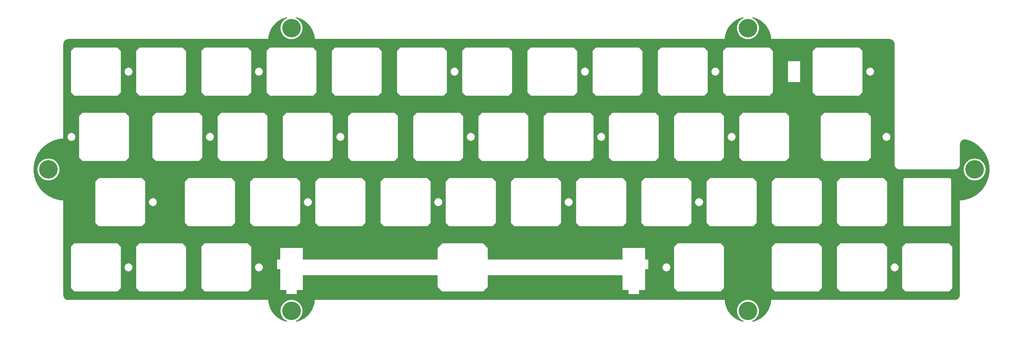
<source format=gbr>
%TF.GenerationSoftware,KiCad,Pcbnew,(7.0.0)*%
%TF.CreationDate,2024-03-29T18:45:50+01:00*%
%TF.ProjectId,plate 625u,706c6174-6520-4363-9235-752e6b696361,rev?*%
%TF.SameCoordinates,Original*%
%TF.FileFunction,Copper,L1,Top*%
%TF.FilePolarity,Positive*%
%FSLAX46Y46*%
G04 Gerber Fmt 4.6, Leading zero omitted, Abs format (unit mm)*
G04 Created by KiCad (PCBNEW (7.0.0)) date 2024-03-29 18:45:50*
%MOMM*%
%LPD*%
G01*
G04 APERTURE LIST*
%TA.AperFunction,ComponentPad*%
%ADD10C,5.400000*%
%TD*%
G04 APERTURE END LIST*
D10*
%TO.P,,1*%
%TO.N,N/C*%
X217487500Y-121443750D03*
%TD*%
%TO.P,,1*%
%TO.N,N/C*%
X283731249Y-80168749D03*
%TD*%
%TO.P,,1*%
%TO.N,N/C*%
X13131250Y-80168750D03*
%TD*%
%TO.P,,1*%
%TO.N,N/C*%
X84137499Y-121443750D03*
%TD*%
%TO.P,,1*%
%TO.N,N/C*%
X217487500Y-38893751D03*
%TD*%
%TO.P,,1*%
%TO.N,N/C*%
X84137499Y-38893750D03*
%TD*%
%TA.AperFunction,Conductor*%
%TO.N,GND*%
G36*
X126848753Y-103040613D02*
G01*
X126844132Y-103045237D01*
X126844006Y-103045185D01*
X126844034Y-103045174D01*
X126849072Y-103040135D01*
X126848753Y-103040613D01*
G37*
%TD.AperFunction*%
%TA.AperFunction,Conductor*%
G36*
X216171658Y-35737046D02*
G01*
X216223105Y-35768192D01*
X216253846Y-35819882D01*
X216256650Y-35879958D01*
X216230857Y-35934286D01*
X216182534Y-35970089D01*
X216099885Y-36004324D01*
X216096667Y-36005657D01*
X216093627Y-36007336D01*
X216093623Y-36007339D01*
X215785092Y-36177857D01*
X215785083Y-36177862D01*
X215782048Y-36179540D01*
X215779207Y-36181555D01*
X215779205Y-36181557D01*
X215491723Y-36385537D01*
X215491715Y-36385542D01*
X215488877Y-36387557D01*
X215486288Y-36389870D01*
X215486280Y-36389877D01*
X215223424Y-36624779D01*
X215223415Y-36624787D01*
X215220839Y-36627090D01*
X215218536Y-36629666D01*
X215218528Y-36629675D01*
X214983626Y-36892531D01*
X214983619Y-36892539D01*
X214981306Y-36895128D01*
X214979291Y-36897966D01*
X214979286Y-36897974D01*
X214779866Y-37179030D01*
X214773289Y-37188299D01*
X214771611Y-37191334D01*
X214771606Y-37191343D01*
X214694285Y-37331246D01*
X214599406Y-37502918D01*
X214598079Y-37506121D01*
X214598074Y-37506132D01*
X214463169Y-37831819D01*
X214463164Y-37831831D01*
X214461841Y-37835027D01*
X214460884Y-37838348D01*
X214460879Y-37838363D01*
X214363288Y-38177112D01*
X214363284Y-38177127D01*
X214362327Y-38180451D01*
X214361748Y-38183857D01*
X214361744Y-38183876D01*
X214302694Y-38531419D01*
X214302692Y-38531435D01*
X214302113Y-38534844D01*
X214281957Y-38893751D01*
X214302113Y-39252658D01*
X214302692Y-39256068D01*
X214302694Y-39256082D01*
X214361744Y-39603625D01*
X214361747Y-39603640D01*
X214362327Y-39607051D01*
X214363285Y-39610378D01*
X214363288Y-39610389D01*
X214460879Y-39949138D01*
X214460882Y-39949148D01*
X214461841Y-39952475D01*
X214463166Y-39955675D01*
X214463169Y-39955682D01*
X214595059Y-40274089D01*
X214599406Y-40284584D01*
X214601088Y-40287627D01*
X214771605Y-40596157D01*
X214773289Y-40599203D01*
X214981306Y-40892374D01*
X215220839Y-41160412D01*
X215488877Y-41399945D01*
X215782048Y-41607962D01*
X216096667Y-41781845D01*
X216428776Y-41919410D01*
X216774200Y-42018924D01*
X217128593Y-42079138D01*
X217487500Y-42099294D01*
X217846407Y-42079138D01*
X218200800Y-42018924D01*
X218546224Y-41919410D01*
X218878333Y-41781845D01*
X219192952Y-41607962D01*
X219486123Y-41399945D01*
X219754161Y-41160412D01*
X219993694Y-40892374D01*
X220201711Y-40599203D01*
X220375594Y-40284584D01*
X220513159Y-39952475D01*
X220612673Y-39607051D01*
X220672887Y-39252658D01*
X220693043Y-38893751D01*
X220672887Y-38534844D01*
X220612673Y-38180451D01*
X220513159Y-37835027D01*
X220375594Y-37502918D01*
X220201711Y-37188299D01*
X219993694Y-36895128D01*
X219754161Y-36627090D01*
X219486123Y-36387557D01*
X219192952Y-36179540D01*
X218878333Y-36005657D01*
X218849066Y-35993534D01*
X218792466Y-35970089D01*
X218744143Y-35934286D01*
X218718350Y-35879956D01*
X218721155Y-35819880D01*
X218751897Y-35768190D01*
X218803345Y-35737045D01*
X218863390Y-35733771D01*
X218872727Y-35735571D01*
X218876532Y-35736369D01*
X219138267Y-35795706D01*
X219143484Y-35797009D01*
X219368666Y-35858507D01*
X219372217Y-35859534D01*
X219629061Y-35938213D01*
X219634374Y-35939974D01*
X219854019Y-36018356D01*
X219857176Y-36019534D01*
X220107818Y-36117201D01*
X220113187Y-36119442D01*
X220325752Y-36214098D01*
X220328742Y-36215477D01*
X220571753Y-36331632D01*
X220577160Y-36334382D01*
X220781501Y-36444720D01*
X220784155Y-36446197D01*
X220850229Y-36484045D01*
X221018326Y-36580334D01*
X221023681Y-36583584D01*
X221218530Y-36708829D01*
X221220873Y-36710375D01*
X221444974Y-36861890D01*
X221450284Y-36865688D01*
X221634331Y-37004864D01*
X221636381Y-37006449D01*
X221849279Y-37174709D01*
X221854486Y-37179061D01*
X221949703Y-37263186D01*
X222026650Y-37331169D01*
X222028447Y-37332788D01*
X222228944Y-37517014D01*
X222233981Y-37521912D01*
X222393212Y-37685796D01*
X222394722Y-37687379D01*
X222581890Y-37886944D01*
X222586697Y-37892380D01*
X222731893Y-38066584D01*
X222733135Y-38068098D01*
X222906022Y-38282314D01*
X222910545Y-38288278D01*
X223040892Y-38471377D01*
X223041885Y-38472792D01*
X223199561Y-38700947D01*
X223203748Y-38707428D01*
X223318366Y-38897566D01*
X223319131Y-38898853D01*
X223460827Y-39140461D01*
X223464626Y-39147441D01*
X223562744Y-39342376D01*
X223563307Y-39343510D01*
X223688347Y-39598382D01*
X223691705Y-39605838D01*
X223772602Y-39802560D01*
X223772992Y-39803520D01*
X223880832Y-40072124D01*
X223883698Y-40080028D01*
X223946617Y-40273794D01*
X223946864Y-40274561D01*
X224037198Y-40559039D01*
X224039523Y-40567358D01*
X224083687Y-40749561D01*
X224083822Y-40750121D01*
X224156533Y-41056304D01*
X224158272Y-41064998D01*
X224182459Y-41213331D01*
X224182514Y-41213673D01*
X224238105Y-41560696D01*
X224239223Y-41569840D01*
X224268844Y-41919410D01*
X224281491Y-42068671D01*
X224281459Y-42068750D01*
X224281505Y-42068861D01*
X224281524Y-42069273D01*
X224282013Y-42069250D01*
X258845574Y-42069250D01*
X258854418Y-42069566D01*
X258919775Y-42074240D01*
X259062452Y-42085469D01*
X259079059Y-42087918D01*
X259168505Y-42107375D01*
X259170966Y-42107938D01*
X259282573Y-42134732D01*
X259296934Y-42139117D01*
X259387701Y-42172970D01*
X259391747Y-42174562D01*
X259492816Y-42216425D01*
X259504761Y-42222140D01*
X259591601Y-42269556D01*
X259596879Y-42272612D01*
X259688472Y-42328738D01*
X259697950Y-42335170D01*
X259737087Y-42364467D01*
X259777865Y-42394993D01*
X259784058Y-42399946D01*
X259865106Y-42469166D01*
X259872237Y-42475758D01*
X259943004Y-42546523D01*
X259949613Y-42553672D01*
X260018806Y-42634684D01*
X260023783Y-42640905D01*
X260083589Y-42720794D01*
X260090049Y-42730314D01*
X260146138Y-42821838D01*
X260149242Y-42827200D01*
X260196626Y-42913971D01*
X260202355Y-42925943D01*
X260244208Y-43026978D01*
X260245823Y-43031082D01*
X260279664Y-43121808D01*
X260284056Y-43136193D01*
X260310832Y-43247707D01*
X260311417Y-43250266D01*
X260311421Y-43250282D01*
X260311425Y-43250297D01*
X260330863Y-43339643D01*
X260333316Y-43356297D01*
X260344889Y-43503681D01*
X260344954Y-43504536D01*
X260349184Y-43563642D01*
X260349500Y-43572494D01*
X260349500Y-78668566D01*
X260349476Y-78668750D01*
X260349450Y-78668750D01*
X260349450Y-78668945D01*
X260349450Y-78668946D01*
X260349452Y-78771633D01*
X260349452Y-78771645D01*
X260349453Y-78776069D01*
X260350083Y-78780453D01*
X260350084Y-78780460D01*
X260379374Y-78984129D01*
X260380006Y-78988522D01*
X260381255Y-78992777D01*
X260381256Y-78992779D01*
X260439232Y-79190210D01*
X260439235Y-79190219D01*
X260440482Y-79194464D01*
X260442320Y-79198490D01*
X260442323Y-79198496D01*
X260482777Y-79287071D01*
X260529651Y-79389704D01*
X260532044Y-79393427D01*
X260643303Y-79566543D01*
X260643307Y-79566548D01*
X260645697Y-79570267D01*
X260786258Y-79732477D01*
X260948473Y-79873033D01*
X261129040Y-79989073D01*
X261324283Y-80078235D01*
X261530227Y-80138705D01*
X261742681Y-80169250D01*
X261849901Y-80169250D01*
X261850000Y-80169250D01*
X261850500Y-80169250D01*
X277899500Y-80169250D01*
X277899842Y-80169250D01*
X277900099Y-80169250D01*
X277900179Y-80169216D01*
X277900351Y-80169200D01*
X278002888Y-80169200D01*
X278007316Y-80169200D01*
X278010453Y-80168749D01*
X280525706Y-80168749D01*
X280545862Y-80527656D01*
X280546441Y-80531066D01*
X280546443Y-80531080D01*
X280605493Y-80878623D01*
X280605496Y-80878638D01*
X280606076Y-80882049D01*
X280607034Y-80885376D01*
X280607037Y-80885387D01*
X280704628Y-81224136D01*
X280704631Y-81224146D01*
X280705590Y-81227473D01*
X280706915Y-81230673D01*
X280706918Y-81230680D01*
X280841823Y-81556367D01*
X280841825Y-81556371D01*
X280843155Y-81559582D01*
X281017038Y-81874201D01*
X281225055Y-82167372D01*
X281464588Y-82435410D01*
X281732626Y-82674943D01*
X282025797Y-82882960D01*
X282340416Y-83056843D01*
X282672525Y-83194408D01*
X283017949Y-83293922D01*
X283372342Y-83354136D01*
X283731249Y-83374292D01*
X284090156Y-83354136D01*
X284444549Y-83293922D01*
X284789973Y-83194408D01*
X285122082Y-83056843D01*
X285436701Y-82882960D01*
X285729872Y-82674943D01*
X285997910Y-82435410D01*
X286237443Y-82167372D01*
X286445460Y-81874201D01*
X286619343Y-81559582D01*
X286756908Y-81227473D01*
X286856422Y-80882049D01*
X286916636Y-80527656D01*
X286936792Y-80168749D01*
X286916636Y-79809842D01*
X286856422Y-79455449D01*
X286756908Y-79110025D01*
X286619343Y-78777916D01*
X286445460Y-78463297D01*
X286237443Y-78170126D01*
X285997910Y-77902088D01*
X285729872Y-77662555D01*
X285436701Y-77454538D01*
X285122082Y-77280655D01*
X285118869Y-77279324D01*
X285118867Y-77279323D01*
X284793180Y-77144418D01*
X284793173Y-77144415D01*
X284789973Y-77143090D01*
X284786646Y-77142131D01*
X284786636Y-77142128D01*
X284447887Y-77044537D01*
X284447876Y-77044534D01*
X284444549Y-77043576D01*
X284441138Y-77042996D01*
X284441123Y-77042993D01*
X284093580Y-76983943D01*
X284093566Y-76983941D01*
X284090156Y-76983362D01*
X284086692Y-76983167D01*
X284086688Y-76983167D01*
X283734721Y-76963401D01*
X283731249Y-76963206D01*
X283727777Y-76963401D01*
X283375809Y-76983167D01*
X283375803Y-76983167D01*
X283372342Y-76983362D01*
X283368933Y-76983941D01*
X283368917Y-76983943D01*
X283021374Y-77042993D01*
X283021355Y-77042997D01*
X283017949Y-77043576D01*
X283014625Y-77044533D01*
X283014610Y-77044537D01*
X282675861Y-77142128D01*
X282675846Y-77142133D01*
X282672525Y-77143090D01*
X282669329Y-77144413D01*
X282669317Y-77144418D01*
X282343630Y-77279323D01*
X282343619Y-77279328D01*
X282340416Y-77280655D01*
X282337376Y-77282334D01*
X282337372Y-77282337D01*
X282028841Y-77452855D01*
X282028832Y-77452860D01*
X282025797Y-77454538D01*
X282022956Y-77456553D01*
X282022954Y-77456555D01*
X281735472Y-77660535D01*
X281735471Y-77660536D01*
X281732626Y-77662555D01*
X281730037Y-77664868D01*
X281730029Y-77664875D01*
X281467173Y-77899777D01*
X281467164Y-77899785D01*
X281464588Y-77902088D01*
X281462285Y-77904664D01*
X281462277Y-77904673D01*
X281227375Y-78167529D01*
X281227368Y-78167537D01*
X281225055Y-78170126D01*
X281223040Y-78172964D01*
X281223035Y-78172972D01*
X281019055Y-78460454D01*
X281019053Y-78460456D01*
X281017038Y-78463297D01*
X281015360Y-78466332D01*
X281015355Y-78466341D01*
X280903385Y-78668937D01*
X280843155Y-78777916D01*
X280841828Y-78781119D01*
X280841823Y-78781130D01*
X280706918Y-79106817D01*
X280706918Y-79106818D01*
X280705590Y-79110025D01*
X280704633Y-79113346D01*
X280704628Y-79113361D01*
X280607037Y-79452110D01*
X280607033Y-79452125D01*
X280606076Y-79455449D01*
X280605497Y-79458855D01*
X280605493Y-79458874D01*
X280546443Y-79806417D01*
X280546441Y-79806433D01*
X280545862Y-79809842D01*
X280545667Y-79813303D01*
X280545667Y-79813309D01*
X280530792Y-80078188D01*
X280525706Y-80168749D01*
X278010453Y-80168749D01*
X278219762Y-80138656D01*
X278425700Y-80078188D01*
X278620936Y-79989029D01*
X278801497Y-79872993D01*
X278963706Y-79732442D01*
X279104263Y-79570237D01*
X279220305Y-79389680D01*
X279309471Y-79194447D01*
X279369945Y-78988511D01*
X279400497Y-78776066D01*
X279400500Y-78668750D01*
X279400500Y-78668250D01*
X279400500Y-72869526D01*
X279400856Y-72860134D01*
X279401892Y-72846500D01*
X279405955Y-72793003D01*
X279405995Y-72792508D01*
X279418640Y-72639987D01*
X279421406Y-72622296D01*
X279443060Y-72528758D01*
X279443607Y-72526504D01*
X279473621Y-72408059D01*
X279478626Y-72392631D01*
X279516322Y-72298023D01*
X279517959Y-72294113D01*
X279522287Y-72284253D01*
X279564635Y-72187779D01*
X279571229Y-72174870D01*
X279623979Y-72085012D01*
X279627113Y-72079960D01*
X279689394Y-71984711D01*
X279696923Y-71974401D01*
X279763356Y-71892670D01*
X279768340Y-71886913D01*
X279844793Y-71803946D01*
X279852648Y-71796154D01*
X279930972Y-71725122D01*
X279938112Y-71719123D01*
X280026991Y-71650032D01*
X280034546Y-71644606D01*
X280122748Y-71586195D01*
X280132220Y-71580515D01*
X280231489Y-71526887D01*
X280238270Y-71523491D01*
X280333869Y-71479268D01*
X280345730Y-71474509D01*
X280453414Y-71437642D01*
X280459042Y-71435865D01*
X280559173Y-71406899D01*
X280573291Y-71403698D01*
X280687889Y-71384687D01*
X280691991Y-71384079D01*
X280793055Y-71370874D01*
X280809202Y-71369832D01*
X280931393Y-71369962D01*
X280933652Y-71369988D01*
X281029712Y-71372077D01*
X281047546Y-71373762D01*
X281200498Y-71399483D01*
X281200770Y-71399530D01*
X281263123Y-71410453D01*
X281276166Y-71413473D01*
X281828693Y-71573354D01*
X281836326Y-71575834D01*
X282232338Y-71718820D01*
X282232577Y-71718967D01*
X282232595Y-71718913D01*
X282232870Y-71719012D01*
X282385164Y-71774391D01*
X282392355Y-71777264D01*
X282734694Y-71926598D01*
X282928034Y-72011804D01*
X282934810Y-72015041D01*
X283248083Y-72176610D01*
X283248646Y-72176902D01*
X283454141Y-72284261D01*
X283460541Y-72287851D01*
X283753131Y-72463634D01*
X283753220Y-72463688D01*
X283961265Y-72590607D01*
X283967270Y-72594514D01*
X284241547Y-72784512D01*
X284242336Y-72785064D01*
X284347191Y-72858993D01*
X284425475Y-72914189D01*
X284447197Y-72929504D01*
X284452787Y-72933687D01*
X284643598Y-73085062D01*
X284710201Y-73137900D01*
X284711149Y-73138660D01*
X284909859Y-73299499D01*
X284915034Y-73303928D01*
X285085737Y-73458389D01*
X285156014Y-73521979D01*
X285157048Y-73522925D01*
X285347279Y-73699009D01*
X285352027Y-73703646D01*
X285576466Y-73934885D01*
X285577565Y-73936032D01*
X285757569Y-74126309D01*
X285761878Y-74131108D01*
X285969487Y-74374785D01*
X285970614Y-74376127D01*
X286138973Y-74579568D01*
X286142818Y-74584459D01*
X286283947Y-74773689D01*
X286333230Y-74839769D01*
X286334391Y-74841352D01*
X286489827Y-75056799D01*
X286493260Y-75061812D01*
X286665974Y-75327756D01*
X286667129Y-75329569D01*
X286808664Y-75556003D01*
X286811665Y-75561068D01*
X286870755Y-75666420D01*
X286966271Y-75836720D01*
X286967334Y-75838658D01*
X287033516Y-75962049D01*
X287094093Y-76074993D01*
X287096671Y-76080078D01*
X287232689Y-76364323D01*
X287233755Y-76366610D01*
X287344888Y-76611533D01*
X287347055Y-76616604D01*
X287464086Y-76908350D01*
X287465068Y-76910877D01*
X287560004Y-77163383D01*
X287561771Y-77168410D01*
X287659461Y-77466535D01*
X287660331Y-77469299D01*
X287738475Y-77728057D01*
X287739859Y-77733008D01*
X287817924Y-78036427D01*
X287818655Y-78039423D01*
X287879567Y-78303191D01*
X287880585Y-78308040D01*
X287938758Y-78615506D01*
X287939324Y-78618728D01*
X287982675Y-78886319D01*
X287983347Y-78891038D01*
X288021445Y-79201346D01*
X288021818Y-79204785D01*
X288047360Y-79474929D01*
X288047707Y-79479496D01*
X288065606Y-79791358D01*
X288065762Y-79795000D01*
X288073346Y-80066467D01*
X288073391Y-80070860D01*
X288071049Y-80383104D01*
X288070961Y-80386936D01*
X288060528Y-80658429D01*
X288060295Y-80662628D01*
X288037736Y-80973976D01*
X288037380Y-80977980D01*
X288008971Y-81248207D01*
X288008486Y-81252197D01*
X287965805Y-81561405D01*
X287965160Y-81565561D01*
X287918899Y-81833316D01*
X287918188Y-81837083D01*
X287855544Y-82142977D01*
X287854586Y-82147264D01*
X287790722Y-82411176D01*
X287789813Y-82414706D01*
X287707439Y-82716064D01*
X287706150Y-82720460D01*
X287624973Y-82979421D01*
X287623892Y-82982706D01*
X287522112Y-83278253D01*
X287520474Y-83282729D01*
X287422415Y-83535470D01*
X287421191Y-83538505D01*
X287300341Y-83827164D01*
X287298337Y-83831694D01*
X287183918Y-84076995D01*
X287182580Y-84079774D01*
X287043107Y-84360350D01*
X287040724Y-84364905D01*
X286910479Y-84601751D01*
X286909052Y-84604274D01*
X286751483Y-84875588D01*
X286748710Y-84880136D01*
X286603385Y-85107303D01*
X286601899Y-85109571D01*
X286426722Y-85370646D01*
X286423548Y-85375156D01*
X286263907Y-85591617D01*
X286262388Y-85593633D01*
X286070221Y-85843388D01*
X286066641Y-85847826D01*
X285893584Y-86052536D01*
X285892059Y-86054306D01*
X285683506Y-86291782D01*
X285679516Y-86296113D01*
X285494007Y-86488138D01*
X285492501Y-86489671D01*
X285268255Y-86713883D01*
X285263854Y-86718073D01*
X285067003Y-86896490D01*
X285065538Y-86897796D01*
X284826199Y-87107918D01*
X284821391Y-87111929D01*
X284614480Y-87275849D01*
X284613079Y-87276942D01*
X284359303Y-87472138D01*
X284354091Y-87475936D01*
X284138495Y-87624588D01*
X284137181Y-87625482D01*
X283869500Y-87805030D01*
X283863891Y-87808578D01*
X283641234Y-87941229D01*
X283640026Y-87941939D01*
X283358951Y-88105116D01*
X283352959Y-88108378D01*
X283125291Y-88224303D01*
X283124204Y-88224850D01*
X282829797Y-88371139D01*
X282823434Y-88374079D01*
X282593177Y-88472687D01*
X282592231Y-88473088D01*
X282284371Y-88601920D01*
X282277653Y-88604505D01*
X282048269Y-88685203D01*
X282047475Y-88685479D01*
X281724952Y-88796492D01*
X281717902Y-88798686D01*
X281494744Y-88860915D01*
X281494113Y-88861089D01*
X281153999Y-88953999D01*
X281146639Y-88955770D01*
X280940253Y-88998812D01*
X280939795Y-88998907D01*
X280573913Y-89073774D01*
X280566269Y-89075090D01*
X280405912Y-89097569D01*
X280405634Y-89097608D01*
X279988172Y-89155163D01*
X279980178Y-89156002D01*
X279416016Y-89196789D01*
X279416010Y-89196790D01*
X279400081Y-89197942D01*
X279400000Y-89197909D01*
X279399892Y-89197953D01*
X279399481Y-89197970D01*
X279399500Y-89198457D01*
X279399500Y-89216983D01*
X279399500Y-116764315D01*
X279399184Y-116773167D01*
X279394543Y-116838016D01*
X279394476Y-116838897D01*
X279383273Y-116981186D01*
X279380821Y-116997816D01*
X279361382Y-117087159D01*
X279360790Y-117089746D01*
X279334009Y-117201286D01*
X279329617Y-117215672D01*
X279295773Y-117306405D01*
X279294152Y-117310525D01*
X279252314Y-117411523D01*
X279246585Y-117423496D01*
X279199186Y-117510296D01*
X279196081Y-117515659D01*
X279140012Y-117607151D01*
X279133552Y-117616671D01*
X279073746Y-117696559D01*
X279068769Y-117702781D01*
X278999564Y-117783806D01*
X278992956Y-117790954D01*
X278922222Y-117861687D01*
X278915071Y-117868296D01*
X278834037Y-117937504D01*
X278827816Y-117942481D01*
X278747934Y-118002278D01*
X278738414Y-118008738D01*
X278646912Y-118064809D01*
X278641547Y-118067915D01*
X278554745Y-118115310D01*
X278542773Y-118121037D01*
X278441789Y-118162865D01*
X278437671Y-118164486D01*
X278346927Y-118198332D01*
X278332539Y-118202724D01*
X278221010Y-118229499D01*
X278218421Y-118230091D01*
X278129036Y-118249535D01*
X278112434Y-118251985D01*
X277974787Y-118262847D01*
X277973880Y-118262915D01*
X277906726Y-118267718D01*
X277903718Y-118267934D01*
X277894872Y-118268250D01*
X224282013Y-118268250D01*
X224281524Y-118268227D01*
X224281505Y-118268638D01*
X224281459Y-118268750D01*
X224281491Y-118268828D01*
X224280071Y-118285579D01*
X224280071Y-118285582D01*
X224239223Y-118767659D01*
X224238105Y-118776803D01*
X224182514Y-119123826D01*
X224182459Y-119124168D01*
X224158272Y-119272500D01*
X224156533Y-119281194D01*
X224083822Y-119587377D01*
X224083687Y-119587937D01*
X224039523Y-119770140D01*
X224037198Y-119778459D01*
X223946864Y-120062937D01*
X223946617Y-120063704D01*
X223883698Y-120257470D01*
X223880832Y-120265374D01*
X223772992Y-120533978D01*
X223772602Y-120534938D01*
X223691705Y-120731660D01*
X223688347Y-120739116D01*
X223563307Y-120993988D01*
X223562744Y-120995122D01*
X223464626Y-121190057D01*
X223460827Y-121197037D01*
X223319131Y-121438645D01*
X223318366Y-121439932D01*
X223203748Y-121630070D01*
X223199561Y-121636551D01*
X223041885Y-121864706D01*
X223040892Y-121866121D01*
X222910545Y-122049220D01*
X222906022Y-122055184D01*
X222733135Y-122269400D01*
X222731893Y-122270914D01*
X222586697Y-122445118D01*
X222581890Y-122450554D01*
X222394722Y-122650119D01*
X222393212Y-122651702D01*
X222233981Y-122815586D01*
X222228944Y-122820484D01*
X222028447Y-123004710D01*
X222026650Y-123006329D01*
X221854493Y-123158431D01*
X221849279Y-123162789D01*
X221636381Y-123331049D01*
X221634286Y-123332669D01*
X221450314Y-123471788D01*
X221444974Y-123475608D01*
X221220873Y-123627123D01*
X221218470Y-123628708D01*
X221023728Y-123753885D01*
X221018312Y-123757173D01*
X220784155Y-123891301D01*
X220781438Y-123892813D01*
X220577194Y-124003099D01*
X220571753Y-124005866D01*
X220328785Y-124122001D01*
X220325752Y-124123400D01*
X220113187Y-124218056D01*
X220107767Y-124220318D01*
X219857282Y-124317924D01*
X219853936Y-124319173D01*
X219634395Y-124397517D01*
X219629038Y-124399292D01*
X219372266Y-124477949D01*
X219368615Y-124479006D01*
X219143501Y-124540484D01*
X219138249Y-124541796D01*
X218876588Y-124601117D01*
X218872646Y-124601944D01*
X218863403Y-124603726D01*
X218803352Y-124600450D01*
X218751904Y-124569304D01*
X218721163Y-124517614D01*
X218718359Y-124457538D01*
X218744153Y-124403209D01*
X218792474Y-124367407D01*
X218878333Y-124331844D01*
X219192952Y-124157961D01*
X219486123Y-123949944D01*
X219754161Y-123710411D01*
X219993694Y-123442373D01*
X220201711Y-123149202D01*
X220375594Y-122834583D01*
X220513159Y-122502474D01*
X220612673Y-122157050D01*
X220672887Y-121802657D01*
X220693043Y-121443750D01*
X220672887Y-121084843D01*
X220612673Y-120730450D01*
X220513159Y-120385026D01*
X220375594Y-120052917D01*
X220201711Y-119738298D01*
X219993694Y-119445127D01*
X219754161Y-119177089D01*
X219486123Y-118937556D01*
X219192952Y-118729539D01*
X218878333Y-118555656D01*
X218875122Y-118554326D01*
X218875118Y-118554324D01*
X218549431Y-118419419D01*
X218549424Y-118419416D01*
X218546224Y-118418091D01*
X218542897Y-118417132D01*
X218542887Y-118417129D01*
X218204138Y-118319538D01*
X218204127Y-118319535D01*
X218200800Y-118318577D01*
X218197389Y-118317997D01*
X218197374Y-118317994D01*
X217849831Y-118258944D01*
X217849817Y-118258942D01*
X217846407Y-118258363D01*
X217842943Y-118258168D01*
X217842939Y-118258168D01*
X217511192Y-118239537D01*
X217487500Y-118238207D01*
X217467471Y-118239331D01*
X217132060Y-118258168D01*
X217132054Y-118258168D01*
X217128593Y-118258363D01*
X217125184Y-118258942D01*
X217125168Y-118258944D01*
X216777625Y-118317994D01*
X216777606Y-118317998D01*
X216774200Y-118318577D01*
X216770876Y-118319534D01*
X216770861Y-118319538D01*
X216432112Y-118417129D01*
X216432097Y-118417134D01*
X216428776Y-118418091D01*
X216425580Y-118419414D01*
X216425568Y-118419419D01*
X216099881Y-118554324D01*
X216099870Y-118554329D01*
X216096667Y-118555656D01*
X216093627Y-118557335D01*
X216093623Y-118557338D01*
X215785092Y-118727856D01*
X215785083Y-118727861D01*
X215782048Y-118729539D01*
X215779207Y-118731554D01*
X215779205Y-118731556D01*
X215491723Y-118935536D01*
X215491715Y-118935541D01*
X215488877Y-118937556D01*
X215486288Y-118939869D01*
X215486280Y-118939876D01*
X215223424Y-119174778D01*
X215223415Y-119174786D01*
X215220839Y-119177089D01*
X215218536Y-119179665D01*
X215218528Y-119179674D01*
X214983626Y-119442530D01*
X214983619Y-119442538D01*
X214981306Y-119445127D01*
X214979291Y-119447965D01*
X214979286Y-119447973D01*
X214879976Y-119587937D01*
X214773289Y-119738298D01*
X214771611Y-119741333D01*
X214771606Y-119741342D01*
X214624872Y-120006839D01*
X214599406Y-120052917D01*
X214598079Y-120056120D01*
X214598074Y-120056131D01*
X214463169Y-120381818D01*
X214463164Y-120381830D01*
X214461841Y-120385026D01*
X214460884Y-120388347D01*
X214460879Y-120388362D01*
X214363288Y-120727111D01*
X214363284Y-120727126D01*
X214362327Y-120730450D01*
X214361748Y-120733856D01*
X214361744Y-120733875D01*
X214302694Y-121081418D01*
X214302692Y-121081434D01*
X214302113Y-121084843D01*
X214281957Y-121443750D01*
X214282152Y-121447222D01*
X214292784Y-121636551D01*
X214302113Y-121802657D01*
X214302692Y-121806067D01*
X214302694Y-121806081D01*
X214361744Y-122153624D01*
X214361747Y-122153639D01*
X214362327Y-122157050D01*
X214363285Y-122160377D01*
X214363288Y-122160388D01*
X214460879Y-122499137D01*
X214460882Y-122499147D01*
X214461841Y-122502474D01*
X214463166Y-122505674D01*
X214463169Y-122505681D01*
X214591537Y-122815586D01*
X214599406Y-122834583D01*
X214773289Y-123149202D01*
X214981306Y-123442373D01*
X215220839Y-123710411D01*
X215488877Y-123949944D01*
X215782048Y-124157961D01*
X216096667Y-124331844D01*
X216182525Y-124367407D01*
X216230846Y-124403208D01*
X216256640Y-124457536D01*
X216253838Y-124517611D01*
X216223098Y-124569302D01*
X216171652Y-124600449D01*
X216111602Y-124603727D01*
X216102357Y-124601945D01*
X216098410Y-124601117D01*
X215836749Y-124541796D01*
X215831497Y-124540484D01*
X215606383Y-124479006D01*
X215602732Y-124477949D01*
X215345960Y-124399292D01*
X215340603Y-124397517D01*
X215121062Y-124319173D01*
X215117746Y-124317935D01*
X214867224Y-124220315D01*
X214861811Y-124218056D01*
X214649246Y-124123400D01*
X214646213Y-124122001D01*
X214403245Y-124005866D01*
X214397804Y-124003099D01*
X214303103Y-123951963D01*
X214193552Y-123892808D01*
X214190843Y-123891301D01*
X213956686Y-123757173D01*
X213951296Y-123753901D01*
X213756510Y-123628696D01*
X213754125Y-123627123D01*
X213530024Y-123475608D01*
X213524701Y-123471800D01*
X213340695Y-123332656D01*
X213338617Y-123331049D01*
X213125719Y-123162789D01*
X213120505Y-123158431D01*
X212948348Y-123006329D01*
X212946551Y-123004710D01*
X212746054Y-122820484D01*
X212741017Y-122815586D01*
X212581786Y-122651702D01*
X212580276Y-122650119D01*
X212393108Y-122450554D01*
X212388313Y-122445132D01*
X212243079Y-122270883D01*
X212241863Y-122269400D01*
X212068976Y-122055184D01*
X212064453Y-122049220D01*
X212039225Y-122013782D01*
X211934048Y-121866038D01*
X211933168Y-121864784D01*
X211775437Y-121636551D01*
X211771250Y-121630070D01*
X211656632Y-121439932D01*
X211655867Y-121438645D01*
X211514171Y-121197037D01*
X211510372Y-121190057D01*
X211412254Y-120995122D01*
X211411691Y-120993988D01*
X211286651Y-120739116D01*
X211283293Y-120731660D01*
X211202396Y-120534938D01*
X211202069Y-120534134D01*
X211094159Y-120265355D01*
X211091300Y-120257470D01*
X211028381Y-120063704D01*
X211028191Y-120063114D01*
X210937789Y-119778420D01*
X210935482Y-119770165D01*
X210891223Y-119587572D01*
X210818463Y-119281187D01*
X210816726Y-119272499D01*
X210800792Y-119174778D01*
X210792520Y-119124040D01*
X210736892Y-118776793D01*
X210735776Y-118767659D01*
X210732403Y-118727856D01*
X210693508Y-118268828D01*
X210693541Y-118268750D01*
X210693494Y-118268638D01*
X210693476Y-118268227D01*
X210692987Y-118268250D01*
X90932013Y-118268250D01*
X90931524Y-118268227D01*
X90931505Y-118268638D01*
X90931459Y-118268750D01*
X90931491Y-118268828D01*
X90930071Y-118285579D01*
X90930071Y-118285582D01*
X90889223Y-118767659D01*
X90888105Y-118776803D01*
X90832514Y-119123826D01*
X90832459Y-119124168D01*
X90808272Y-119272500D01*
X90806533Y-119281194D01*
X90733822Y-119587377D01*
X90733687Y-119587937D01*
X90689523Y-119770140D01*
X90687198Y-119778459D01*
X90596864Y-120062937D01*
X90596617Y-120063704D01*
X90533698Y-120257470D01*
X90530832Y-120265374D01*
X90422992Y-120533978D01*
X90422602Y-120534938D01*
X90341705Y-120731660D01*
X90338347Y-120739116D01*
X90213307Y-120993988D01*
X90212744Y-120995122D01*
X90114626Y-121190057D01*
X90110827Y-121197037D01*
X89969131Y-121438645D01*
X89968366Y-121439932D01*
X89853748Y-121630070D01*
X89849561Y-121636551D01*
X89691885Y-121864706D01*
X89690892Y-121866121D01*
X89560545Y-122049220D01*
X89556022Y-122055184D01*
X89383135Y-122269400D01*
X89381893Y-122270914D01*
X89236697Y-122445118D01*
X89231890Y-122450554D01*
X89044722Y-122650119D01*
X89043212Y-122651702D01*
X88883981Y-122815586D01*
X88878944Y-122820484D01*
X88678447Y-123004710D01*
X88676650Y-123006329D01*
X88504493Y-123158431D01*
X88499279Y-123162789D01*
X88286381Y-123331049D01*
X88284286Y-123332669D01*
X88100314Y-123471788D01*
X88094974Y-123475608D01*
X87870873Y-123627123D01*
X87868470Y-123628708D01*
X87673728Y-123753885D01*
X87668312Y-123757173D01*
X87434155Y-123891301D01*
X87431438Y-123892813D01*
X87227194Y-124003099D01*
X87221753Y-124005866D01*
X86978785Y-124122001D01*
X86975752Y-124123400D01*
X86763187Y-124218056D01*
X86757767Y-124220318D01*
X86507282Y-124317924D01*
X86503936Y-124319173D01*
X86284395Y-124397517D01*
X86279038Y-124399292D01*
X86022266Y-124477949D01*
X86018615Y-124479006D01*
X85793501Y-124540484D01*
X85788249Y-124541796D01*
X85526588Y-124601117D01*
X85522641Y-124601945D01*
X85513396Y-124603727D01*
X85453345Y-124600449D01*
X85401900Y-124569302D01*
X85371160Y-124517611D01*
X85368358Y-124457536D01*
X85394152Y-124403208D01*
X85442473Y-124367407D01*
X85528332Y-124331844D01*
X85842951Y-124157961D01*
X86136122Y-123949944D01*
X86404160Y-123710411D01*
X86643693Y-123442373D01*
X86851710Y-123149202D01*
X87025593Y-122834583D01*
X87163158Y-122502474D01*
X87262672Y-122157050D01*
X87322886Y-121802657D01*
X87343042Y-121443750D01*
X87322886Y-121084843D01*
X87262672Y-120730450D01*
X87163158Y-120385026D01*
X87025593Y-120052917D01*
X86851710Y-119738298D01*
X86643693Y-119445127D01*
X86404160Y-119177089D01*
X86136122Y-118937556D01*
X85842951Y-118729539D01*
X85528332Y-118555656D01*
X85525121Y-118554326D01*
X85525117Y-118554324D01*
X85199430Y-118419419D01*
X85199423Y-118419416D01*
X85196223Y-118418091D01*
X85192896Y-118417132D01*
X85192886Y-118417129D01*
X84854137Y-118319538D01*
X84854126Y-118319535D01*
X84850799Y-118318577D01*
X84847388Y-118317997D01*
X84847373Y-118317994D01*
X84499830Y-118258944D01*
X84499816Y-118258942D01*
X84496406Y-118258363D01*
X84492942Y-118258168D01*
X84492938Y-118258168D01*
X84161191Y-118239537D01*
X84137499Y-118238207D01*
X84117470Y-118239331D01*
X83782059Y-118258168D01*
X83782053Y-118258168D01*
X83778592Y-118258363D01*
X83775183Y-118258942D01*
X83775167Y-118258944D01*
X83427624Y-118317994D01*
X83427605Y-118317998D01*
X83424199Y-118318577D01*
X83420875Y-118319534D01*
X83420860Y-118319538D01*
X83082111Y-118417129D01*
X83082096Y-118417134D01*
X83078775Y-118418091D01*
X83075579Y-118419414D01*
X83075567Y-118419419D01*
X82749880Y-118554324D01*
X82749869Y-118554329D01*
X82746666Y-118555656D01*
X82743626Y-118557335D01*
X82743622Y-118557338D01*
X82435091Y-118727856D01*
X82435082Y-118727861D01*
X82432047Y-118729539D01*
X82429206Y-118731554D01*
X82429204Y-118731556D01*
X82141722Y-118935536D01*
X82141714Y-118935541D01*
X82138876Y-118937556D01*
X82136287Y-118939869D01*
X82136279Y-118939876D01*
X81873423Y-119174778D01*
X81873414Y-119174786D01*
X81870838Y-119177089D01*
X81868535Y-119179665D01*
X81868527Y-119179674D01*
X81633625Y-119442530D01*
X81633618Y-119442538D01*
X81631305Y-119445127D01*
X81629290Y-119447965D01*
X81629285Y-119447973D01*
X81529975Y-119587937D01*
X81423288Y-119738298D01*
X81421610Y-119741333D01*
X81421605Y-119741342D01*
X81274871Y-120006839D01*
X81249405Y-120052917D01*
X81248078Y-120056120D01*
X81248073Y-120056131D01*
X81113168Y-120381818D01*
X81113163Y-120381830D01*
X81111840Y-120385026D01*
X81110883Y-120388347D01*
X81110878Y-120388362D01*
X81013287Y-120727111D01*
X81013283Y-120727126D01*
X81012326Y-120730450D01*
X81011747Y-120733856D01*
X81011743Y-120733875D01*
X80952693Y-121081418D01*
X80952691Y-121081434D01*
X80952112Y-121084843D01*
X80931956Y-121443750D01*
X80932151Y-121447222D01*
X80942783Y-121636551D01*
X80952112Y-121802657D01*
X80952691Y-121806067D01*
X80952693Y-121806081D01*
X81011743Y-122153624D01*
X81011746Y-122153639D01*
X81012326Y-122157050D01*
X81013284Y-122160377D01*
X81013287Y-122160388D01*
X81110878Y-122499137D01*
X81110881Y-122499147D01*
X81111840Y-122502474D01*
X81113165Y-122505674D01*
X81113168Y-122505681D01*
X81241536Y-122815586D01*
X81249405Y-122834583D01*
X81423288Y-123149202D01*
X81631305Y-123442373D01*
X81870838Y-123710411D01*
X82138876Y-123949944D01*
X82432047Y-124157961D01*
X82746666Y-124331844D01*
X82749887Y-124333178D01*
X82832522Y-124367407D01*
X82880845Y-124403209D01*
X82906639Y-124457538D01*
X82903835Y-124517614D01*
X82873094Y-124569304D01*
X82821646Y-124600450D01*
X82761595Y-124603725D01*
X82752356Y-124601944D01*
X82748410Y-124601117D01*
X82486749Y-124541796D01*
X82481497Y-124540484D01*
X82256383Y-124479006D01*
X82252732Y-124477949D01*
X81995960Y-124399292D01*
X81990603Y-124397517D01*
X81771062Y-124319173D01*
X81767746Y-124317935D01*
X81517224Y-124220315D01*
X81511811Y-124218056D01*
X81299246Y-124123400D01*
X81296213Y-124122001D01*
X81053245Y-124005866D01*
X81047804Y-124003099D01*
X80953103Y-123951963D01*
X80843552Y-123892808D01*
X80840843Y-123891301D01*
X80606686Y-123757173D01*
X80601296Y-123753901D01*
X80406510Y-123628696D01*
X80404125Y-123627123D01*
X80180024Y-123475608D01*
X80174701Y-123471800D01*
X79990695Y-123332656D01*
X79988617Y-123331049D01*
X79775719Y-123162789D01*
X79770505Y-123158431D01*
X79598348Y-123006329D01*
X79596551Y-123004710D01*
X79396054Y-122820484D01*
X79391017Y-122815586D01*
X79231786Y-122651702D01*
X79230276Y-122650119D01*
X79043108Y-122450554D01*
X79038313Y-122445132D01*
X78893079Y-122270883D01*
X78891863Y-122269400D01*
X78718976Y-122055184D01*
X78714453Y-122049220D01*
X78689225Y-122013782D01*
X78584048Y-121866038D01*
X78583168Y-121864784D01*
X78425437Y-121636551D01*
X78421250Y-121630070D01*
X78306632Y-121439932D01*
X78305867Y-121438645D01*
X78164171Y-121197037D01*
X78160372Y-121190057D01*
X78062254Y-120995122D01*
X78061691Y-120993988D01*
X77936651Y-120739116D01*
X77933293Y-120731660D01*
X77852396Y-120534938D01*
X77852069Y-120534134D01*
X77744159Y-120265355D01*
X77741300Y-120257470D01*
X77678381Y-120063704D01*
X77678191Y-120063114D01*
X77587789Y-119778420D01*
X77585482Y-119770165D01*
X77541223Y-119587572D01*
X77468463Y-119281187D01*
X77466726Y-119272499D01*
X77450792Y-119174778D01*
X77442520Y-119124040D01*
X77386892Y-118776793D01*
X77385776Y-118767659D01*
X77382403Y-118727856D01*
X77343508Y-118268828D01*
X77343541Y-118268750D01*
X77343494Y-118268638D01*
X77343476Y-118268227D01*
X77342987Y-118268250D01*
X18966928Y-118268250D01*
X18958083Y-118267934D01*
X18949066Y-118267289D01*
X18893315Y-118263301D01*
X18892434Y-118263235D01*
X18750057Y-118252030D01*
X18733429Y-118249578D01*
X18644071Y-118230140D01*
X18641481Y-118229548D01*
X18529937Y-118202769D01*
X18515551Y-118198377D01*
X18424834Y-118164542D01*
X18420716Y-118162922D01*
X18319697Y-118121080D01*
X18307723Y-118115351D01*
X18220926Y-118067958D01*
X18215595Y-118064872D01*
X18124037Y-118008767D01*
X18114541Y-118002323D01*
X18034633Y-117942505D01*
X18028434Y-117937546D01*
X17947390Y-117868331D01*
X17940261Y-117861740D01*
X17869494Y-117790975D01*
X17862892Y-117783833D01*
X17793689Y-117702811D01*
X17788715Y-117696593D01*
X17728909Y-117616704D01*
X17722449Y-117607184D01*
X17666360Y-117515660D01*
X17663256Y-117510298D01*
X17651997Y-117489680D01*
X17615866Y-117423516D01*
X17610151Y-117411572D01*
X17568267Y-117310462D01*
X17566696Y-117306471D01*
X17532830Y-117215678D01*
X17528446Y-117201318D01*
X17501645Y-117089701D01*
X17501087Y-117087260D01*
X17481632Y-116997837D01*
X17479182Y-116981209D01*
X17467567Y-116833284D01*
X17463316Y-116773869D01*
X17463000Y-116765022D01*
X17463000Y-114743750D01*
X19686958Y-114743750D01*
X19687076Y-114744033D01*
X19687117Y-114744133D01*
X19687215Y-114744173D01*
X20687075Y-115744032D01*
X20687117Y-115744133D01*
X20687217Y-115744174D01*
X20687500Y-115744292D01*
X20687601Y-115744250D01*
X33287399Y-115744250D01*
X33287500Y-115744292D01*
X33287784Y-115744174D01*
X33287784Y-115744173D01*
X33287883Y-115744133D01*
X33287923Y-115744034D01*
X34287782Y-114744174D01*
X34287883Y-114744133D01*
X34287940Y-114743993D01*
X34288042Y-114743750D01*
X38736958Y-114743750D01*
X38737076Y-114744033D01*
X38737117Y-114744133D01*
X38737215Y-114744173D01*
X39737075Y-115744032D01*
X39737117Y-115744133D01*
X39737217Y-115744174D01*
X39737500Y-115744292D01*
X39737601Y-115744250D01*
X52337399Y-115744250D01*
X52337500Y-115744292D01*
X52337784Y-115744174D01*
X52337784Y-115744173D01*
X52337883Y-115744133D01*
X52337923Y-115744034D01*
X53337782Y-114744174D01*
X53337883Y-114744133D01*
X53337940Y-114743993D01*
X53338042Y-114743750D01*
X57786958Y-114743750D01*
X57787076Y-114744033D01*
X57787117Y-114744133D01*
X57787215Y-114744173D01*
X58787075Y-115744032D01*
X58787117Y-115744133D01*
X58787217Y-115744174D01*
X58787500Y-115744292D01*
X58787601Y-115744250D01*
X71387399Y-115744250D01*
X71387500Y-115744292D01*
X71387784Y-115744174D01*
X71387784Y-115744173D01*
X71387883Y-115744133D01*
X71387923Y-115744034D01*
X72387782Y-114744174D01*
X72387883Y-114744133D01*
X72387940Y-114743993D01*
X72388042Y-114743750D01*
X72388000Y-114743649D01*
X72388000Y-108743750D01*
X73457071Y-108743750D01*
X73476744Y-108956060D01*
X73478312Y-108961571D01*
X73478314Y-108961581D01*
X73533524Y-109155620D01*
X73533526Y-109155626D01*
X73535095Y-109161139D01*
X73630134Y-109352005D01*
X73758628Y-109522157D01*
X73916198Y-109665802D01*
X74097481Y-109778048D01*
X74296302Y-109855071D01*
X74505890Y-109894250D01*
X74713381Y-109894250D01*
X74719110Y-109894250D01*
X74928698Y-109855071D01*
X75127519Y-109778048D01*
X75308802Y-109665802D01*
X75466372Y-109522157D01*
X75594866Y-109352005D01*
X75644787Y-109251750D01*
X79952209Y-109251750D01*
X79952250Y-109251849D01*
X79952367Y-109252133D01*
X79952750Y-109252291D01*
X79952849Y-109252250D01*
X80691850Y-109252250D01*
X80753850Y-109268863D01*
X80799237Y-109314250D01*
X80815850Y-109376250D01*
X80815850Y-115347651D01*
X80815809Y-115347750D01*
X80815850Y-115347849D01*
X80815967Y-115348133D01*
X80816350Y-115348291D01*
X80816449Y-115348250D01*
X82495250Y-115348250D01*
X82557250Y-115364863D01*
X82602637Y-115410250D01*
X82619250Y-115472250D01*
X82619250Y-116516051D01*
X82619209Y-116516150D01*
X82619250Y-116516249D01*
X82619367Y-116516533D01*
X82619750Y-116516691D01*
X82619849Y-116516650D01*
X85667651Y-116516650D01*
X85667750Y-116516691D01*
X85668133Y-116516533D01*
X85668250Y-116516249D01*
X85668291Y-116516150D01*
X85668250Y-116516051D01*
X85668250Y-115472250D01*
X85684863Y-115410250D01*
X85730250Y-115364863D01*
X85792250Y-115348250D01*
X87471051Y-115348250D01*
X87471150Y-115348291D01*
X87471533Y-115348133D01*
X87471650Y-115347849D01*
X87471691Y-115347750D01*
X87471650Y-115347651D01*
X87471650Y-111168251D01*
X87488263Y-111106251D01*
X87533651Y-111060863D01*
X87595650Y-111044251D01*
X126720841Y-111044617D01*
X126782855Y-111061240D01*
X126828244Y-111106652D01*
X126844837Y-111168677D01*
X126843255Y-114430907D01*
X126843255Y-114430910D01*
X126843250Y-114442648D01*
X126843208Y-114442750D01*
X126843326Y-114443033D01*
X126843367Y-114443133D01*
X126843465Y-114443173D01*
X128144325Y-115744032D01*
X128144367Y-115744133D01*
X128144467Y-115744174D01*
X128144750Y-115744292D01*
X128144851Y-115744250D01*
X140142649Y-115744250D01*
X140142750Y-115744292D01*
X140143034Y-115744174D01*
X140143034Y-115744173D01*
X140143133Y-115744133D01*
X140143173Y-115744034D01*
X141444032Y-114443174D01*
X141444133Y-114443133D01*
X141444190Y-114442993D01*
X141444292Y-114442750D01*
X141444250Y-114442649D01*
X141445837Y-111168553D01*
X141462470Y-111106583D01*
X141507854Y-111061220D01*
X141569832Y-111044617D01*
X180691849Y-111044251D01*
X180753849Y-111060863D01*
X180799237Y-111106251D01*
X180815850Y-111168251D01*
X180815850Y-115347651D01*
X180815809Y-115347750D01*
X180815850Y-115347849D01*
X180815967Y-115348133D01*
X180816350Y-115348291D01*
X180816449Y-115348250D01*
X182495250Y-115348250D01*
X182557250Y-115364863D01*
X182602637Y-115410250D01*
X182619250Y-115472250D01*
X182619250Y-116516051D01*
X182619209Y-116516150D01*
X182619250Y-116516249D01*
X182619367Y-116516533D01*
X182619750Y-116516691D01*
X182619849Y-116516650D01*
X185667651Y-116516650D01*
X185667750Y-116516691D01*
X185668133Y-116516533D01*
X185668250Y-116516249D01*
X185668291Y-116516150D01*
X185668250Y-116516051D01*
X185668250Y-115472250D01*
X185684863Y-115410250D01*
X185730250Y-115364863D01*
X185792250Y-115348250D01*
X187471051Y-115348250D01*
X187471150Y-115348291D01*
X187471533Y-115348133D01*
X187471650Y-115347849D01*
X187471691Y-115347750D01*
X187471650Y-115347651D01*
X187471650Y-114743750D01*
X195899458Y-114743750D01*
X195899576Y-114744033D01*
X195899617Y-114744133D01*
X195899715Y-114744173D01*
X196899575Y-115744032D01*
X196899617Y-115744133D01*
X196899717Y-115744174D01*
X196900000Y-115744292D01*
X196900101Y-115744250D01*
X209499899Y-115744250D01*
X209500000Y-115744292D01*
X209500284Y-115744174D01*
X209500284Y-115744173D01*
X209500383Y-115744133D01*
X209500423Y-115744034D01*
X210500282Y-114744174D01*
X210500383Y-114744133D01*
X210500440Y-114743993D01*
X210500542Y-114743750D01*
X224474458Y-114743750D01*
X224474576Y-114744033D01*
X224474617Y-114744133D01*
X224474715Y-114744173D01*
X225474575Y-115744032D01*
X225474617Y-115744133D01*
X225474717Y-115744174D01*
X225475000Y-115744292D01*
X225475101Y-115744250D01*
X238074899Y-115744250D01*
X238075000Y-115744292D01*
X238075284Y-115744174D01*
X238075284Y-115744173D01*
X238075383Y-115744133D01*
X238075423Y-115744034D01*
X239075282Y-114744174D01*
X239075383Y-114744133D01*
X239075440Y-114743993D01*
X239075542Y-114743750D01*
X243524458Y-114743750D01*
X243524576Y-114744033D01*
X243524617Y-114744133D01*
X243524715Y-114744173D01*
X244524575Y-115744032D01*
X244524617Y-115744133D01*
X244524717Y-115744174D01*
X244525000Y-115744292D01*
X244525101Y-115744250D01*
X257124899Y-115744250D01*
X257125000Y-115744292D01*
X257125284Y-115744174D01*
X257125284Y-115744173D01*
X257125383Y-115744133D01*
X257125423Y-115744034D01*
X258125282Y-114744174D01*
X258125383Y-114744133D01*
X258125440Y-114743993D01*
X258125542Y-114743750D01*
X262574458Y-114743750D01*
X262574576Y-114744033D01*
X262574617Y-114744133D01*
X262574715Y-114744173D01*
X263574575Y-115744032D01*
X263574617Y-115744133D01*
X263574717Y-115744174D01*
X263575000Y-115744292D01*
X263575101Y-115744250D01*
X276174899Y-115744250D01*
X276175000Y-115744292D01*
X276175284Y-115744174D01*
X276175284Y-115744173D01*
X276175383Y-115744133D01*
X276175423Y-115744034D01*
X277175282Y-114744174D01*
X277175383Y-114744133D01*
X277175440Y-114743993D01*
X277175542Y-114743750D01*
X277175500Y-114743649D01*
X277175500Y-102743851D01*
X277175542Y-102743750D01*
X277175424Y-102743467D01*
X277175383Y-102743367D01*
X277175282Y-102743325D01*
X276175423Y-101743465D01*
X276175383Y-101743367D01*
X276175284Y-101743326D01*
X276175000Y-101743208D01*
X276174899Y-101743250D01*
X263575101Y-101743250D01*
X263575000Y-101743208D01*
X263574756Y-101743309D01*
X263574617Y-101743367D01*
X263574575Y-101743467D01*
X263566296Y-101751745D01*
X263566290Y-101751750D01*
X262583060Y-102734979D01*
X262583055Y-102734985D01*
X262574715Y-102743326D01*
X262574617Y-102743367D01*
X262574576Y-102743465D01*
X262574576Y-102743466D01*
X262574458Y-102743750D01*
X262574500Y-102743851D01*
X262574500Y-114743649D01*
X262574458Y-114743750D01*
X258125542Y-114743750D01*
X258125500Y-114743649D01*
X258125500Y-108743750D01*
X259194571Y-108743750D01*
X259214244Y-108956060D01*
X259215812Y-108961571D01*
X259215814Y-108961581D01*
X259271024Y-109155620D01*
X259271026Y-109155626D01*
X259272595Y-109161139D01*
X259367634Y-109352005D01*
X259496128Y-109522157D01*
X259653698Y-109665802D01*
X259834981Y-109778048D01*
X260033802Y-109855071D01*
X260243390Y-109894250D01*
X260450881Y-109894250D01*
X260456610Y-109894250D01*
X260666198Y-109855071D01*
X260865019Y-109778048D01*
X261046302Y-109665802D01*
X261203872Y-109522157D01*
X261332366Y-109352005D01*
X261427405Y-109161139D01*
X261485756Y-108956060D01*
X261505429Y-108743750D01*
X261485756Y-108531440D01*
X261427405Y-108326361D01*
X261332366Y-108135495D01*
X261203872Y-107965343D01*
X261046302Y-107821698D01*
X261041438Y-107818686D01*
X261041435Y-107818684D01*
X260869890Y-107712468D01*
X260869889Y-107712467D01*
X260865019Y-107709452D01*
X260859681Y-107707384D01*
X260859677Y-107707382D01*
X260671545Y-107634500D01*
X260671540Y-107634498D01*
X260666198Y-107632429D01*
X260660560Y-107631375D01*
X260462239Y-107594302D01*
X260462236Y-107594301D01*
X260456610Y-107593250D01*
X260243390Y-107593250D01*
X260237764Y-107594301D01*
X260237760Y-107594302D01*
X260039439Y-107631375D01*
X260039436Y-107631375D01*
X260033802Y-107632429D01*
X260028461Y-107634497D01*
X260028454Y-107634500D01*
X259840322Y-107707382D01*
X259840313Y-107707386D01*
X259834981Y-107709452D01*
X259830114Y-107712465D01*
X259830109Y-107712468D01*
X259658564Y-107818684D01*
X259658555Y-107818690D01*
X259653698Y-107821698D01*
X259649475Y-107825547D01*
X259649468Y-107825553D01*
X259500360Y-107961484D01*
X259500354Y-107961489D01*
X259496128Y-107965343D01*
X259492681Y-107969906D01*
X259492675Y-107969914D01*
X259371086Y-108130923D01*
X259371083Y-108130927D01*
X259367634Y-108135495D01*
X259365082Y-108140620D01*
X259365079Y-108140625D01*
X259275153Y-108321223D01*
X259272595Y-108326361D01*
X259271027Y-108331869D01*
X259271024Y-108331879D01*
X259215814Y-108525918D01*
X259215811Y-108525929D01*
X259214244Y-108531440D01*
X259194571Y-108743750D01*
X258125500Y-108743750D01*
X258125500Y-102743851D01*
X258125542Y-102743750D01*
X258125424Y-102743467D01*
X258125383Y-102743367D01*
X258125282Y-102743325D01*
X257125423Y-101743465D01*
X257125383Y-101743367D01*
X257125284Y-101743326D01*
X257125000Y-101743208D01*
X257124899Y-101743250D01*
X244525101Y-101743250D01*
X244525000Y-101743208D01*
X244524756Y-101743309D01*
X244524617Y-101743367D01*
X244524575Y-101743467D01*
X244516296Y-101751745D01*
X244516290Y-101751750D01*
X243533060Y-102734979D01*
X243533055Y-102734985D01*
X243524715Y-102743326D01*
X243524617Y-102743367D01*
X243524576Y-102743465D01*
X243524576Y-102743466D01*
X243524458Y-102743750D01*
X243524500Y-102743851D01*
X243524500Y-114743649D01*
X243524458Y-114743750D01*
X239075542Y-114743750D01*
X239075500Y-114743649D01*
X239075500Y-102743851D01*
X239075542Y-102743750D01*
X239075424Y-102743467D01*
X239075383Y-102743367D01*
X239075282Y-102743325D01*
X238075423Y-101743465D01*
X238075383Y-101743367D01*
X238075284Y-101743326D01*
X238075000Y-101743208D01*
X238074899Y-101743250D01*
X225475101Y-101743250D01*
X225475000Y-101743208D01*
X225474756Y-101743309D01*
X225474617Y-101743367D01*
X225474575Y-101743467D01*
X225466296Y-101751745D01*
X225466290Y-101751750D01*
X224483060Y-102734979D01*
X224483055Y-102734985D01*
X224474715Y-102743326D01*
X224474617Y-102743367D01*
X224474576Y-102743465D01*
X224474576Y-102743466D01*
X224474458Y-102743750D01*
X224474500Y-102743851D01*
X224474500Y-114743649D01*
X224474458Y-114743750D01*
X210500542Y-114743750D01*
X210500500Y-114743649D01*
X210500500Y-102743851D01*
X210500542Y-102743750D01*
X210500424Y-102743467D01*
X210500383Y-102743367D01*
X210500282Y-102743325D01*
X209500423Y-101743465D01*
X209500383Y-101743367D01*
X209500284Y-101743326D01*
X209500000Y-101743208D01*
X209499899Y-101743250D01*
X196900101Y-101743250D01*
X196900000Y-101743208D01*
X196899756Y-101743309D01*
X196899617Y-101743367D01*
X196899575Y-101743467D01*
X196891296Y-101751745D01*
X196891290Y-101751750D01*
X195908060Y-102734979D01*
X195908055Y-102734985D01*
X195899715Y-102743326D01*
X195899617Y-102743367D01*
X195899576Y-102743465D01*
X195899576Y-102743466D01*
X195899458Y-102743750D01*
X195899500Y-102743851D01*
X195899500Y-114743649D01*
X195899458Y-114743750D01*
X187471650Y-114743750D01*
X187471650Y-109376250D01*
X187488263Y-109314250D01*
X187533650Y-109268863D01*
X187595650Y-109252250D01*
X188334651Y-109252250D01*
X188334750Y-109252291D01*
X188335133Y-109252133D01*
X188335250Y-109251849D01*
X188335291Y-109251750D01*
X188335250Y-109251651D01*
X188335250Y-108743750D01*
X192519571Y-108743750D01*
X192539244Y-108956060D01*
X192540812Y-108961571D01*
X192540814Y-108961581D01*
X192596024Y-109155620D01*
X192596026Y-109155626D01*
X192597595Y-109161139D01*
X192692634Y-109352005D01*
X192821128Y-109522157D01*
X192978698Y-109665802D01*
X193159981Y-109778048D01*
X193358802Y-109855071D01*
X193568390Y-109894250D01*
X193775881Y-109894250D01*
X193781610Y-109894250D01*
X193991198Y-109855071D01*
X194190019Y-109778048D01*
X194371302Y-109665802D01*
X194528872Y-109522157D01*
X194657366Y-109352005D01*
X194752405Y-109161139D01*
X194810756Y-108956060D01*
X194830429Y-108743750D01*
X194810756Y-108531440D01*
X194752405Y-108326361D01*
X194657366Y-108135495D01*
X194528872Y-107965343D01*
X194371302Y-107821698D01*
X194366438Y-107818686D01*
X194366435Y-107818684D01*
X194194890Y-107712468D01*
X194194889Y-107712467D01*
X194190019Y-107709452D01*
X194184681Y-107707384D01*
X194184677Y-107707382D01*
X193996545Y-107634500D01*
X193996540Y-107634498D01*
X193991198Y-107632429D01*
X193985560Y-107631375D01*
X193787239Y-107594302D01*
X193787236Y-107594301D01*
X193781610Y-107593250D01*
X193568390Y-107593250D01*
X193562764Y-107594301D01*
X193562760Y-107594302D01*
X193364439Y-107631375D01*
X193364436Y-107631375D01*
X193358802Y-107632429D01*
X193353461Y-107634497D01*
X193353454Y-107634500D01*
X193165322Y-107707382D01*
X193165313Y-107707386D01*
X193159981Y-107709452D01*
X193155114Y-107712465D01*
X193155109Y-107712468D01*
X192983564Y-107818684D01*
X192983555Y-107818690D01*
X192978698Y-107821698D01*
X192974475Y-107825547D01*
X192974468Y-107825553D01*
X192825360Y-107961484D01*
X192825354Y-107961489D01*
X192821128Y-107965343D01*
X192817681Y-107969906D01*
X192817675Y-107969914D01*
X192696086Y-108130923D01*
X192696083Y-108130927D01*
X192692634Y-108135495D01*
X192690082Y-108140620D01*
X192690079Y-108140625D01*
X192600153Y-108321223D01*
X192597595Y-108326361D01*
X192596027Y-108331869D01*
X192596024Y-108331879D01*
X192540814Y-108525918D01*
X192540811Y-108525929D01*
X192539244Y-108531440D01*
X192519571Y-108743750D01*
X188335250Y-108743750D01*
X188335250Y-106457849D01*
X188335291Y-106457750D01*
X188335133Y-106457367D01*
X188334849Y-106457250D01*
X188334750Y-106457209D01*
X188334651Y-106457250D01*
X187595650Y-106457250D01*
X187533650Y-106440637D01*
X187488263Y-106395250D01*
X187471650Y-106333250D01*
X187471650Y-103066175D01*
X187471650Y-103054249D01*
X187471691Y-103054150D01*
X187471533Y-103053767D01*
X187471249Y-103053650D01*
X187471150Y-103053609D01*
X187471051Y-103053650D01*
X180816449Y-103053650D01*
X180816350Y-103053609D01*
X180816251Y-103053650D01*
X180815967Y-103053767D01*
X180815809Y-103054150D01*
X180815850Y-103054249D01*
X180815850Y-103066175D01*
X180815850Y-106319252D01*
X180799237Y-106381252D01*
X180753851Y-106426639D01*
X180691853Y-106443251D01*
X174423482Y-106443331D01*
X158161438Y-106443536D01*
X158161435Y-106443536D01*
X141566660Y-106443381D01*
X141504643Y-106426758D01*
X141459254Y-106381346D01*
X141442661Y-106319321D01*
X141442661Y-106319252D01*
X141444249Y-103044851D01*
X141444292Y-103044750D01*
X141444174Y-103044467D01*
X141444173Y-103044466D01*
X141444133Y-103044368D01*
X141444033Y-103044326D01*
X140143173Y-101743465D01*
X140143133Y-101743367D01*
X140143034Y-101743326D01*
X140142750Y-101743208D01*
X140142649Y-101743250D01*
X128144851Y-101743250D01*
X128144750Y-101743208D01*
X128144506Y-101743309D01*
X128144367Y-101743367D01*
X128144325Y-101743467D01*
X128136044Y-101751747D01*
X128136041Y-101751750D01*
X126851938Y-103035853D01*
X126851935Y-103035856D01*
X126843326Y-103044466D01*
X126843208Y-103044750D01*
X126843367Y-103045133D01*
X126843492Y-103045185D01*
X126843367Y-103045237D01*
X126843250Y-103045521D01*
X126843244Y-103056796D01*
X126843244Y-103056799D01*
X126841661Y-106319807D01*
X126825028Y-106381782D01*
X126779643Y-106427145D01*
X126717659Y-106443747D01*
X107140461Y-106443499D01*
X87595646Y-106443251D01*
X87533649Y-106426639D01*
X87488263Y-106381252D01*
X87471650Y-106319252D01*
X87471650Y-103066175D01*
X87471650Y-103054249D01*
X87471691Y-103054150D01*
X87471533Y-103053767D01*
X87471249Y-103053650D01*
X87471150Y-103053609D01*
X87471051Y-103053650D01*
X80816449Y-103053650D01*
X80816350Y-103053609D01*
X80816251Y-103053650D01*
X80815967Y-103053767D01*
X80815809Y-103054150D01*
X80815850Y-103054249D01*
X80815850Y-103066175D01*
X80815850Y-106333250D01*
X80799237Y-106395250D01*
X80753850Y-106440637D01*
X80691850Y-106457250D01*
X79952849Y-106457250D01*
X79952750Y-106457209D01*
X79952651Y-106457250D01*
X79952367Y-106457367D01*
X79952209Y-106457750D01*
X79952250Y-106457849D01*
X79952250Y-109251651D01*
X79952209Y-109251750D01*
X75644787Y-109251750D01*
X75689905Y-109161139D01*
X75748256Y-108956060D01*
X75767929Y-108743750D01*
X75748256Y-108531440D01*
X75689905Y-108326361D01*
X75594866Y-108135495D01*
X75466372Y-107965343D01*
X75308802Y-107821698D01*
X75303938Y-107818686D01*
X75303935Y-107818684D01*
X75132390Y-107712468D01*
X75132389Y-107712467D01*
X75127519Y-107709452D01*
X75122181Y-107707384D01*
X75122177Y-107707382D01*
X74934045Y-107634500D01*
X74934040Y-107634498D01*
X74928698Y-107632429D01*
X74923060Y-107631375D01*
X74724739Y-107594302D01*
X74724736Y-107594301D01*
X74719110Y-107593250D01*
X74505890Y-107593250D01*
X74500264Y-107594301D01*
X74500260Y-107594302D01*
X74301939Y-107631375D01*
X74301936Y-107631375D01*
X74296302Y-107632429D01*
X74290961Y-107634497D01*
X74290954Y-107634500D01*
X74102822Y-107707382D01*
X74102813Y-107707386D01*
X74097481Y-107709452D01*
X74092614Y-107712465D01*
X74092609Y-107712468D01*
X73921064Y-107818684D01*
X73921055Y-107818690D01*
X73916198Y-107821698D01*
X73911975Y-107825547D01*
X73911968Y-107825553D01*
X73762860Y-107961484D01*
X73762854Y-107961489D01*
X73758628Y-107965343D01*
X73755181Y-107969906D01*
X73755175Y-107969914D01*
X73633586Y-108130923D01*
X73633583Y-108130927D01*
X73630134Y-108135495D01*
X73627582Y-108140620D01*
X73627579Y-108140625D01*
X73537653Y-108321223D01*
X73535095Y-108326361D01*
X73533527Y-108331869D01*
X73533524Y-108331879D01*
X73478314Y-108525918D01*
X73478311Y-108525929D01*
X73476744Y-108531440D01*
X73457071Y-108743750D01*
X72388000Y-108743750D01*
X72388000Y-102743851D01*
X72388042Y-102743750D01*
X72387924Y-102743467D01*
X72387883Y-102743367D01*
X72387782Y-102743325D01*
X71387923Y-101743465D01*
X71387883Y-101743367D01*
X71387784Y-101743326D01*
X71387500Y-101743208D01*
X71387399Y-101743250D01*
X58787601Y-101743250D01*
X58787500Y-101743208D01*
X58787256Y-101743309D01*
X58787117Y-101743367D01*
X58787075Y-101743467D01*
X58778796Y-101751745D01*
X58778790Y-101751750D01*
X57795560Y-102734979D01*
X57795555Y-102734985D01*
X57787215Y-102743326D01*
X57787117Y-102743367D01*
X57787076Y-102743465D01*
X57787076Y-102743466D01*
X57786958Y-102743750D01*
X57787000Y-102743851D01*
X57787000Y-114743649D01*
X57786958Y-114743750D01*
X53338042Y-114743750D01*
X53338000Y-114743649D01*
X53338000Y-102743851D01*
X53338042Y-102743750D01*
X53337924Y-102743467D01*
X53337883Y-102743367D01*
X53337782Y-102743325D01*
X52337923Y-101743465D01*
X52337883Y-101743367D01*
X52337784Y-101743326D01*
X52337500Y-101743208D01*
X52337399Y-101743250D01*
X39737601Y-101743250D01*
X39737500Y-101743208D01*
X39737256Y-101743309D01*
X39737117Y-101743367D01*
X39737075Y-101743467D01*
X39728796Y-101751745D01*
X39728790Y-101751750D01*
X38745560Y-102734979D01*
X38745555Y-102734985D01*
X38737215Y-102743326D01*
X38737117Y-102743367D01*
X38737076Y-102743465D01*
X38737076Y-102743466D01*
X38736958Y-102743750D01*
X38737000Y-102743851D01*
X38737000Y-114743649D01*
X38736958Y-114743750D01*
X34288042Y-114743750D01*
X34288000Y-114743649D01*
X34288000Y-108743750D01*
X35357071Y-108743750D01*
X35376744Y-108956060D01*
X35378312Y-108961571D01*
X35378314Y-108961581D01*
X35433524Y-109155620D01*
X35433526Y-109155626D01*
X35435095Y-109161139D01*
X35530134Y-109352005D01*
X35658628Y-109522157D01*
X35816198Y-109665802D01*
X35997481Y-109778048D01*
X36196302Y-109855071D01*
X36405890Y-109894250D01*
X36613381Y-109894250D01*
X36619110Y-109894250D01*
X36828698Y-109855071D01*
X37027519Y-109778048D01*
X37208802Y-109665802D01*
X37366372Y-109522157D01*
X37494866Y-109352005D01*
X37589905Y-109161139D01*
X37648256Y-108956060D01*
X37667929Y-108743750D01*
X37648256Y-108531440D01*
X37589905Y-108326361D01*
X37494866Y-108135495D01*
X37366372Y-107965343D01*
X37208802Y-107821698D01*
X37203938Y-107818686D01*
X37203935Y-107818684D01*
X37032390Y-107712468D01*
X37032389Y-107712467D01*
X37027519Y-107709452D01*
X37022181Y-107707384D01*
X37022177Y-107707382D01*
X36834045Y-107634500D01*
X36834040Y-107634498D01*
X36828698Y-107632429D01*
X36823060Y-107631375D01*
X36624739Y-107594302D01*
X36624736Y-107594301D01*
X36619110Y-107593250D01*
X36405890Y-107593250D01*
X36400264Y-107594301D01*
X36400260Y-107594302D01*
X36201939Y-107631375D01*
X36201936Y-107631375D01*
X36196302Y-107632429D01*
X36190961Y-107634497D01*
X36190954Y-107634500D01*
X36002822Y-107707382D01*
X36002813Y-107707386D01*
X35997481Y-107709452D01*
X35992614Y-107712465D01*
X35992609Y-107712468D01*
X35821064Y-107818684D01*
X35821055Y-107818690D01*
X35816198Y-107821698D01*
X35811975Y-107825547D01*
X35811968Y-107825553D01*
X35662860Y-107961484D01*
X35662854Y-107961489D01*
X35658628Y-107965343D01*
X35655181Y-107969906D01*
X35655175Y-107969914D01*
X35533586Y-108130923D01*
X35533583Y-108130927D01*
X35530134Y-108135495D01*
X35527582Y-108140620D01*
X35527579Y-108140625D01*
X35437653Y-108321223D01*
X35435095Y-108326361D01*
X35433527Y-108331869D01*
X35433524Y-108331879D01*
X35378314Y-108525918D01*
X35378311Y-108525929D01*
X35376744Y-108531440D01*
X35357071Y-108743750D01*
X34288000Y-108743750D01*
X34288000Y-102743851D01*
X34288042Y-102743750D01*
X34287924Y-102743467D01*
X34287883Y-102743367D01*
X34287782Y-102743325D01*
X33287923Y-101743465D01*
X33287883Y-101743367D01*
X33287784Y-101743326D01*
X33287500Y-101743208D01*
X33287399Y-101743250D01*
X20687601Y-101743250D01*
X20687500Y-101743208D01*
X20687256Y-101743309D01*
X20687117Y-101743367D01*
X20687075Y-101743467D01*
X20678796Y-101751745D01*
X20678790Y-101751750D01*
X19695560Y-102734979D01*
X19695555Y-102734985D01*
X19687215Y-102743326D01*
X19687117Y-102743367D01*
X19687076Y-102743465D01*
X19687076Y-102743466D01*
X19686958Y-102743750D01*
X19687000Y-102743851D01*
X19687000Y-114743649D01*
X19686958Y-114743750D01*
X17463000Y-114743750D01*
X17463000Y-95693750D01*
X26830708Y-95693750D01*
X26830826Y-95694033D01*
X26830867Y-95694133D01*
X26830965Y-95694173D01*
X27830825Y-96694032D01*
X27830867Y-96694133D01*
X27830967Y-96694174D01*
X27831250Y-96694292D01*
X27831351Y-96694250D01*
X40431149Y-96694250D01*
X40431250Y-96694292D01*
X40431534Y-96694174D01*
X40431534Y-96694173D01*
X40431633Y-96694133D01*
X40431673Y-96694034D01*
X41431532Y-95694174D01*
X41431633Y-95694133D01*
X41431690Y-95693993D01*
X41431792Y-95693750D01*
X53024458Y-95693750D01*
X53024576Y-95694033D01*
X53024617Y-95694133D01*
X53024715Y-95694173D01*
X54024575Y-96694032D01*
X54024617Y-96694133D01*
X54024717Y-96694174D01*
X54025000Y-96694292D01*
X54025101Y-96694250D01*
X66624899Y-96694250D01*
X66625000Y-96694292D01*
X66625284Y-96694174D01*
X66625284Y-96694173D01*
X66625383Y-96694133D01*
X66625423Y-96694034D01*
X67625282Y-95694174D01*
X67625383Y-95694133D01*
X67625440Y-95693993D01*
X67625542Y-95693750D01*
X72074458Y-95693750D01*
X72074576Y-95694033D01*
X72074617Y-95694133D01*
X72074715Y-95694173D01*
X73074575Y-96694032D01*
X73074617Y-96694133D01*
X73074717Y-96694174D01*
X73075000Y-96694292D01*
X73075101Y-96694250D01*
X85674899Y-96694250D01*
X85675000Y-96694292D01*
X85675284Y-96694174D01*
X85675284Y-96694173D01*
X85675383Y-96694133D01*
X85675423Y-96694034D01*
X86675282Y-95694174D01*
X86675383Y-95694133D01*
X86675440Y-95693993D01*
X86675542Y-95693750D01*
X91124458Y-95693750D01*
X91124576Y-95694033D01*
X91124617Y-95694133D01*
X91124715Y-95694173D01*
X92124575Y-96694032D01*
X92124617Y-96694133D01*
X92124717Y-96694174D01*
X92125000Y-96694292D01*
X92125101Y-96694250D01*
X104724899Y-96694250D01*
X104725000Y-96694292D01*
X104725284Y-96694174D01*
X104725284Y-96694173D01*
X104725383Y-96694133D01*
X104725423Y-96694034D01*
X105725282Y-95694174D01*
X105725383Y-95694133D01*
X105725440Y-95693993D01*
X105725542Y-95693750D01*
X110174458Y-95693750D01*
X110174576Y-95694033D01*
X110174617Y-95694133D01*
X110174715Y-95694173D01*
X111174575Y-96694032D01*
X111174617Y-96694133D01*
X111174717Y-96694174D01*
X111175000Y-96694292D01*
X111175101Y-96694250D01*
X123774899Y-96694250D01*
X123775000Y-96694292D01*
X123775284Y-96694174D01*
X123775284Y-96694173D01*
X123775383Y-96694133D01*
X123775423Y-96694034D01*
X124775282Y-95694174D01*
X124775383Y-95694133D01*
X124775440Y-95693993D01*
X124775542Y-95693750D01*
X129224458Y-95693750D01*
X129224576Y-95694033D01*
X129224617Y-95694133D01*
X129224715Y-95694173D01*
X130224575Y-96694032D01*
X130224617Y-96694133D01*
X130224717Y-96694174D01*
X130225000Y-96694292D01*
X130225101Y-96694250D01*
X142824899Y-96694250D01*
X142825000Y-96694292D01*
X142825284Y-96694174D01*
X142825284Y-96694173D01*
X142825383Y-96694133D01*
X142825423Y-96694034D01*
X143825282Y-95694174D01*
X143825383Y-95694133D01*
X143825440Y-95693993D01*
X143825542Y-95693750D01*
X148274458Y-95693750D01*
X148274576Y-95694033D01*
X148274617Y-95694133D01*
X148274715Y-95694173D01*
X149274575Y-96694032D01*
X149274617Y-96694133D01*
X149274717Y-96694174D01*
X149275000Y-96694292D01*
X149275101Y-96694250D01*
X161874899Y-96694250D01*
X161875000Y-96694292D01*
X161875284Y-96694174D01*
X161875284Y-96694173D01*
X161875383Y-96694133D01*
X161875423Y-96694034D01*
X162875282Y-95694174D01*
X162875383Y-95694133D01*
X162875440Y-95693993D01*
X162875542Y-95693750D01*
X167324458Y-95693750D01*
X167324576Y-95694033D01*
X167324617Y-95694133D01*
X167324715Y-95694173D01*
X168324575Y-96694032D01*
X168324617Y-96694133D01*
X168324717Y-96694174D01*
X168325000Y-96694292D01*
X168325101Y-96694250D01*
X180924899Y-96694250D01*
X180925000Y-96694292D01*
X180925284Y-96694174D01*
X180925284Y-96694173D01*
X180925383Y-96694133D01*
X180925423Y-96694034D01*
X181925282Y-95694174D01*
X181925383Y-95694133D01*
X181925440Y-95693993D01*
X181925542Y-95693750D01*
X186374458Y-95693750D01*
X186374576Y-95694033D01*
X186374617Y-95694133D01*
X186374715Y-95694173D01*
X187374575Y-96694032D01*
X187374617Y-96694133D01*
X187374717Y-96694174D01*
X187375000Y-96694292D01*
X187375101Y-96694250D01*
X199974899Y-96694250D01*
X199975000Y-96694292D01*
X199975284Y-96694174D01*
X199975284Y-96694173D01*
X199975383Y-96694133D01*
X199975423Y-96694034D01*
X200975282Y-95694174D01*
X200975383Y-95694133D01*
X200975440Y-95693993D01*
X200975542Y-95693750D01*
X205424458Y-95693750D01*
X205424576Y-95694033D01*
X205424617Y-95694133D01*
X205424715Y-95694173D01*
X206424575Y-96694032D01*
X206424617Y-96694133D01*
X206424717Y-96694174D01*
X206425000Y-96694292D01*
X206425101Y-96694250D01*
X219024899Y-96694250D01*
X219025000Y-96694292D01*
X219025284Y-96694174D01*
X219025284Y-96694173D01*
X219025383Y-96694133D01*
X219025423Y-96694034D01*
X220025282Y-95694174D01*
X220025383Y-95694133D01*
X220025440Y-95693993D01*
X220025542Y-95693750D01*
X224474458Y-95693750D01*
X224474576Y-95694033D01*
X224474617Y-95694133D01*
X224474715Y-95694173D01*
X225474575Y-96694032D01*
X225474617Y-96694133D01*
X225474717Y-96694174D01*
X225475000Y-96694292D01*
X225475101Y-96694250D01*
X238074899Y-96694250D01*
X238075000Y-96694292D01*
X238075284Y-96694174D01*
X238075284Y-96694173D01*
X238075383Y-96694133D01*
X238075423Y-96694034D01*
X239075282Y-95694174D01*
X239075383Y-95694133D01*
X239075440Y-95693993D01*
X239075542Y-95693750D01*
X243524458Y-95693750D01*
X243524576Y-95694033D01*
X243524617Y-95694133D01*
X243524715Y-95694173D01*
X244524575Y-96694032D01*
X244524617Y-96694133D01*
X244524717Y-96694174D01*
X244525000Y-96694292D01*
X244525101Y-96694250D01*
X257124899Y-96694250D01*
X257125000Y-96694292D01*
X257125284Y-96694174D01*
X257125284Y-96694173D01*
X257125383Y-96694133D01*
X257125423Y-96694034D01*
X257625706Y-96193750D01*
X262874450Y-96193750D01*
X262874456Y-96250145D01*
X262876004Y-96256923D01*
X262876005Y-96256931D01*
X262898013Y-96353318D01*
X262899563Y-96360105D01*
X262948508Y-96461721D01*
X263018836Y-96549900D01*
X263107022Y-96620219D01*
X263208643Y-96669154D01*
X263318605Y-96694250D01*
X263374901Y-96694250D01*
X263375000Y-96694250D01*
X263375500Y-96694250D01*
X276374500Y-96694250D01*
X276374842Y-96694250D01*
X276375099Y-96694250D01*
X276375179Y-96694216D01*
X276375351Y-96694200D01*
X276424426Y-96694200D01*
X276431389Y-96694200D01*
X276541340Y-96669106D01*
X276642952Y-96620177D01*
X276731129Y-96549864D01*
X276801450Y-96461694D01*
X276850390Y-96360088D01*
X276875495Y-96250139D01*
X276875500Y-96193750D01*
X276875500Y-96193250D01*
X276875500Y-83193924D01*
X276875522Y-83193750D01*
X276875550Y-83193750D01*
X276875544Y-83137355D01*
X276850437Y-83027395D01*
X276801492Y-82925779D01*
X276731164Y-82837600D01*
X276725719Y-82833258D01*
X276725717Y-82833256D01*
X276648422Y-82771622D01*
X276648421Y-82771621D01*
X276642978Y-82767281D01*
X276594040Y-82743715D01*
X276547629Y-82721366D01*
X276547627Y-82721365D01*
X276541357Y-82718346D01*
X276534576Y-82716798D01*
X276534572Y-82716797D01*
X276438184Y-82694799D01*
X276438180Y-82694798D01*
X276431395Y-82693250D01*
X276375099Y-82693250D01*
X263374901Y-82693250D01*
X263374820Y-82693283D01*
X263374649Y-82693300D01*
X263318611Y-82693300D01*
X263311827Y-82694848D01*
X263311820Y-82694849D01*
X263215453Y-82716843D01*
X263215447Y-82716844D01*
X263208660Y-82718394D01*
X263202389Y-82721413D01*
X263202382Y-82721416D01*
X263113324Y-82764300D01*
X263113317Y-82764303D01*
X263107048Y-82767323D01*
X263101609Y-82771659D01*
X263101601Y-82771665D01*
X263024317Y-82833292D01*
X263024310Y-82833298D01*
X263018871Y-82837636D01*
X263014529Y-82843079D01*
X263014527Y-82843082D01*
X262952891Y-82920362D01*
X262952887Y-82920367D01*
X262948550Y-82925806D01*
X262945530Y-82932075D01*
X262945528Y-82932079D01*
X262902633Y-83021134D01*
X262902630Y-83021140D01*
X262899610Y-83027412D01*
X262898060Y-83034196D01*
X262898059Y-83034202D01*
X262880079Y-83112950D01*
X262874505Y-83137361D01*
X262874504Y-83144317D01*
X262874504Y-83144321D01*
X262874500Y-83193650D01*
X262874500Y-96193576D01*
X262874477Y-96193750D01*
X262874450Y-96193750D01*
X257625706Y-96193750D01*
X258125282Y-95694174D01*
X258125383Y-95694133D01*
X258125440Y-95693993D01*
X258125542Y-95693750D01*
X258125500Y-95693649D01*
X258125500Y-83693851D01*
X258125542Y-83693750D01*
X258125424Y-83693467D01*
X258125383Y-83693367D01*
X258125282Y-83693325D01*
X257125423Y-82693465D01*
X257125383Y-82693367D01*
X257125284Y-82693326D01*
X257125000Y-82693208D01*
X257124899Y-82693250D01*
X244525101Y-82693250D01*
X244525000Y-82693208D01*
X244524756Y-82693309D01*
X244524617Y-82693367D01*
X244524575Y-82693467D01*
X244516296Y-82701745D01*
X244516290Y-82701750D01*
X243533060Y-83684979D01*
X243533055Y-83684985D01*
X243524715Y-83693326D01*
X243524617Y-83693367D01*
X243524576Y-83693465D01*
X243524576Y-83693466D01*
X243524458Y-83693750D01*
X243524500Y-83693851D01*
X243524500Y-95693649D01*
X243524458Y-95693750D01*
X239075542Y-95693750D01*
X239075500Y-95693649D01*
X239075500Y-83693851D01*
X239075542Y-83693750D01*
X239075424Y-83693467D01*
X239075383Y-83693367D01*
X239075282Y-83693325D01*
X238075423Y-82693465D01*
X238075383Y-82693367D01*
X238075284Y-82693326D01*
X238075000Y-82693208D01*
X238074899Y-82693250D01*
X225475101Y-82693250D01*
X225475000Y-82693208D01*
X225474756Y-82693309D01*
X225474617Y-82693367D01*
X225474575Y-82693467D01*
X225466296Y-82701745D01*
X225466290Y-82701750D01*
X224483060Y-83684979D01*
X224483055Y-83684985D01*
X224474715Y-83693326D01*
X224474617Y-83693367D01*
X224474576Y-83693465D01*
X224474576Y-83693466D01*
X224474458Y-83693750D01*
X224474500Y-83693851D01*
X224474500Y-95693649D01*
X224474458Y-95693750D01*
X220025542Y-95693750D01*
X220025500Y-95693649D01*
X220025500Y-83693851D01*
X220025542Y-83693750D01*
X220025424Y-83693467D01*
X220025383Y-83693367D01*
X220025282Y-83693325D01*
X219025423Y-82693465D01*
X219025383Y-82693367D01*
X219025284Y-82693326D01*
X219025000Y-82693208D01*
X219024899Y-82693250D01*
X206425101Y-82693250D01*
X206425000Y-82693208D01*
X206424756Y-82693309D01*
X206424617Y-82693367D01*
X206424575Y-82693467D01*
X206416296Y-82701745D01*
X206416290Y-82701750D01*
X205433060Y-83684979D01*
X205433055Y-83684985D01*
X205424715Y-83693326D01*
X205424617Y-83693367D01*
X205424576Y-83693465D01*
X205424576Y-83693466D01*
X205424458Y-83693750D01*
X205424500Y-83693851D01*
X205424500Y-95693649D01*
X205424458Y-95693750D01*
X200975542Y-95693750D01*
X200975500Y-95693649D01*
X200975500Y-89693750D01*
X202044571Y-89693750D01*
X202064244Y-89906060D01*
X202065812Y-89911571D01*
X202065814Y-89911581D01*
X202121024Y-90105620D01*
X202121026Y-90105626D01*
X202122595Y-90111139D01*
X202217634Y-90302005D01*
X202346128Y-90472157D01*
X202503698Y-90615802D01*
X202684981Y-90728048D01*
X202883802Y-90805071D01*
X203093390Y-90844250D01*
X203300881Y-90844250D01*
X203306610Y-90844250D01*
X203516198Y-90805071D01*
X203715019Y-90728048D01*
X203896302Y-90615802D01*
X204053872Y-90472157D01*
X204182366Y-90302005D01*
X204277405Y-90111139D01*
X204335756Y-89906060D01*
X204355429Y-89693750D01*
X204335756Y-89481440D01*
X204277405Y-89276361D01*
X204182366Y-89085495D01*
X204053872Y-88915343D01*
X203931670Y-88803940D01*
X203900531Y-88775553D01*
X203900529Y-88775551D01*
X203896302Y-88771698D01*
X203891438Y-88768686D01*
X203891435Y-88768684D01*
X203719890Y-88662468D01*
X203719889Y-88662467D01*
X203715019Y-88659452D01*
X203709681Y-88657384D01*
X203709677Y-88657382D01*
X203521545Y-88584500D01*
X203521540Y-88584498D01*
X203516198Y-88582429D01*
X203510560Y-88581375D01*
X203312239Y-88544302D01*
X203312236Y-88544301D01*
X203306610Y-88543250D01*
X203093390Y-88543250D01*
X203087764Y-88544301D01*
X203087760Y-88544302D01*
X202889439Y-88581375D01*
X202889436Y-88581375D01*
X202883802Y-88582429D01*
X202878461Y-88584497D01*
X202878454Y-88584500D01*
X202690322Y-88657382D01*
X202690313Y-88657386D01*
X202684981Y-88659452D01*
X202680114Y-88662465D01*
X202680109Y-88662468D01*
X202508564Y-88768684D01*
X202508555Y-88768690D01*
X202503698Y-88771698D01*
X202499475Y-88775547D01*
X202499468Y-88775553D01*
X202350360Y-88911484D01*
X202350354Y-88911489D01*
X202346128Y-88915343D01*
X202342681Y-88919906D01*
X202342675Y-88919914D01*
X202221086Y-89080923D01*
X202221083Y-89080927D01*
X202217634Y-89085495D01*
X202215082Y-89090620D01*
X202215079Y-89090625D01*
X202153262Y-89214772D01*
X202122595Y-89276361D01*
X202121027Y-89281869D01*
X202121024Y-89281879D01*
X202065814Y-89475918D01*
X202065811Y-89475929D01*
X202064244Y-89481440D01*
X202044571Y-89693750D01*
X200975500Y-89693750D01*
X200975500Y-83693851D01*
X200975542Y-83693750D01*
X200975424Y-83693467D01*
X200975383Y-83693367D01*
X200975282Y-83693325D01*
X199975423Y-82693465D01*
X199975383Y-82693367D01*
X199975284Y-82693326D01*
X199975000Y-82693208D01*
X199974899Y-82693250D01*
X187375101Y-82693250D01*
X187375000Y-82693208D01*
X187374756Y-82693309D01*
X187374617Y-82693367D01*
X187374575Y-82693467D01*
X187366296Y-82701745D01*
X187366290Y-82701750D01*
X186383060Y-83684979D01*
X186383055Y-83684985D01*
X186374715Y-83693326D01*
X186374617Y-83693367D01*
X186374576Y-83693465D01*
X186374576Y-83693466D01*
X186374458Y-83693750D01*
X186374500Y-83693851D01*
X186374500Y-95693649D01*
X186374458Y-95693750D01*
X181925542Y-95693750D01*
X181925500Y-95693649D01*
X181925500Y-83693851D01*
X181925542Y-83693750D01*
X181925424Y-83693467D01*
X181925383Y-83693367D01*
X181925282Y-83693325D01*
X180925423Y-82693465D01*
X180925383Y-82693367D01*
X180925284Y-82693326D01*
X180925000Y-82693208D01*
X180924899Y-82693250D01*
X168325101Y-82693250D01*
X168325000Y-82693208D01*
X168324756Y-82693309D01*
X168324617Y-82693367D01*
X168324575Y-82693467D01*
X168316296Y-82701745D01*
X168316290Y-82701750D01*
X167333060Y-83684979D01*
X167333055Y-83684985D01*
X167324715Y-83693326D01*
X167324617Y-83693367D01*
X167324576Y-83693465D01*
X167324576Y-83693466D01*
X167324458Y-83693750D01*
X167324500Y-83693851D01*
X167324500Y-95693649D01*
X167324458Y-95693750D01*
X162875542Y-95693750D01*
X162875500Y-95693649D01*
X162875500Y-89693750D01*
X163944571Y-89693750D01*
X163964244Y-89906060D01*
X163965812Y-89911571D01*
X163965814Y-89911581D01*
X164021024Y-90105620D01*
X164021026Y-90105626D01*
X164022595Y-90111139D01*
X164117634Y-90302005D01*
X164246128Y-90472157D01*
X164403698Y-90615802D01*
X164584981Y-90728048D01*
X164783802Y-90805071D01*
X164993390Y-90844250D01*
X165200881Y-90844250D01*
X165206610Y-90844250D01*
X165416198Y-90805071D01*
X165615019Y-90728048D01*
X165796302Y-90615802D01*
X165953872Y-90472157D01*
X166082366Y-90302005D01*
X166177405Y-90111139D01*
X166235756Y-89906060D01*
X166255429Y-89693750D01*
X166235756Y-89481440D01*
X166177405Y-89276361D01*
X166082366Y-89085495D01*
X165953872Y-88915343D01*
X165831670Y-88803940D01*
X165800531Y-88775553D01*
X165800529Y-88775551D01*
X165796302Y-88771698D01*
X165791438Y-88768686D01*
X165791435Y-88768684D01*
X165619890Y-88662468D01*
X165619889Y-88662467D01*
X165615019Y-88659452D01*
X165609681Y-88657384D01*
X165609677Y-88657382D01*
X165421545Y-88584500D01*
X165421540Y-88584498D01*
X165416198Y-88582429D01*
X165410560Y-88581375D01*
X165212239Y-88544302D01*
X165212236Y-88544301D01*
X165206610Y-88543250D01*
X164993390Y-88543250D01*
X164987764Y-88544301D01*
X164987760Y-88544302D01*
X164789439Y-88581375D01*
X164789436Y-88581375D01*
X164783802Y-88582429D01*
X164778461Y-88584497D01*
X164778454Y-88584500D01*
X164590322Y-88657382D01*
X164590313Y-88657386D01*
X164584981Y-88659452D01*
X164580114Y-88662465D01*
X164580109Y-88662468D01*
X164408564Y-88768684D01*
X164408555Y-88768690D01*
X164403698Y-88771698D01*
X164399475Y-88775547D01*
X164399468Y-88775553D01*
X164250360Y-88911484D01*
X164250354Y-88911489D01*
X164246128Y-88915343D01*
X164242681Y-88919906D01*
X164242675Y-88919914D01*
X164121086Y-89080923D01*
X164121083Y-89080927D01*
X164117634Y-89085495D01*
X164115082Y-89090620D01*
X164115079Y-89090625D01*
X164053262Y-89214772D01*
X164022595Y-89276361D01*
X164021027Y-89281869D01*
X164021024Y-89281879D01*
X163965814Y-89475918D01*
X163965811Y-89475929D01*
X163964244Y-89481440D01*
X163944571Y-89693750D01*
X162875500Y-89693750D01*
X162875500Y-83693851D01*
X162875542Y-83693750D01*
X162875424Y-83693467D01*
X162875383Y-83693367D01*
X162875282Y-83693325D01*
X161875423Y-82693465D01*
X161875383Y-82693367D01*
X161875284Y-82693326D01*
X161875000Y-82693208D01*
X161874899Y-82693250D01*
X149275101Y-82693250D01*
X149275000Y-82693208D01*
X149274756Y-82693309D01*
X149274617Y-82693367D01*
X149274575Y-82693467D01*
X149266296Y-82701745D01*
X149266290Y-82701750D01*
X148283060Y-83684979D01*
X148283055Y-83684985D01*
X148274715Y-83693326D01*
X148274617Y-83693367D01*
X148274576Y-83693465D01*
X148274576Y-83693466D01*
X148274458Y-83693750D01*
X148274500Y-83693851D01*
X148274500Y-95693649D01*
X148274458Y-95693750D01*
X143825542Y-95693750D01*
X143825500Y-95693649D01*
X143825500Y-83693851D01*
X143825542Y-83693750D01*
X143825424Y-83693467D01*
X143825383Y-83693367D01*
X143825282Y-83693325D01*
X142825423Y-82693465D01*
X142825383Y-82693367D01*
X142825284Y-82693326D01*
X142825000Y-82693208D01*
X142824899Y-82693250D01*
X130225101Y-82693250D01*
X130225000Y-82693208D01*
X130224756Y-82693309D01*
X130224617Y-82693367D01*
X130224575Y-82693467D01*
X130216296Y-82701745D01*
X130216290Y-82701750D01*
X129233060Y-83684979D01*
X129233055Y-83684985D01*
X129224715Y-83693326D01*
X129224617Y-83693367D01*
X129224576Y-83693465D01*
X129224576Y-83693466D01*
X129224458Y-83693750D01*
X129224500Y-83693851D01*
X129224500Y-95693649D01*
X129224458Y-95693750D01*
X124775542Y-95693750D01*
X124775500Y-95693649D01*
X124775500Y-89693750D01*
X125844571Y-89693750D01*
X125864244Y-89906060D01*
X125865812Y-89911571D01*
X125865814Y-89911581D01*
X125921024Y-90105620D01*
X125921026Y-90105626D01*
X125922595Y-90111139D01*
X126017634Y-90302005D01*
X126146128Y-90472157D01*
X126303698Y-90615802D01*
X126484981Y-90728048D01*
X126683802Y-90805071D01*
X126893390Y-90844250D01*
X127100881Y-90844250D01*
X127106610Y-90844250D01*
X127316198Y-90805071D01*
X127515019Y-90728048D01*
X127696302Y-90615802D01*
X127853872Y-90472157D01*
X127982366Y-90302005D01*
X128077405Y-90111139D01*
X128135756Y-89906060D01*
X128155429Y-89693750D01*
X128135756Y-89481440D01*
X128077405Y-89276361D01*
X127982366Y-89085495D01*
X127853872Y-88915343D01*
X127731670Y-88803940D01*
X127700531Y-88775553D01*
X127700529Y-88775551D01*
X127696302Y-88771698D01*
X127691438Y-88768686D01*
X127691435Y-88768684D01*
X127519890Y-88662468D01*
X127519889Y-88662467D01*
X127515019Y-88659452D01*
X127509681Y-88657384D01*
X127509677Y-88657382D01*
X127321545Y-88584500D01*
X127321540Y-88584498D01*
X127316198Y-88582429D01*
X127310560Y-88581375D01*
X127112239Y-88544302D01*
X127112236Y-88544301D01*
X127106610Y-88543250D01*
X126893390Y-88543250D01*
X126887764Y-88544301D01*
X126887760Y-88544302D01*
X126689439Y-88581375D01*
X126689436Y-88581375D01*
X126683802Y-88582429D01*
X126678461Y-88584497D01*
X126678454Y-88584500D01*
X126490322Y-88657382D01*
X126490313Y-88657386D01*
X126484981Y-88659452D01*
X126480114Y-88662465D01*
X126480109Y-88662468D01*
X126308564Y-88768684D01*
X126308555Y-88768690D01*
X126303698Y-88771698D01*
X126299475Y-88775547D01*
X126299468Y-88775553D01*
X126150360Y-88911484D01*
X126150354Y-88911489D01*
X126146128Y-88915343D01*
X126142681Y-88919906D01*
X126142675Y-88919914D01*
X126021086Y-89080923D01*
X126021083Y-89080927D01*
X126017634Y-89085495D01*
X126015082Y-89090620D01*
X126015079Y-89090625D01*
X125953262Y-89214772D01*
X125922595Y-89276361D01*
X125921027Y-89281869D01*
X125921024Y-89281879D01*
X125865814Y-89475918D01*
X125865811Y-89475929D01*
X125864244Y-89481440D01*
X125844571Y-89693750D01*
X124775500Y-89693750D01*
X124775500Y-83693851D01*
X124775542Y-83693750D01*
X124775424Y-83693467D01*
X124775383Y-83693367D01*
X124775282Y-83693325D01*
X123775423Y-82693465D01*
X123775383Y-82693367D01*
X123775284Y-82693326D01*
X123775000Y-82693208D01*
X123774899Y-82693250D01*
X111175101Y-82693250D01*
X111175000Y-82693208D01*
X111174756Y-82693309D01*
X111174617Y-82693367D01*
X111174575Y-82693467D01*
X111166296Y-82701745D01*
X111166290Y-82701750D01*
X110183060Y-83684979D01*
X110183055Y-83684985D01*
X110174715Y-83693326D01*
X110174617Y-83693367D01*
X110174576Y-83693465D01*
X110174576Y-83693466D01*
X110174458Y-83693750D01*
X110174500Y-83693851D01*
X110174500Y-95693649D01*
X110174458Y-95693750D01*
X105725542Y-95693750D01*
X105725500Y-95693649D01*
X105725500Y-83693851D01*
X105725542Y-83693750D01*
X105725424Y-83693467D01*
X105725383Y-83693367D01*
X105725282Y-83693325D01*
X104725423Y-82693465D01*
X104725383Y-82693367D01*
X104725284Y-82693326D01*
X104725000Y-82693208D01*
X104724899Y-82693250D01*
X92125101Y-82693250D01*
X92125000Y-82693208D01*
X92124756Y-82693309D01*
X92124617Y-82693367D01*
X92124575Y-82693467D01*
X92116296Y-82701745D01*
X92116290Y-82701750D01*
X91133060Y-83684979D01*
X91133055Y-83684985D01*
X91124715Y-83693326D01*
X91124617Y-83693367D01*
X91124576Y-83693465D01*
X91124576Y-83693466D01*
X91124458Y-83693750D01*
X91124500Y-83693851D01*
X91124500Y-95693649D01*
X91124458Y-95693750D01*
X86675542Y-95693750D01*
X86675500Y-95693649D01*
X86675500Y-89693750D01*
X87744571Y-89693750D01*
X87764244Y-89906060D01*
X87765812Y-89911571D01*
X87765814Y-89911581D01*
X87821024Y-90105620D01*
X87821026Y-90105626D01*
X87822595Y-90111139D01*
X87917634Y-90302005D01*
X88046128Y-90472157D01*
X88203698Y-90615802D01*
X88384981Y-90728048D01*
X88583802Y-90805071D01*
X88793390Y-90844250D01*
X89000881Y-90844250D01*
X89006610Y-90844250D01*
X89216198Y-90805071D01*
X89415019Y-90728048D01*
X89596302Y-90615802D01*
X89753872Y-90472157D01*
X89882366Y-90302005D01*
X89977405Y-90111139D01*
X90035756Y-89906060D01*
X90055429Y-89693750D01*
X90035756Y-89481440D01*
X89977405Y-89276361D01*
X89882366Y-89085495D01*
X89753872Y-88915343D01*
X89631670Y-88803940D01*
X89600531Y-88775553D01*
X89600529Y-88775551D01*
X89596302Y-88771698D01*
X89591438Y-88768686D01*
X89591435Y-88768684D01*
X89419890Y-88662468D01*
X89419889Y-88662467D01*
X89415019Y-88659452D01*
X89409681Y-88657384D01*
X89409677Y-88657382D01*
X89221545Y-88584500D01*
X89221540Y-88584498D01*
X89216198Y-88582429D01*
X89210560Y-88581375D01*
X89012239Y-88544302D01*
X89012236Y-88544301D01*
X89006610Y-88543250D01*
X88793390Y-88543250D01*
X88787764Y-88544301D01*
X88787760Y-88544302D01*
X88589439Y-88581375D01*
X88589436Y-88581375D01*
X88583802Y-88582429D01*
X88578461Y-88584497D01*
X88578454Y-88584500D01*
X88390322Y-88657382D01*
X88390313Y-88657386D01*
X88384981Y-88659452D01*
X88380114Y-88662465D01*
X88380109Y-88662468D01*
X88208564Y-88768684D01*
X88208555Y-88768690D01*
X88203698Y-88771698D01*
X88199475Y-88775547D01*
X88199468Y-88775553D01*
X88050360Y-88911484D01*
X88050354Y-88911489D01*
X88046128Y-88915343D01*
X88042681Y-88919906D01*
X88042675Y-88919914D01*
X87921086Y-89080923D01*
X87921083Y-89080927D01*
X87917634Y-89085495D01*
X87915082Y-89090620D01*
X87915079Y-89090625D01*
X87853262Y-89214772D01*
X87822595Y-89276361D01*
X87821027Y-89281869D01*
X87821024Y-89281879D01*
X87765814Y-89475918D01*
X87765811Y-89475929D01*
X87764244Y-89481440D01*
X87744571Y-89693750D01*
X86675500Y-89693750D01*
X86675500Y-83693851D01*
X86675542Y-83693750D01*
X86675424Y-83693467D01*
X86675383Y-83693367D01*
X86675282Y-83693325D01*
X85675423Y-82693465D01*
X85675383Y-82693367D01*
X85675284Y-82693326D01*
X85675000Y-82693208D01*
X85674899Y-82693250D01*
X73075101Y-82693250D01*
X73075000Y-82693208D01*
X73074756Y-82693309D01*
X73074617Y-82693367D01*
X73074575Y-82693467D01*
X73066296Y-82701745D01*
X73066290Y-82701750D01*
X72083060Y-83684979D01*
X72083055Y-83684985D01*
X72074715Y-83693326D01*
X72074617Y-83693367D01*
X72074576Y-83693465D01*
X72074576Y-83693466D01*
X72074458Y-83693750D01*
X72074500Y-83693851D01*
X72074500Y-95693649D01*
X72074458Y-95693750D01*
X67625542Y-95693750D01*
X67625500Y-95693649D01*
X67625500Y-83693851D01*
X67625542Y-83693750D01*
X67625424Y-83693467D01*
X67625383Y-83693367D01*
X67625282Y-83693325D01*
X66625423Y-82693465D01*
X66625383Y-82693367D01*
X66625284Y-82693326D01*
X66625000Y-82693208D01*
X66624899Y-82693250D01*
X54025101Y-82693250D01*
X54025000Y-82693208D01*
X54024756Y-82693309D01*
X54024617Y-82693367D01*
X54024575Y-82693467D01*
X54016296Y-82701745D01*
X54016290Y-82701750D01*
X53033060Y-83684979D01*
X53033055Y-83684985D01*
X53024715Y-83693326D01*
X53024617Y-83693367D01*
X53024576Y-83693465D01*
X53024576Y-83693466D01*
X53024458Y-83693750D01*
X53024500Y-83693851D01*
X53024500Y-95693649D01*
X53024458Y-95693750D01*
X41431792Y-95693750D01*
X41431750Y-95693649D01*
X41431750Y-89693750D01*
X42500821Y-89693750D01*
X42520494Y-89906060D01*
X42522062Y-89911571D01*
X42522064Y-89911581D01*
X42577274Y-90105620D01*
X42577276Y-90105626D01*
X42578845Y-90111139D01*
X42673884Y-90302005D01*
X42802378Y-90472157D01*
X42959948Y-90615802D01*
X43141231Y-90728048D01*
X43340052Y-90805071D01*
X43549640Y-90844250D01*
X43757131Y-90844250D01*
X43762860Y-90844250D01*
X43972448Y-90805071D01*
X44171269Y-90728048D01*
X44352552Y-90615802D01*
X44510122Y-90472157D01*
X44638616Y-90302005D01*
X44733655Y-90111139D01*
X44792006Y-89906060D01*
X44811679Y-89693750D01*
X44792006Y-89481440D01*
X44733655Y-89276361D01*
X44638616Y-89085495D01*
X44510122Y-88915343D01*
X44387920Y-88803940D01*
X44356781Y-88775553D01*
X44356779Y-88775551D01*
X44352552Y-88771698D01*
X44347688Y-88768686D01*
X44347685Y-88768684D01*
X44176140Y-88662468D01*
X44176139Y-88662467D01*
X44171269Y-88659452D01*
X44165931Y-88657384D01*
X44165927Y-88657382D01*
X43977795Y-88584500D01*
X43977790Y-88584498D01*
X43972448Y-88582429D01*
X43966810Y-88581375D01*
X43768489Y-88544302D01*
X43768486Y-88544301D01*
X43762860Y-88543250D01*
X43549640Y-88543250D01*
X43544014Y-88544301D01*
X43544010Y-88544302D01*
X43345689Y-88581375D01*
X43345686Y-88581375D01*
X43340052Y-88582429D01*
X43334711Y-88584497D01*
X43334704Y-88584500D01*
X43146572Y-88657382D01*
X43146563Y-88657386D01*
X43141231Y-88659452D01*
X43136364Y-88662465D01*
X43136359Y-88662468D01*
X42964814Y-88768684D01*
X42964805Y-88768690D01*
X42959948Y-88771698D01*
X42955725Y-88775547D01*
X42955718Y-88775553D01*
X42806610Y-88911484D01*
X42806604Y-88911489D01*
X42802378Y-88915343D01*
X42798931Y-88919906D01*
X42798925Y-88919914D01*
X42677336Y-89080923D01*
X42677333Y-89080927D01*
X42673884Y-89085495D01*
X42671332Y-89090620D01*
X42671329Y-89090625D01*
X42609512Y-89214772D01*
X42578845Y-89276361D01*
X42577277Y-89281869D01*
X42577274Y-89281879D01*
X42522064Y-89475918D01*
X42522061Y-89475929D01*
X42520494Y-89481440D01*
X42500821Y-89693750D01*
X41431750Y-89693750D01*
X41431750Y-83693851D01*
X41431792Y-83693750D01*
X41431674Y-83693467D01*
X41431633Y-83693367D01*
X41431532Y-83693325D01*
X40431673Y-82693465D01*
X40431633Y-82693367D01*
X40431534Y-82693326D01*
X40431250Y-82693208D01*
X40431149Y-82693250D01*
X27831351Y-82693250D01*
X27831250Y-82693208D01*
X27831006Y-82693309D01*
X27830867Y-82693367D01*
X27830825Y-82693467D01*
X27822546Y-82701745D01*
X27822540Y-82701750D01*
X26839310Y-83684979D01*
X26839305Y-83684985D01*
X26830965Y-83693326D01*
X26830867Y-83693367D01*
X26830826Y-83693465D01*
X26830826Y-83693466D01*
X26830708Y-83693750D01*
X26830750Y-83693851D01*
X26830750Y-95693649D01*
X26830708Y-95693750D01*
X17463000Y-95693750D01*
X17463000Y-89216983D01*
X17463000Y-89198457D01*
X17463019Y-89197970D01*
X17462607Y-89197953D01*
X17462500Y-89197909D01*
X17462418Y-89197942D01*
X17446506Y-89196789D01*
X17446502Y-89196788D01*
X16879467Y-89155702D01*
X16871434Y-89154856D01*
X16439845Y-89095143D01*
X16439594Y-89095040D01*
X16439585Y-89095107D01*
X16291331Y-89074274D01*
X16283631Y-89072943D01*
X15908646Y-88995900D01*
X15908216Y-88995811D01*
X15708641Y-88954071D01*
X15701216Y-88952278D01*
X15354436Y-88857130D01*
X15353844Y-88856966D01*
X15135116Y-88795786D01*
X15127999Y-88793562D01*
X15056057Y-88768684D01*
X14800229Y-88680216D01*
X14799483Y-88679955D01*
X14573287Y-88600117D01*
X14566490Y-88597491D01*
X14254354Y-88466226D01*
X14253465Y-88465848D01*
X14025559Y-88367908D01*
X14019108Y-88364914D01*
X13721193Y-88216110D01*
X13720174Y-88215595D01*
X13494304Y-88100166D01*
X13488218Y-88096838D01*
X13204141Y-87931007D01*
X13203008Y-87930337D01*
X12981850Y-87798066D01*
X12976144Y-87794439D01*
X12915931Y-87753813D01*
X12705879Y-87612093D01*
X12704813Y-87611364D01*
X12490404Y-87462918D01*
X12485095Y-87459030D01*
X12229242Y-87260999D01*
X12227990Y-87260017D01*
X12022043Y-87096134D01*
X12017153Y-87092032D01*
X11776170Y-86879032D01*
X11774883Y-86877877D01*
X11578886Y-86699377D01*
X11574384Y-86695065D01*
X11348895Y-86467950D01*
X11347484Y-86466505D01*
X11162811Y-86274339D01*
X11158722Y-86269870D01*
X10949284Y-86029462D01*
X10947912Y-86027859D01*
X10775603Y-85822850D01*
X10771926Y-85818259D01*
X10600630Y-85593633D01*
X10579235Y-85565578D01*
X10577827Y-85563694D01*
X10418948Y-85346876D01*
X10415682Y-85342196D01*
X10240270Y-85078137D01*
X10239002Y-85076185D01*
X10094389Y-84848478D01*
X10091550Y-84843780D01*
X9934055Y-84569476D01*
X9932814Y-84567260D01*
X9803339Y-84329834D01*
X9800899Y-84325121D01*
X9661859Y-84041680D01*
X9660687Y-84039218D01*
X9547050Y-83793183D01*
X9544984Y-83788452D01*
X9505956Y-83693750D01*
X9424925Y-83497125D01*
X9423795Y-83494284D01*
X9377715Y-83374097D01*
X9326629Y-83240855D01*
X9324956Y-83236214D01*
X9224208Y-82937955D01*
X9223238Y-82934952D01*
X9143038Y-82675274D01*
X9141719Y-82670689D01*
X9060687Y-82366819D01*
X9059877Y-82363607D01*
X8997036Y-82098783D01*
X8996080Y-82094382D01*
X8935053Y-81786129D01*
X8934405Y-81782589D01*
X8932193Y-81769423D01*
X8889307Y-81514103D01*
X8888653Y-81509727D01*
X8847831Y-81198215D01*
X8847422Y-81194669D01*
X8820261Y-80923563D01*
X8819913Y-80919358D01*
X8799463Y-80605919D01*
X8799280Y-80602190D01*
X8790211Y-80329823D01*
X8790143Y-80325700D01*
X8790143Y-80168750D01*
X9925707Y-80168750D01*
X9945863Y-80527657D01*
X9946442Y-80531067D01*
X9946444Y-80531081D01*
X10005494Y-80878624D01*
X10005497Y-80878639D01*
X10006077Y-80882050D01*
X10007035Y-80885377D01*
X10007038Y-80885388D01*
X10104629Y-81224137D01*
X10104632Y-81224147D01*
X10105591Y-81227474D01*
X10106916Y-81230674D01*
X10106919Y-81230681D01*
X10153703Y-81343626D01*
X10243156Y-81559583D01*
X10244838Y-81562626D01*
X10415355Y-81871156D01*
X10417039Y-81874202D01*
X10625056Y-82167373D01*
X10864589Y-82435411D01*
X11132627Y-82674944D01*
X11425798Y-82882961D01*
X11740417Y-83056844D01*
X12072526Y-83194409D01*
X12417950Y-83293923D01*
X12772343Y-83354137D01*
X13131250Y-83374293D01*
X13490157Y-83354137D01*
X13844550Y-83293923D01*
X14189974Y-83194409D01*
X14522083Y-83056844D01*
X14836702Y-82882961D01*
X15129873Y-82674944D01*
X15397911Y-82435411D01*
X15637444Y-82167373D01*
X15845461Y-81874202D01*
X16019344Y-81559583D01*
X16156909Y-81227474D01*
X16256423Y-80882050D01*
X16316637Y-80527657D01*
X16336793Y-80168750D01*
X16316637Y-79809843D01*
X16256423Y-79455450D01*
X16156909Y-79110026D01*
X16019344Y-78777917D01*
X15845461Y-78463298D01*
X15637444Y-78170127D01*
X15397911Y-77902089D01*
X15129873Y-77662556D01*
X14836702Y-77454539D01*
X14522083Y-77280656D01*
X14518872Y-77279326D01*
X14518868Y-77279324D01*
X14193181Y-77144419D01*
X14193174Y-77144416D01*
X14189974Y-77143091D01*
X14186647Y-77142132D01*
X14186637Y-77142129D01*
X13847888Y-77044538D01*
X13847877Y-77044535D01*
X13844550Y-77043577D01*
X13841139Y-77042997D01*
X13841124Y-77042994D01*
X13493581Y-76983944D01*
X13493567Y-76983942D01*
X13490157Y-76983363D01*
X13486693Y-76983168D01*
X13486689Y-76983168D01*
X13134722Y-76963402D01*
X13131250Y-76963207D01*
X13127778Y-76963402D01*
X12775810Y-76983168D01*
X12775804Y-76983168D01*
X12772343Y-76983363D01*
X12768934Y-76983942D01*
X12768918Y-76983944D01*
X12421375Y-77042994D01*
X12421356Y-77042998D01*
X12417950Y-77043577D01*
X12414626Y-77044534D01*
X12414611Y-77044538D01*
X12075862Y-77142129D01*
X12075847Y-77142134D01*
X12072526Y-77143091D01*
X12069330Y-77144414D01*
X12069318Y-77144419D01*
X11743631Y-77279324D01*
X11743620Y-77279329D01*
X11740417Y-77280656D01*
X11737377Y-77282335D01*
X11737373Y-77282338D01*
X11428842Y-77452856D01*
X11428833Y-77452861D01*
X11425798Y-77454539D01*
X11422957Y-77456554D01*
X11422955Y-77456556D01*
X11135473Y-77660536D01*
X11135465Y-77660541D01*
X11132627Y-77662556D01*
X11130038Y-77664869D01*
X11130030Y-77664876D01*
X10867174Y-77899778D01*
X10867165Y-77899786D01*
X10864589Y-77902089D01*
X10862286Y-77904665D01*
X10862278Y-77904674D01*
X10627376Y-78167530D01*
X10627369Y-78167538D01*
X10625056Y-78170127D01*
X10623041Y-78172965D01*
X10623036Y-78172973D01*
X10527201Y-78308040D01*
X10417039Y-78463298D01*
X10415361Y-78466333D01*
X10415356Y-78466342D01*
X10246629Y-78771633D01*
X10243156Y-78777917D01*
X10241829Y-78781120D01*
X10241824Y-78781131D01*
X10106919Y-79106818D01*
X10106914Y-79106830D01*
X10105591Y-79110026D01*
X10104634Y-79113347D01*
X10104629Y-79113362D01*
X10007038Y-79452111D01*
X10007034Y-79452126D01*
X10006077Y-79455450D01*
X10005498Y-79458856D01*
X10005494Y-79458875D01*
X9946444Y-79806418D01*
X9946442Y-79806434D01*
X9945863Y-79809843D01*
X9945668Y-79813304D01*
X9945668Y-79813310D01*
X9933345Y-80032744D01*
X9925707Y-80168750D01*
X8790143Y-80168750D01*
X8790143Y-80011800D01*
X8790212Y-80007675D01*
X8790770Y-79990912D01*
X8799280Y-79735306D01*
X8799463Y-79731586D01*
X8819914Y-79418131D01*
X8820260Y-79413946D01*
X8847423Y-79142815D01*
X8847829Y-79139300D01*
X8888655Y-78827756D01*
X8889304Y-78823412D01*
X8934408Y-78554888D01*
X8935053Y-78551369D01*
X8947643Y-78487775D01*
X8996084Y-78243094D01*
X8997031Y-78238738D01*
X9059885Y-77973858D01*
X9060678Y-77970715D01*
X9141726Y-77666782D01*
X9143029Y-77662253D01*
X9223252Y-77402502D01*
X9224193Y-77399589D01*
X9324967Y-77101253D01*
X9326617Y-77096675D01*
X9423822Y-76843144D01*
X9424901Y-76840431D01*
X9505955Y-76643750D01*
X22068208Y-76643750D01*
X22068326Y-76644033D01*
X22068367Y-76644133D01*
X22068465Y-76644173D01*
X23068325Y-77644032D01*
X23068367Y-77644133D01*
X23068467Y-77644174D01*
X23068750Y-77644292D01*
X23068851Y-77644250D01*
X35668649Y-77644250D01*
X35668750Y-77644292D01*
X35669034Y-77644174D01*
X35669034Y-77644173D01*
X35669133Y-77644133D01*
X35669173Y-77644034D01*
X36669032Y-76644174D01*
X36669133Y-76644133D01*
X36669190Y-76643993D01*
X36669292Y-76643750D01*
X43499458Y-76643750D01*
X43499576Y-76644033D01*
X43499617Y-76644133D01*
X43499715Y-76644173D01*
X44499575Y-77644032D01*
X44499617Y-77644133D01*
X44499717Y-77644174D01*
X44500000Y-77644292D01*
X44500101Y-77644250D01*
X57099899Y-77644250D01*
X57100000Y-77644292D01*
X57100284Y-77644174D01*
X57100284Y-77644173D01*
X57100383Y-77644133D01*
X57100423Y-77644034D01*
X58100282Y-76644174D01*
X58100383Y-76644133D01*
X58100440Y-76643993D01*
X58100542Y-76643750D01*
X62549458Y-76643750D01*
X62549576Y-76644033D01*
X62549617Y-76644133D01*
X62549715Y-76644173D01*
X63549575Y-77644032D01*
X63549617Y-77644133D01*
X63549717Y-77644174D01*
X63550000Y-77644292D01*
X63550101Y-77644250D01*
X76149899Y-77644250D01*
X76150000Y-77644292D01*
X76150284Y-77644174D01*
X76150284Y-77644173D01*
X76150383Y-77644133D01*
X76150423Y-77644034D01*
X77150282Y-76644174D01*
X77150383Y-76644133D01*
X77150440Y-76643993D01*
X77150542Y-76643750D01*
X81599458Y-76643750D01*
X81599576Y-76644033D01*
X81599617Y-76644133D01*
X81599715Y-76644173D01*
X82599575Y-77644032D01*
X82599617Y-77644133D01*
X82599717Y-77644174D01*
X82600000Y-77644292D01*
X82600101Y-77644250D01*
X95199899Y-77644250D01*
X95200000Y-77644292D01*
X95200284Y-77644174D01*
X95200284Y-77644173D01*
X95200383Y-77644133D01*
X95200423Y-77644034D01*
X96200282Y-76644174D01*
X96200383Y-76644133D01*
X96200440Y-76643993D01*
X96200542Y-76643750D01*
X100649458Y-76643750D01*
X100649576Y-76644033D01*
X100649617Y-76644133D01*
X100649715Y-76644173D01*
X101649575Y-77644032D01*
X101649617Y-77644133D01*
X101649717Y-77644174D01*
X101650000Y-77644292D01*
X101650101Y-77644250D01*
X114249899Y-77644250D01*
X114250000Y-77644292D01*
X114250284Y-77644174D01*
X114250284Y-77644173D01*
X114250383Y-77644133D01*
X114250423Y-77644034D01*
X115250282Y-76644174D01*
X115250383Y-76644133D01*
X115250440Y-76643993D01*
X115250542Y-76643750D01*
X119699458Y-76643750D01*
X119699576Y-76644033D01*
X119699617Y-76644133D01*
X119699715Y-76644173D01*
X120699575Y-77644032D01*
X120699617Y-77644133D01*
X120699717Y-77644174D01*
X120700000Y-77644292D01*
X120700101Y-77644250D01*
X133299899Y-77644250D01*
X133300000Y-77644292D01*
X133300284Y-77644174D01*
X133300284Y-77644173D01*
X133300383Y-77644133D01*
X133300423Y-77644034D01*
X134300282Y-76644174D01*
X134300383Y-76644133D01*
X134300440Y-76643993D01*
X134300542Y-76643750D01*
X138749458Y-76643750D01*
X138749576Y-76644033D01*
X138749617Y-76644133D01*
X138749715Y-76644173D01*
X139749575Y-77644032D01*
X139749617Y-77644133D01*
X139749717Y-77644174D01*
X139750000Y-77644292D01*
X139750101Y-77644250D01*
X152349899Y-77644250D01*
X152350000Y-77644292D01*
X152350284Y-77644174D01*
X152350284Y-77644173D01*
X152350383Y-77644133D01*
X152350423Y-77644034D01*
X153350282Y-76644174D01*
X153350383Y-76644133D01*
X153350440Y-76643993D01*
X153350542Y-76643750D01*
X157799458Y-76643750D01*
X157799576Y-76644033D01*
X157799617Y-76644133D01*
X157799715Y-76644173D01*
X158799575Y-77644032D01*
X158799617Y-77644133D01*
X158799717Y-77644174D01*
X158800000Y-77644292D01*
X158800101Y-77644250D01*
X171399899Y-77644250D01*
X171400000Y-77644292D01*
X171400284Y-77644174D01*
X171400284Y-77644173D01*
X171400383Y-77644133D01*
X171400423Y-77644034D01*
X172400282Y-76644174D01*
X172400383Y-76644133D01*
X172400440Y-76643993D01*
X172400542Y-76643750D01*
X176849458Y-76643750D01*
X176849576Y-76644033D01*
X176849617Y-76644133D01*
X176849715Y-76644173D01*
X177849575Y-77644032D01*
X177849617Y-77644133D01*
X177849717Y-77644174D01*
X177850000Y-77644292D01*
X177850101Y-77644250D01*
X190449899Y-77644250D01*
X190450000Y-77644292D01*
X190450284Y-77644174D01*
X190450284Y-77644173D01*
X190450383Y-77644133D01*
X190450423Y-77644034D01*
X191450282Y-76644174D01*
X191450383Y-76644133D01*
X191450440Y-76643993D01*
X191450542Y-76643750D01*
X195899458Y-76643750D01*
X195899576Y-76644033D01*
X195899617Y-76644133D01*
X195899715Y-76644173D01*
X196899575Y-77644032D01*
X196899617Y-77644133D01*
X196899717Y-77644174D01*
X196900000Y-77644292D01*
X196900101Y-77644250D01*
X209499899Y-77644250D01*
X209500000Y-77644292D01*
X209500284Y-77644174D01*
X209500284Y-77644173D01*
X209500383Y-77644133D01*
X209500423Y-77644034D01*
X210500282Y-76644174D01*
X210500383Y-76644133D01*
X210500440Y-76643993D01*
X210500542Y-76643750D01*
X214949458Y-76643750D01*
X214949576Y-76644033D01*
X214949617Y-76644133D01*
X214949715Y-76644173D01*
X215949575Y-77644032D01*
X215949617Y-77644133D01*
X215949717Y-77644174D01*
X215950000Y-77644292D01*
X215950101Y-77644250D01*
X228549899Y-77644250D01*
X228550000Y-77644292D01*
X228550284Y-77644174D01*
X228550284Y-77644173D01*
X228550383Y-77644133D01*
X228550423Y-77644034D01*
X229550282Y-76644174D01*
X229550383Y-76644133D01*
X229550440Y-76643993D01*
X229550542Y-76643750D01*
X238761958Y-76643750D01*
X238762076Y-76644033D01*
X238762117Y-76644133D01*
X238762215Y-76644173D01*
X239762075Y-77644032D01*
X239762117Y-77644133D01*
X239762217Y-77644174D01*
X239762500Y-77644292D01*
X239762601Y-77644250D01*
X252362399Y-77644250D01*
X252362500Y-77644292D01*
X252362784Y-77644174D01*
X252362784Y-77644173D01*
X252362883Y-77644133D01*
X252362923Y-77644034D01*
X253362782Y-76644174D01*
X253362883Y-76644133D01*
X253362940Y-76643993D01*
X253363042Y-76643750D01*
X253363000Y-76643649D01*
X253363000Y-70643750D01*
X256813321Y-70643750D01*
X256832994Y-70856060D01*
X256834562Y-70861571D01*
X256834564Y-70861581D01*
X256889774Y-71055620D01*
X256889776Y-71055626D01*
X256891345Y-71061139D01*
X256921997Y-71122697D01*
X256981544Y-71242286D01*
X256986384Y-71252005D01*
X256989836Y-71256576D01*
X257097833Y-71399587D01*
X257114878Y-71422157D01*
X257119110Y-71426015D01*
X257246044Y-71541732D01*
X257272448Y-71565802D01*
X257453731Y-71678048D01*
X257652552Y-71755071D01*
X257862140Y-71794250D01*
X258069631Y-71794250D01*
X258075360Y-71794250D01*
X258284948Y-71755071D01*
X258483769Y-71678048D01*
X258665052Y-71565802D01*
X258822622Y-71422157D01*
X258951116Y-71252005D01*
X259046155Y-71061139D01*
X259104506Y-70856060D01*
X259124179Y-70643750D01*
X259104506Y-70431440D01*
X259046155Y-70226361D01*
X258951116Y-70035495D01*
X258822622Y-69865343D01*
X258665052Y-69721698D01*
X258660188Y-69718686D01*
X258660185Y-69718684D01*
X258488640Y-69612468D01*
X258488639Y-69612467D01*
X258483769Y-69609452D01*
X258478431Y-69607384D01*
X258478427Y-69607382D01*
X258290295Y-69534500D01*
X258290290Y-69534498D01*
X258284948Y-69532429D01*
X258279310Y-69531375D01*
X258080989Y-69494302D01*
X258080986Y-69494301D01*
X258075360Y-69493250D01*
X257862140Y-69493250D01*
X257856514Y-69494301D01*
X257856510Y-69494302D01*
X257658189Y-69531375D01*
X257658186Y-69531375D01*
X257652552Y-69532429D01*
X257647211Y-69534497D01*
X257647204Y-69534500D01*
X257459072Y-69607382D01*
X257459063Y-69607386D01*
X257453731Y-69609452D01*
X257448864Y-69612465D01*
X257448859Y-69612468D01*
X257277314Y-69718684D01*
X257277305Y-69718690D01*
X257272448Y-69721698D01*
X257268225Y-69725547D01*
X257268218Y-69725553D01*
X257119110Y-69861484D01*
X257119104Y-69861489D01*
X257114878Y-69865343D01*
X257111431Y-69869906D01*
X257111425Y-69869914D01*
X256989836Y-70030923D01*
X256989833Y-70030927D01*
X256986384Y-70035495D01*
X256983832Y-70040620D01*
X256983829Y-70040625D01*
X256893903Y-70221223D01*
X256891345Y-70226361D01*
X256889777Y-70231869D01*
X256889774Y-70231879D01*
X256834564Y-70425918D01*
X256834561Y-70425929D01*
X256832994Y-70431440D01*
X256813321Y-70643750D01*
X253363000Y-70643750D01*
X253363000Y-64643851D01*
X253363042Y-64643750D01*
X253362924Y-64643467D01*
X253362883Y-64643367D01*
X253362782Y-64643325D01*
X252362923Y-63643465D01*
X252362883Y-63643367D01*
X252362784Y-63643326D01*
X252362500Y-63643208D01*
X252362399Y-63643250D01*
X239762601Y-63643250D01*
X239762500Y-63643208D01*
X239762256Y-63643309D01*
X239762117Y-63643367D01*
X239762075Y-63643467D01*
X239753796Y-63651745D01*
X239753790Y-63651750D01*
X238770560Y-64634979D01*
X238770555Y-64634985D01*
X238762215Y-64643326D01*
X238762117Y-64643367D01*
X238762076Y-64643465D01*
X238762076Y-64643466D01*
X238761958Y-64643750D01*
X238762000Y-64643851D01*
X238762000Y-76643649D01*
X238761958Y-76643750D01*
X229550542Y-76643750D01*
X229550500Y-76643649D01*
X229550500Y-64643851D01*
X229550542Y-64643750D01*
X229550424Y-64643467D01*
X229550383Y-64643367D01*
X229550282Y-64643325D01*
X228550423Y-63643465D01*
X228550383Y-63643367D01*
X228550284Y-63643326D01*
X228550000Y-63643208D01*
X228549899Y-63643250D01*
X215950101Y-63643250D01*
X215950000Y-63643208D01*
X215949756Y-63643309D01*
X215949617Y-63643367D01*
X215949575Y-63643467D01*
X215941296Y-63651745D01*
X215941290Y-63651750D01*
X214958060Y-64634979D01*
X214958055Y-64634985D01*
X214949715Y-64643326D01*
X214949617Y-64643367D01*
X214949576Y-64643465D01*
X214949576Y-64643466D01*
X214949458Y-64643750D01*
X214949500Y-64643851D01*
X214949500Y-76643649D01*
X214949458Y-76643750D01*
X210500542Y-76643750D01*
X210500500Y-76643649D01*
X210500500Y-70643750D01*
X211569571Y-70643750D01*
X211589244Y-70856060D01*
X211590812Y-70861571D01*
X211590814Y-70861581D01*
X211646024Y-71055620D01*
X211646026Y-71055626D01*
X211647595Y-71061139D01*
X211678247Y-71122697D01*
X211737794Y-71242286D01*
X211742634Y-71252005D01*
X211746086Y-71256576D01*
X211854083Y-71399587D01*
X211871128Y-71422157D01*
X211875360Y-71426015D01*
X212002294Y-71541732D01*
X212028698Y-71565802D01*
X212209981Y-71678048D01*
X212408802Y-71755071D01*
X212618390Y-71794250D01*
X212825881Y-71794250D01*
X212831610Y-71794250D01*
X213041198Y-71755071D01*
X213240019Y-71678048D01*
X213421302Y-71565802D01*
X213578872Y-71422157D01*
X213707366Y-71252005D01*
X213802405Y-71061139D01*
X213860756Y-70856060D01*
X213880429Y-70643750D01*
X213860756Y-70431440D01*
X213802405Y-70226361D01*
X213707366Y-70035495D01*
X213578872Y-69865343D01*
X213421302Y-69721698D01*
X213416438Y-69718686D01*
X213416435Y-69718684D01*
X213244890Y-69612468D01*
X213244889Y-69612467D01*
X213240019Y-69609452D01*
X213234681Y-69607384D01*
X213234677Y-69607382D01*
X213046545Y-69534500D01*
X213046540Y-69534498D01*
X213041198Y-69532429D01*
X213035560Y-69531375D01*
X212837239Y-69494302D01*
X212837236Y-69494301D01*
X212831610Y-69493250D01*
X212618390Y-69493250D01*
X212612764Y-69494301D01*
X212612760Y-69494302D01*
X212414439Y-69531375D01*
X212414436Y-69531375D01*
X212408802Y-69532429D01*
X212403461Y-69534497D01*
X212403454Y-69534500D01*
X212215322Y-69607382D01*
X212215313Y-69607386D01*
X212209981Y-69609452D01*
X212205114Y-69612465D01*
X212205109Y-69612468D01*
X212033564Y-69718684D01*
X212033555Y-69718690D01*
X212028698Y-69721698D01*
X212024475Y-69725547D01*
X212024468Y-69725553D01*
X211875360Y-69861484D01*
X211875354Y-69861489D01*
X211871128Y-69865343D01*
X211867681Y-69869906D01*
X211867675Y-69869914D01*
X211746086Y-70030923D01*
X211746083Y-70030927D01*
X211742634Y-70035495D01*
X211740082Y-70040620D01*
X211740079Y-70040625D01*
X211650153Y-70221223D01*
X211647595Y-70226361D01*
X211646027Y-70231869D01*
X211646024Y-70231879D01*
X211590814Y-70425918D01*
X211590811Y-70425929D01*
X211589244Y-70431440D01*
X211569571Y-70643750D01*
X210500500Y-70643750D01*
X210500500Y-64643851D01*
X210500542Y-64643750D01*
X210500424Y-64643467D01*
X210500383Y-64643367D01*
X210500282Y-64643325D01*
X209500423Y-63643465D01*
X209500383Y-63643367D01*
X209500284Y-63643326D01*
X209500000Y-63643208D01*
X209499899Y-63643250D01*
X196900101Y-63643250D01*
X196900000Y-63643208D01*
X196899756Y-63643309D01*
X196899617Y-63643367D01*
X196899575Y-63643467D01*
X196891296Y-63651745D01*
X196891290Y-63651750D01*
X195908060Y-64634979D01*
X195908055Y-64634985D01*
X195899715Y-64643326D01*
X195899617Y-64643367D01*
X195899576Y-64643465D01*
X195899576Y-64643466D01*
X195899458Y-64643750D01*
X195899500Y-64643851D01*
X195899500Y-76643649D01*
X195899458Y-76643750D01*
X191450542Y-76643750D01*
X191450500Y-76643649D01*
X191450500Y-64643851D01*
X191450542Y-64643750D01*
X191450424Y-64643467D01*
X191450383Y-64643367D01*
X191450282Y-64643325D01*
X190450423Y-63643465D01*
X190450383Y-63643367D01*
X190450284Y-63643326D01*
X190450000Y-63643208D01*
X190449899Y-63643250D01*
X177850101Y-63643250D01*
X177850000Y-63643208D01*
X177849756Y-63643309D01*
X177849617Y-63643367D01*
X177849575Y-63643467D01*
X177841296Y-63651745D01*
X177841290Y-63651750D01*
X176858060Y-64634979D01*
X176858055Y-64634985D01*
X176849715Y-64643326D01*
X176849617Y-64643367D01*
X176849576Y-64643465D01*
X176849576Y-64643466D01*
X176849458Y-64643750D01*
X176849500Y-64643851D01*
X176849500Y-76643649D01*
X176849458Y-76643750D01*
X172400542Y-76643750D01*
X172400500Y-76643649D01*
X172400500Y-70643750D01*
X173469571Y-70643750D01*
X173489244Y-70856060D01*
X173490812Y-70861571D01*
X173490814Y-70861581D01*
X173546024Y-71055620D01*
X173546026Y-71055626D01*
X173547595Y-71061139D01*
X173578247Y-71122697D01*
X173637794Y-71242286D01*
X173642634Y-71252005D01*
X173646086Y-71256576D01*
X173754083Y-71399587D01*
X173771128Y-71422157D01*
X173775360Y-71426015D01*
X173902294Y-71541732D01*
X173928698Y-71565802D01*
X174109981Y-71678048D01*
X174308802Y-71755071D01*
X174518390Y-71794250D01*
X174725881Y-71794250D01*
X174731610Y-71794250D01*
X174941198Y-71755071D01*
X175140019Y-71678048D01*
X175321302Y-71565802D01*
X175478872Y-71422157D01*
X175607366Y-71252005D01*
X175702405Y-71061139D01*
X175760756Y-70856060D01*
X175780429Y-70643750D01*
X175760756Y-70431440D01*
X175702405Y-70226361D01*
X175607366Y-70035495D01*
X175478872Y-69865343D01*
X175321302Y-69721698D01*
X175316438Y-69718686D01*
X175316435Y-69718684D01*
X175144890Y-69612468D01*
X175144889Y-69612467D01*
X175140019Y-69609452D01*
X175134681Y-69607384D01*
X175134677Y-69607382D01*
X174946545Y-69534500D01*
X174946540Y-69534498D01*
X174941198Y-69532429D01*
X174935560Y-69531375D01*
X174737239Y-69494302D01*
X174737236Y-69494301D01*
X174731610Y-69493250D01*
X174518390Y-69493250D01*
X174512764Y-69494301D01*
X174512760Y-69494302D01*
X174314439Y-69531375D01*
X174314436Y-69531375D01*
X174308802Y-69532429D01*
X174303461Y-69534497D01*
X174303454Y-69534500D01*
X174115322Y-69607382D01*
X174115313Y-69607386D01*
X174109981Y-69609452D01*
X174105114Y-69612465D01*
X174105109Y-69612468D01*
X173933564Y-69718684D01*
X173933555Y-69718690D01*
X173928698Y-69721698D01*
X173924475Y-69725547D01*
X173924468Y-69725553D01*
X173775360Y-69861484D01*
X173775354Y-69861489D01*
X173771128Y-69865343D01*
X173767681Y-69869906D01*
X173767675Y-69869914D01*
X173646086Y-70030923D01*
X173646083Y-70030927D01*
X173642634Y-70035495D01*
X173640082Y-70040620D01*
X173640079Y-70040625D01*
X173550153Y-70221223D01*
X173547595Y-70226361D01*
X173546027Y-70231869D01*
X173546024Y-70231879D01*
X173490814Y-70425918D01*
X173490811Y-70425929D01*
X173489244Y-70431440D01*
X173469571Y-70643750D01*
X172400500Y-70643750D01*
X172400500Y-64643851D01*
X172400542Y-64643750D01*
X172400424Y-64643467D01*
X172400383Y-64643367D01*
X172400282Y-64643325D01*
X171400423Y-63643465D01*
X171400383Y-63643367D01*
X171400284Y-63643326D01*
X171400000Y-63643208D01*
X171399899Y-63643250D01*
X158800101Y-63643250D01*
X158800000Y-63643208D01*
X158799756Y-63643309D01*
X158799617Y-63643367D01*
X158799575Y-63643467D01*
X158791296Y-63651745D01*
X158791290Y-63651750D01*
X157808060Y-64634979D01*
X157808055Y-64634985D01*
X157799715Y-64643326D01*
X157799617Y-64643367D01*
X157799576Y-64643465D01*
X157799576Y-64643466D01*
X157799458Y-64643750D01*
X157799500Y-64643851D01*
X157799500Y-76643649D01*
X157799458Y-76643750D01*
X153350542Y-76643750D01*
X153350500Y-76643649D01*
X153350500Y-64643851D01*
X153350542Y-64643750D01*
X153350424Y-64643467D01*
X153350383Y-64643367D01*
X153350282Y-64643325D01*
X152350423Y-63643465D01*
X152350383Y-63643367D01*
X152350284Y-63643326D01*
X152350000Y-63643208D01*
X152349899Y-63643250D01*
X139750101Y-63643250D01*
X139750000Y-63643208D01*
X139749756Y-63643309D01*
X139749617Y-63643367D01*
X139749575Y-63643467D01*
X139741296Y-63651745D01*
X139741290Y-63651750D01*
X138758060Y-64634979D01*
X138758055Y-64634985D01*
X138749715Y-64643326D01*
X138749617Y-64643367D01*
X138749576Y-64643465D01*
X138749576Y-64643466D01*
X138749458Y-64643750D01*
X138749500Y-64643851D01*
X138749500Y-76643649D01*
X138749458Y-76643750D01*
X134300542Y-76643750D01*
X134300500Y-76643649D01*
X134300500Y-70643750D01*
X135369571Y-70643750D01*
X135389244Y-70856060D01*
X135390812Y-70861571D01*
X135390814Y-70861581D01*
X135446024Y-71055620D01*
X135446026Y-71055626D01*
X135447595Y-71061139D01*
X135478247Y-71122697D01*
X135537794Y-71242286D01*
X135542634Y-71252005D01*
X135546086Y-71256576D01*
X135654083Y-71399587D01*
X135671128Y-71422157D01*
X135675360Y-71426015D01*
X135802294Y-71541732D01*
X135828698Y-71565802D01*
X136009981Y-71678048D01*
X136208802Y-71755071D01*
X136418390Y-71794250D01*
X136625881Y-71794250D01*
X136631610Y-71794250D01*
X136841198Y-71755071D01*
X137040019Y-71678048D01*
X137221302Y-71565802D01*
X137378872Y-71422157D01*
X137507366Y-71252005D01*
X137602405Y-71061139D01*
X137660756Y-70856060D01*
X137680429Y-70643750D01*
X137660756Y-70431440D01*
X137602405Y-70226361D01*
X137507366Y-70035495D01*
X137378872Y-69865343D01*
X137221302Y-69721698D01*
X137216438Y-69718686D01*
X137216435Y-69718684D01*
X137044890Y-69612468D01*
X137044889Y-69612467D01*
X137040019Y-69609452D01*
X137034681Y-69607384D01*
X137034677Y-69607382D01*
X136846545Y-69534500D01*
X136846540Y-69534498D01*
X136841198Y-69532429D01*
X136835560Y-69531375D01*
X136637239Y-69494302D01*
X136637236Y-69494301D01*
X136631610Y-69493250D01*
X136418390Y-69493250D01*
X136412764Y-69494301D01*
X136412760Y-69494302D01*
X136214439Y-69531375D01*
X136214436Y-69531375D01*
X136208802Y-69532429D01*
X136203461Y-69534497D01*
X136203454Y-69534500D01*
X136015322Y-69607382D01*
X136015313Y-69607386D01*
X136009981Y-69609452D01*
X136005114Y-69612465D01*
X136005109Y-69612468D01*
X135833564Y-69718684D01*
X135833555Y-69718690D01*
X135828698Y-69721698D01*
X135824475Y-69725547D01*
X135824468Y-69725553D01*
X135675360Y-69861484D01*
X135675354Y-69861489D01*
X135671128Y-69865343D01*
X135667681Y-69869906D01*
X135667675Y-69869914D01*
X135546086Y-70030923D01*
X135546083Y-70030927D01*
X135542634Y-70035495D01*
X135540082Y-70040620D01*
X135540079Y-70040625D01*
X135450153Y-70221223D01*
X135447595Y-70226361D01*
X135446027Y-70231869D01*
X135446024Y-70231879D01*
X135390814Y-70425918D01*
X135390811Y-70425929D01*
X135389244Y-70431440D01*
X135369571Y-70643750D01*
X134300500Y-70643750D01*
X134300500Y-64643851D01*
X134300542Y-64643750D01*
X134300424Y-64643467D01*
X134300383Y-64643367D01*
X134300282Y-64643325D01*
X133300423Y-63643465D01*
X133300383Y-63643367D01*
X133300284Y-63643326D01*
X133300000Y-63643208D01*
X133299899Y-63643250D01*
X120700101Y-63643250D01*
X120700000Y-63643208D01*
X120699756Y-63643309D01*
X120699617Y-63643367D01*
X120699575Y-63643467D01*
X120691296Y-63651745D01*
X120691290Y-63651750D01*
X119708060Y-64634979D01*
X119708055Y-64634985D01*
X119699715Y-64643326D01*
X119699617Y-64643367D01*
X119699576Y-64643465D01*
X119699576Y-64643466D01*
X119699458Y-64643750D01*
X119699500Y-64643851D01*
X119699500Y-76643649D01*
X119699458Y-76643750D01*
X115250542Y-76643750D01*
X115250500Y-76643649D01*
X115250500Y-64643851D01*
X115250542Y-64643750D01*
X115250424Y-64643467D01*
X115250383Y-64643367D01*
X115250282Y-64643325D01*
X114250423Y-63643465D01*
X114250383Y-63643367D01*
X114250284Y-63643326D01*
X114250000Y-63643208D01*
X114249899Y-63643250D01*
X101650101Y-63643250D01*
X101650000Y-63643208D01*
X101649756Y-63643309D01*
X101649617Y-63643367D01*
X101649575Y-63643467D01*
X101641296Y-63651745D01*
X101641290Y-63651750D01*
X100658060Y-64634979D01*
X100658055Y-64634985D01*
X100649715Y-64643326D01*
X100649617Y-64643367D01*
X100649576Y-64643465D01*
X100649576Y-64643466D01*
X100649458Y-64643750D01*
X100649500Y-64643851D01*
X100649500Y-76643649D01*
X100649458Y-76643750D01*
X96200542Y-76643750D01*
X96200500Y-76643649D01*
X96200500Y-70643750D01*
X97269571Y-70643750D01*
X97289244Y-70856060D01*
X97290812Y-70861571D01*
X97290814Y-70861581D01*
X97346024Y-71055620D01*
X97346026Y-71055626D01*
X97347595Y-71061139D01*
X97378247Y-71122697D01*
X97437794Y-71242286D01*
X97442634Y-71252005D01*
X97446086Y-71256576D01*
X97554083Y-71399587D01*
X97571128Y-71422157D01*
X97575360Y-71426015D01*
X97702294Y-71541732D01*
X97728698Y-71565802D01*
X97909981Y-71678048D01*
X98108802Y-71755071D01*
X98318390Y-71794250D01*
X98525881Y-71794250D01*
X98531610Y-71794250D01*
X98741198Y-71755071D01*
X98940019Y-71678048D01*
X99121302Y-71565802D01*
X99278872Y-71422157D01*
X99407366Y-71252005D01*
X99502405Y-71061139D01*
X99560756Y-70856060D01*
X99580429Y-70643750D01*
X99560756Y-70431440D01*
X99502405Y-70226361D01*
X99407366Y-70035495D01*
X99278872Y-69865343D01*
X99121302Y-69721698D01*
X99116438Y-69718686D01*
X99116435Y-69718684D01*
X98944890Y-69612468D01*
X98944889Y-69612467D01*
X98940019Y-69609452D01*
X98934681Y-69607384D01*
X98934677Y-69607382D01*
X98746545Y-69534500D01*
X98746540Y-69534498D01*
X98741198Y-69532429D01*
X98735560Y-69531375D01*
X98537239Y-69494302D01*
X98537236Y-69494301D01*
X98531610Y-69493250D01*
X98318390Y-69493250D01*
X98312764Y-69494301D01*
X98312760Y-69494302D01*
X98114439Y-69531375D01*
X98114436Y-69531375D01*
X98108802Y-69532429D01*
X98103461Y-69534497D01*
X98103454Y-69534500D01*
X97915322Y-69607382D01*
X97915313Y-69607386D01*
X97909981Y-69609452D01*
X97905114Y-69612465D01*
X97905109Y-69612468D01*
X97733564Y-69718684D01*
X97733555Y-69718690D01*
X97728698Y-69721698D01*
X97724475Y-69725547D01*
X97724468Y-69725553D01*
X97575360Y-69861484D01*
X97575354Y-69861489D01*
X97571128Y-69865343D01*
X97567681Y-69869906D01*
X97567675Y-69869914D01*
X97446086Y-70030923D01*
X97446083Y-70030927D01*
X97442634Y-70035495D01*
X97440082Y-70040620D01*
X97440079Y-70040625D01*
X97350153Y-70221223D01*
X97347595Y-70226361D01*
X97346027Y-70231869D01*
X97346024Y-70231879D01*
X97290814Y-70425918D01*
X97290811Y-70425929D01*
X97289244Y-70431440D01*
X97269571Y-70643750D01*
X96200500Y-70643750D01*
X96200500Y-64643851D01*
X96200542Y-64643750D01*
X96200424Y-64643467D01*
X96200383Y-64643367D01*
X96200282Y-64643325D01*
X95200423Y-63643465D01*
X95200383Y-63643367D01*
X95200284Y-63643326D01*
X95200000Y-63643208D01*
X95199899Y-63643250D01*
X82600101Y-63643250D01*
X82600000Y-63643208D01*
X82599756Y-63643309D01*
X82599617Y-63643367D01*
X82599575Y-63643467D01*
X82591296Y-63651745D01*
X82591290Y-63651750D01*
X81608060Y-64634979D01*
X81608055Y-64634985D01*
X81599715Y-64643326D01*
X81599617Y-64643367D01*
X81599576Y-64643465D01*
X81599576Y-64643466D01*
X81599458Y-64643750D01*
X81599500Y-64643851D01*
X81599500Y-76643649D01*
X81599458Y-76643750D01*
X77150542Y-76643750D01*
X77150500Y-76643649D01*
X77150500Y-64643851D01*
X77150542Y-64643750D01*
X77150424Y-64643467D01*
X77150383Y-64643367D01*
X77150282Y-64643325D01*
X76150423Y-63643465D01*
X76150383Y-63643367D01*
X76150284Y-63643326D01*
X76150000Y-63643208D01*
X76149899Y-63643250D01*
X63550101Y-63643250D01*
X63550000Y-63643208D01*
X63549756Y-63643309D01*
X63549617Y-63643367D01*
X63549575Y-63643467D01*
X63541296Y-63651745D01*
X63541290Y-63651750D01*
X62558060Y-64634979D01*
X62558055Y-64634985D01*
X62549715Y-64643326D01*
X62549617Y-64643367D01*
X62549576Y-64643465D01*
X62549576Y-64643466D01*
X62549458Y-64643750D01*
X62549500Y-64643851D01*
X62549500Y-76643649D01*
X62549458Y-76643750D01*
X58100542Y-76643750D01*
X58100500Y-76643649D01*
X58100500Y-70643750D01*
X59169571Y-70643750D01*
X59189244Y-70856060D01*
X59190812Y-70861571D01*
X59190814Y-70861581D01*
X59246024Y-71055620D01*
X59246026Y-71055626D01*
X59247595Y-71061139D01*
X59278247Y-71122697D01*
X59337794Y-71242286D01*
X59342634Y-71252005D01*
X59346086Y-71256576D01*
X59454083Y-71399587D01*
X59471128Y-71422157D01*
X59475360Y-71426015D01*
X59602294Y-71541732D01*
X59628698Y-71565802D01*
X59809981Y-71678048D01*
X60008802Y-71755071D01*
X60218390Y-71794250D01*
X60425881Y-71794250D01*
X60431610Y-71794250D01*
X60641198Y-71755071D01*
X60840019Y-71678048D01*
X61021302Y-71565802D01*
X61178872Y-71422157D01*
X61307366Y-71252005D01*
X61402405Y-71061139D01*
X61460756Y-70856060D01*
X61480429Y-70643750D01*
X61460756Y-70431440D01*
X61402405Y-70226361D01*
X61307366Y-70035495D01*
X61178872Y-69865343D01*
X61021302Y-69721698D01*
X61016438Y-69718686D01*
X61016435Y-69718684D01*
X60844890Y-69612468D01*
X60844889Y-69612467D01*
X60840019Y-69609452D01*
X60834681Y-69607384D01*
X60834677Y-69607382D01*
X60646545Y-69534500D01*
X60646540Y-69534498D01*
X60641198Y-69532429D01*
X60635560Y-69531375D01*
X60437239Y-69494302D01*
X60437236Y-69494301D01*
X60431610Y-69493250D01*
X60218390Y-69493250D01*
X60212764Y-69494301D01*
X60212760Y-69494302D01*
X60014439Y-69531375D01*
X60014436Y-69531375D01*
X60008802Y-69532429D01*
X60003461Y-69534497D01*
X60003454Y-69534500D01*
X59815322Y-69607382D01*
X59815313Y-69607386D01*
X59809981Y-69609452D01*
X59805114Y-69612465D01*
X59805109Y-69612468D01*
X59633564Y-69718684D01*
X59633555Y-69718690D01*
X59628698Y-69721698D01*
X59624475Y-69725547D01*
X59624468Y-69725553D01*
X59475360Y-69861484D01*
X59475354Y-69861489D01*
X59471128Y-69865343D01*
X59467681Y-69869906D01*
X59467675Y-69869914D01*
X59346086Y-70030923D01*
X59346083Y-70030927D01*
X59342634Y-70035495D01*
X59340082Y-70040620D01*
X59340079Y-70040625D01*
X59250153Y-70221223D01*
X59247595Y-70226361D01*
X59246027Y-70231869D01*
X59246024Y-70231879D01*
X59190814Y-70425918D01*
X59190811Y-70425929D01*
X59189244Y-70431440D01*
X59169571Y-70643750D01*
X58100500Y-70643750D01*
X58100500Y-64643851D01*
X58100542Y-64643750D01*
X58100424Y-64643467D01*
X58100383Y-64643367D01*
X58100282Y-64643325D01*
X57100423Y-63643465D01*
X57100383Y-63643367D01*
X57100284Y-63643326D01*
X57100000Y-63643208D01*
X57099899Y-63643250D01*
X44500101Y-63643250D01*
X44500000Y-63643208D01*
X44499756Y-63643309D01*
X44499617Y-63643367D01*
X44499575Y-63643467D01*
X44491296Y-63651745D01*
X44491290Y-63651750D01*
X43508060Y-64634979D01*
X43508055Y-64634985D01*
X43499715Y-64643326D01*
X43499617Y-64643367D01*
X43499576Y-64643465D01*
X43499576Y-64643466D01*
X43499458Y-64643750D01*
X43499500Y-64643851D01*
X43499500Y-76643649D01*
X43499458Y-76643750D01*
X36669292Y-76643750D01*
X36669250Y-76643649D01*
X36669250Y-64643851D01*
X36669292Y-64643750D01*
X36669174Y-64643467D01*
X36669133Y-64643367D01*
X36669032Y-64643325D01*
X35669173Y-63643465D01*
X35669133Y-63643367D01*
X35669034Y-63643326D01*
X35668750Y-63643208D01*
X35668649Y-63643250D01*
X23068851Y-63643250D01*
X23068750Y-63643208D01*
X23068506Y-63643309D01*
X23068367Y-63643367D01*
X23068325Y-63643467D01*
X23060046Y-63651745D01*
X23060040Y-63651750D01*
X22076810Y-64634979D01*
X22076805Y-64634985D01*
X22068465Y-64643326D01*
X22068367Y-64643367D01*
X22068326Y-64643465D01*
X22068326Y-64643466D01*
X22068208Y-64643750D01*
X22068250Y-64643851D01*
X22068250Y-76643649D01*
X22068208Y-76643750D01*
X9505955Y-76643750D01*
X9545005Y-76548995D01*
X9547034Y-76544351D01*
X9660718Y-76298214D01*
X9661826Y-76295887D01*
X9800918Y-76012339D01*
X9803318Y-76007703D01*
X9932857Y-75770162D01*
X9934010Y-75768101D01*
X10091574Y-75493678D01*
X10094364Y-75489060D01*
X10239058Y-75261226D01*
X10240208Y-75259456D01*
X10415715Y-74995254D01*
X10418914Y-74990670D01*
X10577912Y-74773689D01*
X10579155Y-74772027D01*
X10771955Y-74519202D01*
X10775573Y-74514684D01*
X10948008Y-74309527D01*
X10949187Y-74308148D01*
X11158722Y-74067628D01*
X11162795Y-74063175D01*
X11347593Y-73870880D01*
X11348782Y-73869662D01*
X11574426Y-73642392D01*
X11578844Y-73638160D01*
X11775045Y-73459475D01*
X11776012Y-73458607D01*
X12017198Y-73245427D01*
X12021997Y-73241401D01*
X12228167Y-73077341D01*
X12229061Y-73076640D01*
X12485130Y-72878442D01*
X12490354Y-72874616D01*
X12705044Y-72725975D01*
X12705645Y-72725563D01*
X12976192Y-72543028D01*
X12981817Y-72539452D01*
X13203206Y-72407043D01*
X13203850Y-72406662D01*
X13488271Y-72240630D01*
X13494251Y-72237360D01*
X13720437Y-72121769D01*
X13720865Y-72121553D01*
X14019136Y-71972570D01*
X14025531Y-71969602D01*
X14253757Y-71871525D01*
X14253947Y-71871444D01*
X14566512Y-71739998D01*
X14573255Y-71737393D01*
X14799857Y-71657411D01*
X15128059Y-71543917D01*
X15135050Y-71541732D01*
X15354081Y-71480466D01*
X15701261Y-71385209D01*
X15708596Y-71383437D01*
X15908138Y-71341703D01*
X16283683Y-71264546D01*
X16291285Y-71263232D01*
X16439372Y-71242421D01*
X16439586Y-71242392D01*
X16439596Y-71242464D01*
X16439837Y-71242357D01*
X16871441Y-71182642D01*
X16879460Y-71181797D01*
X17462418Y-71139557D01*
X17462500Y-71139591D01*
X17462607Y-71139546D01*
X17463019Y-71139530D01*
X17463000Y-71139043D01*
X17463000Y-70643750D01*
X18688321Y-70643750D01*
X18707994Y-70856060D01*
X18709562Y-70861571D01*
X18709564Y-70861581D01*
X18764774Y-71055620D01*
X18764776Y-71055626D01*
X18766345Y-71061139D01*
X18796997Y-71122697D01*
X18856544Y-71242286D01*
X18861384Y-71252005D01*
X18864836Y-71256576D01*
X18972833Y-71399587D01*
X18989878Y-71422157D01*
X18994110Y-71426015D01*
X19121044Y-71541732D01*
X19147448Y-71565802D01*
X19328731Y-71678048D01*
X19527552Y-71755071D01*
X19737140Y-71794250D01*
X19944631Y-71794250D01*
X19950360Y-71794250D01*
X20159948Y-71755071D01*
X20358769Y-71678048D01*
X20540052Y-71565802D01*
X20697622Y-71422157D01*
X20826116Y-71252005D01*
X20921155Y-71061139D01*
X20979506Y-70856060D01*
X20999179Y-70643750D01*
X20979506Y-70431440D01*
X20921155Y-70226361D01*
X20826116Y-70035495D01*
X20697622Y-69865343D01*
X20540052Y-69721698D01*
X20535188Y-69718686D01*
X20535185Y-69718684D01*
X20363640Y-69612468D01*
X20363639Y-69612467D01*
X20358769Y-69609452D01*
X20353431Y-69607384D01*
X20353427Y-69607382D01*
X20165295Y-69534500D01*
X20165290Y-69534498D01*
X20159948Y-69532429D01*
X20154310Y-69531375D01*
X19955989Y-69494302D01*
X19955986Y-69494301D01*
X19950360Y-69493250D01*
X19737140Y-69493250D01*
X19731514Y-69494301D01*
X19731510Y-69494302D01*
X19533189Y-69531375D01*
X19533186Y-69531375D01*
X19527552Y-69532429D01*
X19522211Y-69534497D01*
X19522204Y-69534500D01*
X19334072Y-69607382D01*
X19334063Y-69607386D01*
X19328731Y-69609452D01*
X19323864Y-69612465D01*
X19323859Y-69612468D01*
X19152314Y-69718684D01*
X19152305Y-69718690D01*
X19147448Y-69721698D01*
X19143225Y-69725547D01*
X19143218Y-69725553D01*
X18994110Y-69861484D01*
X18994104Y-69861489D01*
X18989878Y-69865343D01*
X18986431Y-69869906D01*
X18986425Y-69869914D01*
X18864836Y-70030923D01*
X18864833Y-70030927D01*
X18861384Y-70035495D01*
X18858832Y-70040620D01*
X18858829Y-70040625D01*
X18768903Y-70221223D01*
X18766345Y-70226361D01*
X18764777Y-70231869D01*
X18764774Y-70231879D01*
X18709564Y-70425918D01*
X18709561Y-70425929D01*
X18707994Y-70431440D01*
X18688321Y-70643750D01*
X17463000Y-70643750D01*
X17463000Y-57593750D01*
X19686958Y-57593750D01*
X19687076Y-57594033D01*
X19687117Y-57594133D01*
X19687215Y-57594173D01*
X20687075Y-58594032D01*
X20687117Y-58594133D01*
X20687217Y-58594174D01*
X20687500Y-58594292D01*
X20687601Y-58594250D01*
X33287399Y-58594250D01*
X33287500Y-58594292D01*
X33287784Y-58594174D01*
X33287784Y-58594173D01*
X33287883Y-58594133D01*
X33287923Y-58594034D01*
X34287782Y-57594174D01*
X34287883Y-57594133D01*
X34287940Y-57593993D01*
X34288042Y-57593750D01*
X38736958Y-57593750D01*
X38737076Y-57594033D01*
X38737117Y-57594133D01*
X38737215Y-57594173D01*
X39737075Y-58594032D01*
X39737117Y-58594133D01*
X39737217Y-58594174D01*
X39737500Y-58594292D01*
X39737601Y-58594250D01*
X52337399Y-58594250D01*
X52337500Y-58594292D01*
X52337784Y-58594174D01*
X52337784Y-58594173D01*
X52337883Y-58594133D01*
X52337923Y-58594034D01*
X53337782Y-57594174D01*
X53337883Y-57594133D01*
X53337940Y-57593993D01*
X53338042Y-57593750D01*
X57786958Y-57593750D01*
X57787076Y-57594033D01*
X57787117Y-57594133D01*
X57787215Y-57594173D01*
X58787075Y-58594032D01*
X58787117Y-58594133D01*
X58787217Y-58594174D01*
X58787500Y-58594292D01*
X58787601Y-58594250D01*
X71387399Y-58594250D01*
X71387500Y-58594292D01*
X71387784Y-58594174D01*
X71387784Y-58594173D01*
X71387883Y-58594133D01*
X71387923Y-58594034D01*
X72387782Y-57594174D01*
X72387883Y-57594133D01*
X72387940Y-57593993D01*
X72388042Y-57593750D01*
X76836958Y-57593750D01*
X76837076Y-57594033D01*
X76837117Y-57594133D01*
X76837215Y-57594173D01*
X77837075Y-58594032D01*
X77837117Y-58594133D01*
X77837217Y-58594174D01*
X77837500Y-58594292D01*
X77837601Y-58594250D01*
X90437399Y-58594250D01*
X90437500Y-58594292D01*
X90437784Y-58594174D01*
X90437784Y-58594173D01*
X90437883Y-58594133D01*
X90437923Y-58594034D01*
X91437782Y-57594174D01*
X91437883Y-57594133D01*
X91437940Y-57593993D01*
X91438042Y-57593750D01*
X95886958Y-57593750D01*
X95887076Y-57594033D01*
X95887117Y-57594133D01*
X95887215Y-57594173D01*
X96887075Y-58594032D01*
X96887117Y-58594133D01*
X96887217Y-58594174D01*
X96887500Y-58594292D01*
X96887601Y-58594250D01*
X109487399Y-58594250D01*
X109487500Y-58594292D01*
X109487784Y-58594174D01*
X109487784Y-58594173D01*
X109487883Y-58594133D01*
X109487923Y-58594034D01*
X110487782Y-57594174D01*
X110487883Y-57594133D01*
X110487940Y-57593993D01*
X110488042Y-57593750D01*
X114936958Y-57593750D01*
X114937076Y-57594033D01*
X114937117Y-57594133D01*
X114937215Y-57594173D01*
X115937075Y-58594032D01*
X115937117Y-58594133D01*
X115937217Y-58594174D01*
X115937500Y-58594292D01*
X115937601Y-58594250D01*
X128537399Y-58594250D01*
X128537500Y-58594292D01*
X128537784Y-58594174D01*
X128537784Y-58594173D01*
X128537883Y-58594133D01*
X128537923Y-58594034D01*
X129537782Y-57594174D01*
X129537883Y-57594133D01*
X129537940Y-57593993D01*
X129538042Y-57593750D01*
X133986958Y-57593750D01*
X133987076Y-57594033D01*
X133987117Y-57594133D01*
X133987215Y-57594173D01*
X134987075Y-58594032D01*
X134987117Y-58594133D01*
X134987217Y-58594174D01*
X134987500Y-58594292D01*
X134987601Y-58594250D01*
X147587399Y-58594250D01*
X147587500Y-58594292D01*
X147587784Y-58594174D01*
X147587784Y-58594173D01*
X147587883Y-58594133D01*
X147587923Y-58594034D01*
X148587782Y-57594174D01*
X148587883Y-57594133D01*
X148587940Y-57593993D01*
X148588042Y-57593750D01*
X153036958Y-57593750D01*
X153037076Y-57594033D01*
X153037117Y-57594133D01*
X153037215Y-57594173D01*
X154037075Y-58594032D01*
X154037117Y-58594133D01*
X154037217Y-58594174D01*
X154037500Y-58594292D01*
X154037601Y-58594250D01*
X166637399Y-58594250D01*
X166637500Y-58594292D01*
X166637784Y-58594174D01*
X166637784Y-58594173D01*
X166637883Y-58594133D01*
X166637923Y-58594034D01*
X167637782Y-57594174D01*
X167637883Y-57594133D01*
X167637940Y-57593993D01*
X167638042Y-57593750D01*
X172086958Y-57593750D01*
X172087076Y-57594033D01*
X172087117Y-57594133D01*
X172087215Y-57594173D01*
X173087075Y-58594032D01*
X173087117Y-58594133D01*
X173087217Y-58594174D01*
X173087500Y-58594292D01*
X173087601Y-58594250D01*
X185687399Y-58594250D01*
X185687500Y-58594292D01*
X185687784Y-58594174D01*
X185687784Y-58594173D01*
X185687883Y-58594133D01*
X185687923Y-58594034D01*
X186687782Y-57594174D01*
X186687883Y-57594133D01*
X186687940Y-57593993D01*
X186688042Y-57593750D01*
X191136958Y-57593750D01*
X191137076Y-57594033D01*
X191137117Y-57594133D01*
X191137215Y-57594173D01*
X192137075Y-58594032D01*
X192137117Y-58594133D01*
X192137217Y-58594174D01*
X192137500Y-58594292D01*
X192137601Y-58594250D01*
X204737399Y-58594250D01*
X204737500Y-58594292D01*
X204737784Y-58594174D01*
X204737784Y-58594173D01*
X204737883Y-58594133D01*
X204737923Y-58594034D01*
X205737782Y-57594174D01*
X205737883Y-57594133D01*
X205737940Y-57593993D01*
X205738042Y-57593750D01*
X210186958Y-57593750D01*
X210187076Y-57594033D01*
X210187117Y-57594133D01*
X210187215Y-57594173D01*
X211187075Y-58594032D01*
X211187117Y-58594133D01*
X211187217Y-58594174D01*
X211187500Y-58594292D01*
X211187601Y-58594250D01*
X223787399Y-58594250D01*
X223787500Y-58594292D01*
X223787784Y-58594174D01*
X223787784Y-58594173D01*
X223787883Y-58594133D01*
X223787923Y-58594034D01*
X224787782Y-57594174D01*
X224787883Y-57594133D01*
X224787940Y-57593993D01*
X224788042Y-57593750D01*
X236380708Y-57593750D01*
X236380826Y-57594033D01*
X236380867Y-57594133D01*
X236380965Y-57594173D01*
X237380825Y-58594032D01*
X237380867Y-58594133D01*
X237380967Y-58594174D01*
X237381250Y-58594292D01*
X237381351Y-58594250D01*
X249981149Y-58594250D01*
X249981250Y-58594292D01*
X249981534Y-58594174D01*
X249981534Y-58594173D01*
X249981633Y-58594133D01*
X249981673Y-58594034D01*
X250981532Y-57594174D01*
X250981633Y-57594133D01*
X250981690Y-57593993D01*
X250981792Y-57593750D01*
X250981750Y-57593649D01*
X250981750Y-51593750D01*
X252050821Y-51593750D01*
X252070494Y-51806060D01*
X252072062Y-51811571D01*
X252072064Y-51811581D01*
X252127274Y-52005620D01*
X252127276Y-52005626D01*
X252128845Y-52011139D01*
X252223884Y-52202005D01*
X252352378Y-52372157D01*
X252509948Y-52515802D01*
X252691231Y-52628048D01*
X252890052Y-52705071D01*
X253099640Y-52744250D01*
X253307131Y-52744250D01*
X253312860Y-52744250D01*
X253522448Y-52705071D01*
X253721269Y-52628048D01*
X253902552Y-52515802D01*
X254060122Y-52372157D01*
X254188616Y-52202005D01*
X254283655Y-52011139D01*
X254342006Y-51806060D01*
X254361679Y-51593750D01*
X254342006Y-51381440D01*
X254283655Y-51176361D01*
X254188616Y-50985495D01*
X254060122Y-50815343D01*
X253902552Y-50671698D01*
X253897688Y-50668686D01*
X253897685Y-50668684D01*
X253726140Y-50562468D01*
X253726139Y-50562467D01*
X253721269Y-50559452D01*
X253715931Y-50557384D01*
X253715927Y-50557382D01*
X253527795Y-50484500D01*
X253527790Y-50484498D01*
X253522448Y-50482429D01*
X253516810Y-50481375D01*
X253318489Y-50444302D01*
X253318486Y-50444301D01*
X253312860Y-50443250D01*
X253099640Y-50443250D01*
X253094014Y-50444301D01*
X253094010Y-50444302D01*
X252895689Y-50481375D01*
X252895686Y-50481375D01*
X252890052Y-50482429D01*
X252884711Y-50484497D01*
X252884704Y-50484500D01*
X252696572Y-50557382D01*
X252696563Y-50557386D01*
X252691231Y-50559452D01*
X252686364Y-50562465D01*
X252686359Y-50562468D01*
X252514814Y-50668684D01*
X252514805Y-50668690D01*
X252509948Y-50671698D01*
X252505725Y-50675547D01*
X252505718Y-50675553D01*
X252356610Y-50811484D01*
X252356604Y-50811489D01*
X252352378Y-50815343D01*
X252348931Y-50819906D01*
X252348925Y-50819914D01*
X252227336Y-50980923D01*
X252227333Y-50980927D01*
X252223884Y-50985495D01*
X252221332Y-50990620D01*
X252221329Y-50990625D01*
X252131403Y-51171223D01*
X252128845Y-51176361D01*
X252127277Y-51181869D01*
X252127274Y-51181879D01*
X252072064Y-51375918D01*
X252072061Y-51375929D01*
X252070494Y-51381440D01*
X252050821Y-51593750D01*
X250981750Y-51593750D01*
X250981750Y-45593851D01*
X250981792Y-45593750D01*
X250981674Y-45593467D01*
X250981633Y-45593367D01*
X250981532Y-45593325D01*
X249981673Y-44593465D01*
X249981633Y-44593367D01*
X249981534Y-44593326D01*
X249981250Y-44593208D01*
X249981149Y-44593250D01*
X237381351Y-44593250D01*
X237381250Y-44593208D01*
X237381006Y-44593309D01*
X237380867Y-44593367D01*
X237380825Y-44593467D01*
X237372546Y-44601745D01*
X237372540Y-44601750D01*
X236389310Y-45584979D01*
X236389305Y-45584985D01*
X236380965Y-45593326D01*
X236380867Y-45593367D01*
X236380826Y-45593465D01*
X236380826Y-45593466D01*
X236380708Y-45593750D01*
X236380750Y-45593851D01*
X236380750Y-57593649D01*
X236380708Y-57593750D01*
X224788042Y-57593750D01*
X224788000Y-57593649D01*
X224788000Y-54665906D01*
X229184937Y-54665906D01*
X229184978Y-54666005D01*
X229185095Y-54666289D01*
X229185478Y-54666447D01*
X229185577Y-54666406D01*
X232776923Y-54666406D01*
X232777022Y-54666447D01*
X232777405Y-54666289D01*
X232777522Y-54666005D01*
X232777563Y-54665906D01*
X232777522Y-54665807D01*
X232777522Y-48521693D01*
X232777563Y-48521594D01*
X232777405Y-48521211D01*
X232777121Y-48521094D01*
X232777022Y-48521053D01*
X232776923Y-48521094D01*
X229185577Y-48521094D01*
X229185478Y-48521053D01*
X229185379Y-48521094D01*
X229185095Y-48521211D01*
X229184937Y-48521594D01*
X229184978Y-48521693D01*
X229184978Y-54665807D01*
X229184937Y-54665906D01*
X224788000Y-54665906D01*
X224788000Y-45593851D01*
X224788042Y-45593750D01*
X224787924Y-45593467D01*
X224787883Y-45593367D01*
X224787782Y-45593325D01*
X223787923Y-44593465D01*
X223787883Y-44593367D01*
X223787784Y-44593326D01*
X223787500Y-44593208D01*
X223787399Y-44593250D01*
X211187601Y-44593250D01*
X211187500Y-44593208D01*
X211187256Y-44593309D01*
X211187117Y-44593367D01*
X211187075Y-44593467D01*
X211178796Y-44601745D01*
X211178790Y-44601750D01*
X210195560Y-45584979D01*
X210195555Y-45584985D01*
X210187215Y-45593326D01*
X210187117Y-45593367D01*
X210187076Y-45593465D01*
X210187076Y-45593466D01*
X210186958Y-45593750D01*
X210187000Y-45593851D01*
X210187000Y-57593649D01*
X210186958Y-57593750D01*
X205738042Y-57593750D01*
X205738000Y-57593649D01*
X205738000Y-51593750D01*
X206807071Y-51593750D01*
X206826744Y-51806060D01*
X206828312Y-51811571D01*
X206828314Y-51811581D01*
X206883524Y-52005620D01*
X206883526Y-52005626D01*
X206885095Y-52011139D01*
X206980134Y-52202005D01*
X207108628Y-52372157D01*
X207266198Y-52515802D01*
X207447481Y-52628048D01*
X207646302Y-52705071D01*
X207855890Y-52744250D01*
X208063381Y-52744250D01*
X208069110Y-52744250D01*
X208278698Y-52705071D01*
X208477519Y-52628048D01*
X208658802Y-52515802D01*
X208816372Y-52372157D01*
X208944866Y-52202005D01*
X209039905Y-52011139D01*
X209098256Y-51806060D01*
X209117929Y-51593750D01*
X209098256Y-51381440D01*
X209039905Y-51176361D01*
X208944866Y-50985495D01*
X208816372Y-50815343D01*
X208658802Y-50671698D01*
X208653938Y-50668686D01*
X208653935Y-50668684D01*
X208482390Y-50562468D01*
X208482389Y-50562467D01*
X208477519Y-50559452D01*
X208472181Y-50557384D01*
X208472177Y-50557382D01*
X208284045Y-50484500D01*
X208284040Y-50484498D01*
X208278698Y-50482429D01*
X208273060Y-50481375D01*
X208074739Y-50444302D01*
X208074736Y-50444301D01*
X208069110Y-50443250D01*
X207855890Y-50443250D01*
X207850264Y-50444301D01*
X207850260Y-50444302D01*
X207651939Y-50481375D01*
X207651936Y-50481375D01*
X207646302Y-50482429D01*
X207640961Y-50484497D01*
X207640954Y-50484500D01*
X207452822Y-50557382D01*
X207452813Y-50557386D01*
X207447481Y-50559452D01*
X207442614Y-50562465D01*
X207442609Y-50562468D01*
X207271064Y-50668684D01*
X207271055Y-50668690D01*
X207266198Y-50671698D01*
X207261975Y-50675547D01*
X207261968Y-50675553D01*
X207112860Y-50811484D01*
X207112854Y-50811489D01*
X207108628Y-50815343D01*
X207105181Y-50819906D01*
X207105175Y-50819914D01*
X206983586Y-50980923D01*
X206983583Y-50980927D01*
X206980134Y-50985495D01*
X206977582Y-50990620D01*
X206977579Y-50990625D01*
X206887653Y-51171223D01*
X206885095Y-51176361D01*
X206883527Y-51181869D01*
X206883524Y-51181879D01*
X206828314Y-51375918D01*
X206828311Y-51375929D01*
X206826744Y-51381440D01*
X206807071Y-51593750D01*
X205738000Y-51593750D01*
X205738000Y-45593851D01*
X205738042Y-45593750D01*
X205737924Y-45593467D01*
X205737883Y-45593367D01*
X205737782Y-45593325D01*
X204737923Y-44593465D01*
X204737883Y-44593367D01*
X204737784Y-44593326D01*
X204737500Y-44593208D01*
X204737399Y-44593250D01*
X192137601Y-44593250D01*
X192137500Y-44593208D01*
X192137256Y-44593309D01*
X192137117Y-44593367D01*
X192137075Y-44593467D01*
X192128796Y-44601745D01*
X192128790Y-44601750D01*
X191145560Y-45584979D01*
X191145555Y-45584985D01*
X191137215Y-45593326D01*
X191137117Y-45593367D01*
X191137076Y-45593465D01*
X191137076Y-45593466D01*
X191136958Y-45593750D01*
X191137000Y-45593851D01*
X191137000Y-57593649D01*
X191136958Y-57593750D01*
X186688042Y-57593750D01*
X186688000Y-57593649D01*
X186688000Y-45593851D01*
X186688042Y-45593750D01*
X186687924Y-45593467D01*
X186687883Y-45593367D01*
X186687782Y-45593325D01*
X185687923Y-44593465D01*
X185687883Y-44593367D01*
X185687784Y-44593326D01*
X185687500Y-44593208D01*
X185687399Y-44593250D01*
X173087601Y-44593250D01*
X173087500Y-44593208D01*
X173087256Y-44593309D01*
X173087117Y-44593367D01*
X173087075Y-44593467D01*
X173078796Y-44601745D01*
X173078790Y-44601750D01*
X172095560Y-45584979D01*
X172095555Y-45584985D01*
X172087215Y-45593326D01*
X172087117Y-45593367D01*
X172087076Y-45593465D01*
X172087076Y-45593466D01*
X172086958Y-45593750D01*
X172087000Y-45593851D01*
X172087000Y-57593649D01*
X172086958Y-57593750D01*
X167638042Y-57593750D01*
X167638000Y-57593649D01*
X167638000Y-51593750D01*
X168707071Y-51593750D01*
X168726744Y-51806060D01*
X168728312Y-51811571D01*
X168728314Y-51811581D01*
X168783524Y-52005620D01*
X168783526Y-52005626D01*
X168785095Y-52011139D01*
X168880134Y-52202005D01*
X169008628Y-52372157D01*
X169166198Y-52515802D01*
X169347481Y-52628048D01*
X169546302Y-52705071D01*
X169755890Y-52744250D01*
X169963381Y-52744250D01*
X169969110Y-52744250D01*
X170178698Y-52705071D01*
X170377519Y-52628048D01*
X170558802Y-52515802D01*
X170716372Y-52372157D01*
X170844866Y-52202005D01*
X170939905Y-52011139D01*
X170998256Y-51806060D01*
X171017929Y-51593750D01*
X170998256Y-51381440D01*
X170939905Y-51176361D01*
X170844866Y-50985495D01*
X170716372Y-50815343D01*
X170558802Y-50671698D01*
X170553938Y-50668686D01*
X170553935Y-50668684D01*
X170382390Y-50562468D01*
X170382389Y-50562467D01*
X170377519Y-50559452D01*
X170372181Y-50557384D01*
X170372177Y-50557382D01*
X170184045Y-50484500D01*
X170184040Y-50484498D01*
X170178698Y-50482429D01*
X170173060Y-50481375D01*
X169974739Y-50444302D01*
X169974736Y-50444301D01*
X169969110Y-50443250D01*
X169755890Y-50443250D01*
X169750264Y-50444301D01*
X169750260Y-50444302D01*
X169551939Y-50481375D01*
X169551936Y-50481375D01*
X169546302Y-50482429D01*
X169540961Y-50484497D01*
X169540954Y-50484500D01*
X169352822Y-50557382D01*
X169352813Y-50557386D01*
X169347481Y-50559452D01*
X169342614Y-50562465D01*
X169342609Y-50562468D01*
X169171064Y-50668684D01*
X169171055Y-50668690D01*
X169166198Y-50671698D01*
X169161975Y-50675547D01*
X169161968Y-50675553D01*
X169012860Y-50811484D01*
X169012854Y-50811489D01*
X169008628Y-50815343D01*
X169005181Y-50819906D01*
X169005175Y-50819914D01*
X168883586Y-50980923D01*
X168883583Y-50980927D01*
X168880134Y-50985495D01*
X168877582Y-50990620D01*
X168877579Y-50990625D01*
X168787653Y-51171223D01*
X168785095Y-51176361D01*
X168783527Y-51181869D01*
X168783524Y-51181879D01*
X168728314Y-51375918D01*
X168728311Y-51375929D01*
X168726744Y-51381440D01*
X168707071Y-51593750D01*
X167638000Y-51593750D01*
X167638000Y-45593851D01*
X167638042Y-45593750D01*
X167637924Y-45593467D01*
X167637883Y-45593367D01*
X167637782Y-45593325D01*
X166637923Y-44593465D01*
X166637883Y-44593367D01*
X166637784Y-44593326D01*
X166637500Y-44593208D01*
X166637399Y-44593250D01*
X154037601Y-44593250D01*
X154037500Y-44593208D01*
X154037256Y-44593309D01*
X154037117Y-44593367D01*
X154037075Y-44593467D01*
X154028796Y-44601745D01*
X154028790Y-44601750D01*
X153045560Y-45584979D01*
X153045555Y-45584985D01*
X153037215Y-45593326D01*
X153037117Y-45593367D01*
X153037076Y-45593465D01*
X153037076Y-45593466D01*
X153036958Y-45593750D01*
X153037000Y-45593851D01*
X153037000Y-57593649D01*
X153036958Y-57593750D01*
X148588042Y-57593750D01*
X148588000Y-57593649D01*
X148588000Y-45593851D01*
X148588042Y-45593750D01*
X148587924Y-45593467D01*
X148587883Y-45593367D01*
X148587782Y-45593325D01*
X147587923Y-44593465D01*
X147587883Y-44593367D01*
X147587784Y-44593326D01*
X147587500Y-44593208D01*
X147587399Y-44593250D01*
X134987601Y-44593250D01*
X134987500Y-44593208D01*
X134987256Y-44593309D01*
X134987117Y-44593367D01*
X134987075Y-44593467D01*
X134978796Y-44601745D01*
X134978790Y-44601750D01*
X133995560Y-45584979D01*
X133995555Y-45584985D01*
X133987215Y-45593326D01*
X133987117Y-45593367D01*
X133987076Y-45593465D01*
X133987076Y-45593466D01*
X133986958Y-45593750D01*
X133987000Y-45593851D01*
X133987000Y-57593649D01*
X133986958Y-57593750D01*
X129538042Y-57593750D01*
X129538000Y-57593649D01*
X129538000Y-51593750D01*
X130607071Y-51593750D01*
X130626744Y-51806060D01*
X130628312Y-51811571D01*
X130628314Y-51811581D01*
X130683524Y-52005620D01*
X130683526Y-52005626D01*
X130685095Y-52011139D01*
X130780134Y-52202005D01*
X130908628Y-52372157D01*
X131066198Y-52515802D01*
X131247481Y-52628048D01*
X131446302Y-52705071D01*
X131655890Y-52744250D01*
X131863381Y-52744250D01*
X131869110Y-52744250D01*
X132078698Y-52705071D01*
X132277519Y-52628048D01*
X132458802Y-52515802D01*
X132616372Y-52372157D01*
X132744866Y-52202005D01*
X132839905Y-52011139D01*
X132898256Y-51806060D01*
X132917929Y-51593750D01*
X132898256Y-51381440D01*
X132839905Y-51176361D01*
X132744866Y-50985495D01*
X132616372Y-50815343D01*
X132458802Y-50671698D01*
X132453938Y-50668686D01*
X132453935Y-50668684D01*
X132282390Y-50562468D01*
X132282389Y-50562467D01*
X132277519Y-50559452D01*
X132272181Y-50557384D01*
X132272177Y-50557382D01*
X132084045Y-50484500D01*
X132084040Y-50484498D01*
X132078698Y-50482429D01*
X132073060Y-50481375D01*
X131874739Y-50444302D01*
X131874736Y-50444301D01*
X131869110Y-50443250D01*
X131655890Y-50443250D01*
X131650264Y-50444301D01*
X131650260Y-50444302D01*
X131451939Y-50481375D01*
X131451936Y-50481375D01*
X131446302Y-50482429D01*
X131440961Y-50484497D01*
X131440954Y-50484500D01*
X131252822Y-50557382D01*
X131252813Y-50557386D01*
X131247481Y-50559452D01*
X131242614Y-50562465D01*
X131242609Y-50562468D01*
X131071064Y-50668684D01*
X131071055Y-50668690D01*
X131066198Y-50671698D01*
X131061975Y-50675547D01*
X131061968Y-50675553D01*
X130912860Y-50811484D01*
X130912854Y-50811489D01*
X130908628Y-50815343D01*
X130905181Y-50819906D01*
X130905175Y-50819914D01*
X130783586Y-50980923D01*
X130783583Y-50980927D01*
X130780134Y-50985495D01*
X130777582Y-50990620D01*
X130777579Y-50990625D01*
X130687653Y-51171223D01*
X130685095Y-51176361D01*
X130683527Y-51181869D01*
X130683524Y-51181879D01*
X130628314Y-51375918D01*
X130628311Y-51375929D01*
X130626744Y-51381440D01*
X130607071Y-51593750D01*
X129538000Y-51593750D01*
X129538000Y-45593851D01*
X129538042Y-45593750D01*
X129537924Y-45593467D01*
X129537883Y-45593367D01*
X129537782Y-45593325D01*
X128537923Y-44593465D01*
X128537883Y-44593367D01*
X128537784Y-44593326D01*
X128537500Y-44593208D01*
X128537399Y-44593250D01*
X115937601Y-44593250D01*
X115937500Y-44593208D01*
X115937256Y-44593309D01*
X115937117Y-44593367D01*
X115937075Y-44593467D01*
X115928796Y-44601745D01*
X115928790Y-44601750D01*
X114945560Y-45584979D01*
X114945555Y-45584985D01*
X114937215Y-45593326D01*
X114937117Y-45593367D01*
X114937076Y-45593465D01*
X114937076Y-45593466D01*
X114936958Y-45593750D01*
X114937000Y-45593851D01*
X114937000Y-57593649D01*
X114936958Y-57593750D01*
X110488042Y-57593750D01*
X110488000Y-57593649D01*
X110488000Y-45593851D01*
X110488042Y-45593750D01*
X110487924Y-45593467D01*
X110487883Y-45593367D01*
X110487782Y-45593325D01*
X109487923Y-44593465D01*
X109487883Y-44593367D01*
X109487784Y-44593326D01*
X109487500Y-44593208D01*
X109487399Y-44593250D01*
X96887601Y-44593250D01*
X96887500Y-44593208D01*
X96887256Y-44593309D01*
X96887117Y-44593367D01*
X96887075Y-44593467D01*
X96878796Y-44601745D01*
X96878790Y-44601750D01*
X95895560Y-45584979D01*
X95895555Y-45584985D01*
X95887215Y-45593326D01*
X95887117Y-45593367D01*
X95887076Y-45593465D01*
X95887076Y-45593466D01*
X95886958Y-45593750D01*
X95887000Y-45593851D01*
X95887000Y-57593649D01*
X95886958Y-57593750D01*
X91438042Y-57593750D01*
X91438000Y-57593649D01*
X91438000Y-45593851D01*
X91438042Y-45593750D01*
X91437924Y-45593467D01*
X91437883Y-45593367D01*
X91437782Y-45593325D01*
X90437923Y-44593465D01*
X90437883Y-44593367D01*
X90437784Y-44593326D01*
X90437500Y-44593208D01*
X90437399Y-44593250D01*
X77837601Y-44593250D01*
X77837500Y-44593208D01*
X77837256Y-44593309D01*
X77837117Y-44593367D01*
X77837075Y-44593467D01*
X77828796Y-44601745D01*
X77828790Y-44601750D01*
X76845560Y-45584979D01*
X76845555Y-45584985D01*
X76837215Y-45593326D01*
X76837117Y-45593367D01*
X76837076Y-45593465D01*
X76837076Y-45593466D01*
X76836958Y-45593750D01*
X76837000Y-45593851D01*
X76837000Y-57593649D01*
X76836958Y-57593750D01*
X72388042Y-57593750D01*
X72388000Y-57593649D01*
X72388000Y-51593750D01*
X73457071Y-51593750D01*
X73476744Y-51806060D01*
X73478312Y-51811571D01*
X73478314Y-51811581D01*
X73533524Y-52005620D01*
X73533526Y-52005626D01*
X73535095Y-52011139D01*
X73630134Y-52202005D01*
X73758628Y-52372157D01*
X73916198Y-52515802D01*
X74097481Y-52628048D01*
X74296302Y-52705071D01*
X74505890Y-52744250D01*
X74713381Y-52744250D01*
X74719110Y-52744250D01*
X74928698Y-52705071D01*
X75127519Y-52628048D01*
X75308802Y-52515802D01*
X75466372Y-52372157D01*
X75594866Y-52202005D01*
X75689905Y-52011139D01*
X75748256Y-51806060D01*
X75767929Y-51593750D01*
X75748256Y-51381440D01*
X75689905Y-51176361D01*
X75594866Y-50985495D01*
X75466372Y-50815343D01*
X75308802Y-50671698D01*
X75303938Y-50668686D01*
X75303935Y-50668684D01*
X75132390Y-50562468D01*
X75132389Y-50562467D01*
X75127519Y-50559452D01*
X75122181Y-50557384D01*
X75122177Y-50557382D01*
X74934045Y-50484500D01*
X74934040Y-50484498D01*
X74928698Y-50482429D01*
X74923060Y-50481375D01*
X74724739Y-50444302D01*
X74724736Y-50444301D01*
X74719110Y-50443250D01*
X74505890Y-50443250D01*
X74500264Y-50444301D01*
X74500260Y-50444302D01*
X74301939Y-50481375D01*
X74301936Y-50481375D01*
X74296302Y-50482429D01*
X74290961Y-50484497D01*
X74290954Y-50484500D01*
X74102822Y-50557382D01*
X74102813Y-50557386D01*
X74097481Y-50559452D01*
X74092614Y-50562465D01*
X74092609Y-50562468D01*
X73921064Y-50668684D01*
X73921055Y-50668690D01*
X73916198Y-50671698D01*
X73911975Y-50675547D01*
X73911968Y-50675553D01*
X73762860Y-50811484D01*
X73762854Y-50811489D01*
X73758628Y-50815343D01*
X73755181Y-50819906D01*
X73755175Y-50819914D01*
X73633586Y-50980923D01*
X73633583Y-50980927D01*
X73630134Y-50985495D01*
X73627582Y-50990620D01*
X73627579Y-50990625D01*
X73537653Y-51171223D01*
X73535095Y-51176361D01*
X73533527Y-51181869D01*
X73533524Y-51181879D01*
X73478314Y-51375918D01*
X73478311Y-51375929D01*
X73476744Y-51381440D01*
X73457071Y-51593750D01*
X72388000Y-51593750D01*
X72388000Y-45593851D01*
X72388042Y-45593750D01*
X72387924Y-45593467D01*
X72387883Y-45593367D01*
X72387782Y-45593325D01*
X71387923Y-44593465D01*
X71387883Y-44593367D01*
X71387784Y-44593326D01*
X71387500Y-44593208D01*
X71387399Y-44593250D01*
X58787601Y-44593250D01*
X58787500Y-44593208D01*
X58787256Y-44593309D01*
X58787117Y-44593367D01*
X58787075Y-44593467D01*
X58778796Y-44601745D01*
X58778790Y-44601750D01*
X57795560Y-45584979D01*
X57795555Y-45584985D01*
X57787215Y-45593326D01*
X57787117Y-45593367D01*
X57787076Y-45593465D01*
X57787076Y-45593466D01*
X57786958Y-45593750D01*
X57787000Y-45593851D01*
X57787000Y-57593649D01*
X57786958Y-57593750D01*
X53338042Y-57593750D01*
X53338000Y-57593649D01*
X53338000Y-45593851D01*
X53338042Y-45593750D01*
X53337924Y-45593467D01*
X53337883Y-45593367D01*
X53337782Y-45593325D01*
X52337923Y-44593465D01*
X52337883Y-44593367D01*
X52337784Y-44593326D01*
X52337500Y-44593208D01*
X52337399Y-44593250D01*
X39737601Y-44593250D01*
X39737500Y-44593208D01*
X39737256Y-44593309D01*
X39737117Y-44593367D01*
X39737075Y-44593467D01*
X39728796Y-44601745D01*
X39728790Y-44601750D01*
X38745560Y-45584979D01*
X38745555Y-45584985D01*
X38737215Y-45593326D01*
X38737117Y-45593367D01*
X38737076Y-45593465D01*
X38737076Y-45593466D01*
X38736958Y-45593750D01*
X38737000Y-45593851D01*
X38737000Y-57593649D01*
X38736958Y-57593750D01*
X34288042Y-57593750D01*
X34288000Y-57593649D01*
X34288000Y-51593750D01*
X35357071Y-51593750D01*
X35376744Y-51806060D01*
X35378312Y-51811571D01*
X35378314Y-51811581D01*
X35433524Y-52005620D01*
X35433526Y-52005626D01*
X35435095Y-52011139D01*
X35530134Y-52202005D01*
X35658628Y-52372157D01*
X35816198Y-52515802D01*
X35997481Y-52628048D01*
X36196302Y-52705071D01*
X36405890Y-52744250D01*
X36613381Y-52744250D01*
X36619110Y-52744250D01*
X36828698Y-52705071D01*
X37027519Y-52628048D01*
X37208802Y-52515802D01*
X37366372Y-52372157D01*
X37494866Y-52202005D01*
X37589905Y-52011139D01*
X37648256Y-51806060D01*
X37667929Y-51593750D01*
X37648256Y-51381440D01*
X37589905Y-51176361D01*
X37494866Y-50985495D01*
X37366372Y-50815343D01*
X37208802Y-50671698D01*
X37203938Y-50668686D01*
X37203935Y-50668684D01*
X37032390Y-50562468D01*
X37032389Y-50562467D01*
X37027519Y-50559452D01*
X37022181Y-50557384D01*
X37022177Y-50557382D01*
X36834045Y-50484500D01*
X36834040Y-50484498D01*
X36828698Y-50482429D01*
X36823060Y-50481375D01*
X36624739Y-50444302D01*
X36624736Y-50444301D01*
X36619110Y-50443250D01*
X36405890Y-50443250D01*
X36400264Y-50444301D01*
X36400260Y-50444302D01*
X36201939Y-50481375D01*
X36201936Y-50481375D01*
X36196302Y-50482429D01*
X36190961Y-50484497D01*
X36190954Y-50484500D01*
X36002822Y-50557382D01*
X36002813Y-50557386D01*
X35997481Y-50559452D01*
X35992614Y-50562465D01*
X35992609Y-50562468D01*
X35821064Y-50668684D01*
X35821055Y-50668690D01*
X35816198Y-50671698D01*
X35811975Y-50675547D01*
X35811968Y-50675553D01*
X35662860Y-50811484D01*
X35662854Y-50811489D01*
X35658628Y-50815343D01*
X35655181Y-50819906D01*
X35655175Y-50819914D01*
X35533586Y-50980923D01*
X35533583Y-50980927D01*
X35530134Y-50985495D01*
X35527582Y-50990620D01*
X35527579Y-50990625D01*
X35437653Y-51171223D01*
X35435095Y-51176361D01*
X35433527Y-51181869D01*
X35433524Y-51181879D01*
X35378314Y-51375918D01*
X35378311Y-51375929D01*
X35376744Y-51381440D01*
X35357071Y-51593750D01*
X34288000Y-51593750D01*
X34288000Y-45593851D01*
X34288042Y-45593750D01*
X34287924Y-45593467D01*
X34287883Y-45593367D01*
X34287782Y-45593325D01*
X33287923Y-44593465D01*
X33287883Y-44593367D01*
X33287784Y-44593326D01*
X33287500Y-44593208D01*
X33287399Y-44593250D01*
X20687601Y-44593250D01*
X20687500Y-44593208D01*
X20687256Y-44593309D01*
X20687117Y-44593367D01*
X20687075Y-44593467D01*
X20678796Y-44601745D01*
X20678790Y-44601750D01*
X19695560Y-45584979D01*
X19695555Y-45584985D01*
X19687215Y-45593326D01*
X19687117Y-45593367D01*
X19687076Y-45593465D01*
X19687076Y-45593466D01*
X19686958Y-45593750D01*
X19687000Y-45593851D01*
X19687000Y-57593649D01*
X19686958Y-57593750D01*
X17463000Y-57593750D01*
X17463000Y-43573176D01*
X17463316Y-43564332D01*
X17463365Y-43563642D01*
X17467990Y-43498977D01*
X17479219Y-43356305D01*
X17481670Y-43339685D01*
X17501131Y-43250221D01*
X17501681Y-43247815D01*
X17528484Y-43136174D01*
X17532865Y-43121824D01*
X17566751Y-43030974D01*
X17568278Y-43027091D01*
X17610176Y-42925940D01*
X17615887Y-42914005D01*
X17663326Y-42827126D01*
X17666371Y-42821868D01*
X17722489Y-42730292D01*
X17728918Y-42720818D01*
X17788764Y-42640873D01*
X17793668Y-42634742D01*
X17862940Y-42553635D01*
X17869500Y-42546539D01*
X17940289Y-42475750D01*
X17947385Y-42469190D01*
X18028492Y-42399918D01*
X18034623Y-42395014D01*
X18114568Y-42335168D01*
X18124042Y-42328739D01*
X18215618Y-42272621D01*
X18220876Y-42269576D01*
X18307755Y-42222137D01*
X18319690Y-42216426D01*
X18420841Y-42174528D01*
X18424724Y-42173001D01*
X18515583Y-42139112D01*
X18529920Y-42134735D01*
X18641560Y-42107932D01*
X18643954Y-42107385D01*
X18733449Y-42087917D01*
X18750046Y-42085469D01*
X18892727Y-42074240D01*
X18958081Y-42069566D01*
X18966926Y-42069250D01*
X77342987Y-42069250D01*
X77343476Y-42069273D01*
X77343494Y-42068861D01*
X77343541Y-42068750D01*
X77343508Y-42068671D01*
X77385777Y-41569827D01*
X77386894Y-41560696D01*
X77442562Y-41213193D01*
X77466729Y-41064981D01*
X77468461Y-41056323D01*
X77541258Y-40749779D01*
X77585485Y-40567319D01*
X77587784Y-40559094D01*
X77678299Y-40274045D01*
X77741306Y-40080010D01*
X77744151Y-40072163D01*
X77852173Y-39803105D01*
X77852301Y-39802792D01*
X77933303Y-39605814D01*
X77936640Y-39598405D01*
X78061775Y-39343338D01*
X78062186Y-39342512D01*
X78160389Y-39147407D01*
X78164152Y-39140495D01*
X78305951Y-38898709D01*
X78306557Y-38897691D01*
X78421267Y-38707400D01*
X78425418Y-38700974D01*
X78583266Y-38472573D01*
X78583949Y-38471600D01*
X78714472Y-38288251D01*
X78718976Y-38282314D01*
X78891944Y-38067998D01*
X78892975Y-38066741D01*
X79038342Y-37892332D01*
X79043081Y-37886973D01*
X79230276Y-37687379D01*
X79231735Y-37685849D01*
X79391051Y-37521878D01*
X79396019Y-37517047D01*
X79596640Y-37332707D01*
X79598261Y-37331246D01*
X79770548Y-37179030D01*
X79775692Y-37174730D01*
X79988662Y-37006414D01*
X79990578Y-37004932D01*
X80174750Y-36865662D01*
X80179993Y-36861911D01*
X80404187Y-36710333D01*
X80406391Y-36708880D01*
X80601352Y-36583562D01*
X80606637Y-36580354D01*
X80840880Y-36446176D01*
X80843431Y-36444756D01*
X81047871Y-36334364D01*
X81053209Y-36331650D01*
X81296315Y-36215449D01*
X81299204Y-36214116D01*
X81511843Y-36119428D01*
X81517151Y-36117213D01*
X81767871Y-36019516D01*
X81770934Y-36018372D01*
X81990651Y-35939964D01*
X81995911Y-35938222D01*
X82252818Y-35859523D01*
X82256297Y-35858516D01*
X82481536Y-35797004D01*
X82486710Y-35795711D01*
X82748493Y-35736363D01*
X82752227Y-35735579D01*
X82761608Y-35733771D01*
X82821651Y-35737046D01*
X82873098Y-35768192D01*
X82903840Y-35819882D01*
X82906644Y-35879958D01*
X82880851Y-35934287D01*
X82832528Y-35970089D01*
X82749889Y-36004320D01*
X82749874Y-36004327D01*
X82746666Y-36005656D01*
X82743626Y-36007335D01*
X82743622Y-36007338D01*
X82435091Y-36177856D01*
X82435082Y-36177861D01*
X82432047Y-36179539D01*
X82429206Y-36181554D01*
X82429204Y-36181556D01*
X82141722Y-36385536D01*
X82141721Y-36385537D01*
X82138876Y-36387556D01*
X82136287Y-36389869D01*
X82136279Y-36389876D01*
X81873423Y-36624778D01*
X81873414Y-36624786D01*
X81870838Y-36627089D01*
X81868535Y-36629665D01*
X81868527Y-36629674D01*
X81633625Y-36892530D01*
X81633618Y-36892538D01*
X81631305Y-36895127D01*
X81629290Y-36897965D01*
X81629285Y-36897973D01*
X81425305Y-37185455D01*
X81425303Y-37185457D01*
X81423288Y-37188298D01*
X81421610Y-37191333D01*
X81421605Y-37191342D01*
X81251087Y-37499873D01*
X81249405Y-37502917D01*
X81248078Y-37506120D01*
X81248073Y-37506131D01*
X81113168Y-37831818D01*
X81113168Y-37831819D01*
X81111840Y-37835026D01*
X81110883Y-37838347D01*
X81110878Y-37838362D01*
X81013287Y-38177111D01*
X81013283Y-38177126D01*
X81012326Y-38180450D01*
X81011747Y-38183856D01*
X81011743Y-38183875D01*
X80952693Y-38531418D01*
X80952691Y-38531434D01*
X80952112Y-38534843D01*
X80931956Y-38893750D01*
X80952112Y-39252657D01*
X80952691Y-39256067D01*
X80952693Y-39256081D01*
X81011743Y-39603624D01*
X81011746Y-39603639D01*
X81012326Y-39607050D01*
X81013284Y-39610377D01*
X81013287Y-39610388D01*
X81110878Y-39949137D01*
X81110881Y-39949147D01*
X81111840Y-39952474D01*
X81113165Y-39955674D01*
X81113168Y-39955681D01*
X81248073Y-40281368D01*
X81248075Y-40281372D01*
X81249405Y-40284583D01*
X81274871Y-40330661D01*
X81405688Y-40567358D01*
X81423288Y-40599202D01*
X81631305Y-40892373D01*
X81870838Y-41160411D01*
X82138876Y-41399944D01*
X82432047Y-41607961D01*
X82746666Y-41781844D01*
X83078775Y-41919409D01*
X83424199Y-42018923D01*
X83778592Y-42079137D01*
X84137499Y-42099293D01*
X84496406Y-42079137D01*
X84850799Y-42018923D01*
X85196223Y-41919409D01*
X85528332Y-41781844D01*
X85842951Y-41607961D01*
X86136122Y-41399944D01*
X86404160Y-41160411D01*
X86643693Y-40892373D01*
X86851710Y-40599202D01*
X87025593Y-40284583D01*
X87163158Y-39952474D01*
X87262672Y-39607050D01*
X87322886Y-39252657D01*
X87343042Y-38893750D01*
X87322886Y-38534843D01*
X87262672Y-38180450D01*
X87163158Y-37835026D01*
X87025593Y-37502917D01*
X86851710Y-37188298D01*
X86643693Y-36895127D01*
X86404160Y-36627089D01*
X86136122Y-36387556D01*
X85842951Y-36179539D01*
X85528332Y-36005656D01*
X85525121Y-36004326D01*
X85525117Y-36004324D01*
X85442469Y-35970090D01*
X85394146Y-35934288D01*
X85368353Y-35879960D01*
X85371155Y-35819885D01*
X85401895Y-35768195D01*
X85453341Y-35737048D01*
X85513385Y-35733770D01*
X85522745Y-35735574D01*
X85526532Y-35736369D01*
X85788267Y-35795706D01*
X85793484Y-35797009D01*
X86018666Y-35858507D01*
X86022217Y-35859534D01*
X86279061Y-35938213D01*
X86284374Y-35939974D01*
X86504019Y-36018356D01*
X86507176Y-36019534D01*
X86757818Y-36117201D01*
X86763187Y-36119442D01*
X86975752Y-36214098D01*
X86978742Y-36215477D01*
X87221753Y-36331632D01*
X87227160Y-36334382D01*
X87431501Y-36444720D01*
X87434155Y-36446197D01*
X87500229Y-36484045D01*
X87668326Y-36580334D01*
X87673681Y-36583584D01*
X87868530Y-36708829D01*
X87870873Y-36710375D01*
X88094974Y-36861890D01*
X88100284Y-36865688D01*
X88284331Y-37004864D01*
X88286381Y-37006449D01*
X88499279Y-37174709D01*
X88504486Y-37179061D01*
X88599703Y-37263186D01*
X88676650Y-37331169D01*
X88678447Y-37332788D01*
X88878944Y-37517014D01*
X88883981Y-37521912D01*
X89043212Y-37685796D01*
X89044722Y-37687379D01*
X89231890Y-37886944D01*
X89236697Y-37892380D01*
X89381893Y-38066584D01*
X89383135Y-38068098D01*
X89556022Y-38282314D01*
X89560545Y-38288278D01*
X89690892Y-38471377D01*
X89691885Y-38472792D01*
X89849561Y-38700947D01*
X89853748Y-38707428D01*
X89968366Y-38897566D01*
X89969131Y-38898853D01*
X90110827Y-39140461D01*
X90114626Y-39147441D01*
X90212744Y-39342376D01*
X90213307Y-39343510D01*
X90338347Y-39598382D01*
X90341705Y-39605838D01*
X90422602Y-39802560D01*
X90422992Y-39803520D01*
X90530832Y-40072124D01*
X90533698Y-40080028D01*
X90596617Y-40273794D01*
X90596864Y-40274561D01*
X90687198Y-40559039D01*
X90689523Y-40567358D01*
X90733687Y-40749561D01*
X90733822Y-40750121D01*
X90806533Y-41056304D01*
X90808272Y-41064998D01*
X90832459Y-41213331D01*
X90832514Y-41213673D01*
X90888105Y-41560696D01*
X90889223Y-41569840D01*
X90918844Y-41919410D01*
X90931491Y-42068671D01*
X90931459Y-42068750D01*
X90931505Y-42068861D01*
X90931524Y-42069273D01*
X90932013Y-42069250D01*
X210692987Y-42069250D01*
X210693476Y-42069273D01*
X210693494Y-42068861D01*
X210693541Y-42068750D01*
X210693508Y-42068671D01*
X210735777Y-41569827D01*
X210736894Y-41560696D01*
X210792562Y-41213193D01*
X210816729Y-41064981D01*
X210818461Y-41056323D01*
X210891258Y-40749779D01*
X210935485Y-40567319D01*
X210937784Y-40559094D01*
X211028299Y-40274045D01*
X211091306Y-40080010D01*
X211094151Y-40072163D01*
X211202173Y-39803105D01*
X211202301Y-39802792D01*
X211283303Y-39605814D01*
X211286640Y-39598405D01*
X211411775Y-39343338D01*
X211412186Y-39342512D01*
X211510389Y-39147407D01*
X211514152Y-39140495D01*
X211655951Y-38898709D01*
X211656557Y-38897691D01*
X211771267Y-38707400D01*
X211775418Y-38700974D01*
X211933266Y-38472573D01*
X211933949Y-38471600D01*
X212064472Y-38288251D01*
X212068976Y-38282314D01*
X212241944Y-38067998D01*
X212242975Y-38066741D01*
X212388342Y-37892332D01*
X212393081Y-37886973D01*
X212580276Y-37687379D01*
X212581735Y-37685849D01*
X212741051Y-37521878D01*
X212746019Y-37517047D01*
X212946640Y-37332707D01*
X212948261Y-37331246D01*
X213120548Y-37179030D01*
X213125692Y-37174730D01*
X213338662Y-37006414D01*
X213340578Y-37004932D01*
X213524750Y-36865662D01*
X213529993Y-36861911D01*
X213754187Y-36710333D01*
X213756391Y-36708880D01*
X213951352Y-36583562D01*
X213956637Y-36580354D01*
X214190880Y-36446176D01*
X214193431Y-36444756D01*
X214397871Y-36334364D01*
X214403209Y-36331650D01*
X214646315Y-36215449D01*
X214649204Y-36214116D01*
X214861843Y-36119428D01*
X214867151Y-36117213D01*
X215117871Y-36019516D01*
X215120934Y-36018372D01*
X215340651Y-35939964D01*
X215345911Y-35938222D01*
X215602818Y-35859523D01*
X215606297Y-35858516D01*
X215831536Y-35797004D01*
X215836710Y-35795711D01*
X216098492Y-35736363D01*
X216102251Y-35735575D01*
X216111614Y-35733770D01*
X216171658Y-35737046D01*
G37*
%TD.AperFunction*%
%TD*%
M02*

</source>
